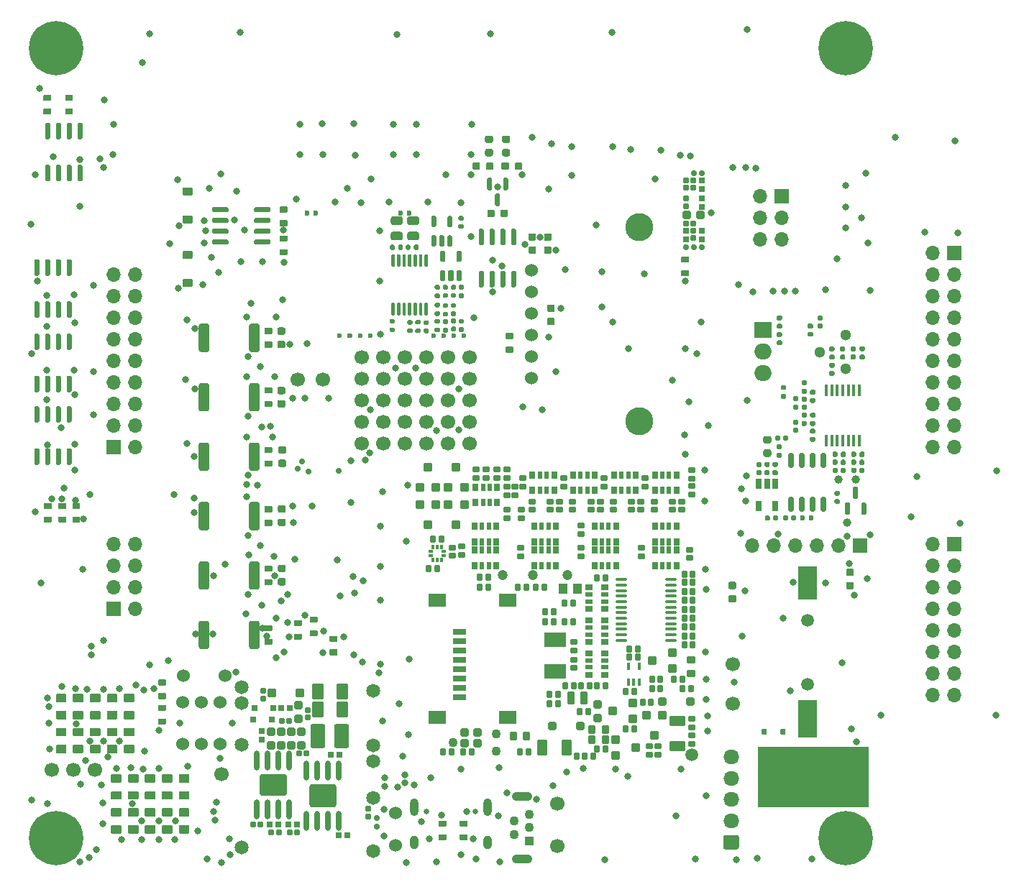
<source format=gbs>
G75*
G70*
%OFA0B0*%
%FSLAX25Y25*%
%IPPOS*%
%LPD*%
%AMOC8*
5,1,8,0,0,1.08239X$1,22.5*
%
%AMM121*
21,1,0.029130,0.018900,0.000000,-0.000000,90.000000*
21,1,0.018900,0.029130,0.000000,-0.000000,90.000000*
1,1,0.010240,0.009450,0.009450*
1,1,0.010240,0.009450,-0.009450*
1,1,0.010240,-0.009450,-0.009450*
1,1,0.010240,-0.009450,0.009450*
%
%AMM122*
21,1,0.025200,0.019680,0.000000,-0.000000,180.000000*
21,1,0.015750,0.029130,0.000000,-0.000000,180.000000*
1,1,0.009450,-0.007870,0.009840*
1,1,0.009450,0.007870,0.009840*
1,1,0.009450,0.007870,-0.009840*
1,1,0.009450,-0.007870,-0.009840*
%
%AMM123*
21,1,0.038980,0.026770,0.000000,-0.000000,180.000000*
21,1,0.026770,0.038980,0.000000,-0.000000,180.000000*
1,1,0.012210,-0.013390,0.013390*
1,1,0.012210,0.013390,0.013390*
1,1,0.012210,0.013390,-0.013390*
1,1,0.012210,-0.013390,-0.013390*
%
%AMM124*
21,1,0.025200,0.019680,0.000000,-0.000000,270.000000*
21,1,0.015750,0.029130,0.000000,-0.000000,270.000000*
1,1,0.009450,-0.009840,-0.007870*
1,1,0.009450,-0.009840,0.007870*
1,1,0.009450,0.009840,0.007870*
1,1,0.009450,0.009840,-0.007870*
%
%AMM199*
21,1,0.029530,0.026380,-0.000000,-0.000000,90.000000*
21,1,0.020470,0.035430,-0.000000,-0.000000,90.000000*
1,1,0.009060,0.013190,0.010240*
1,1,0.009060,0.013190,-0.010240*
1,1,0.009060,-0.013190,-0.010240*
1,1,0.009060,-0.013190,0.010240*
%
%AMM20*
21,1,0.041340,0.026770,0.000000,0.000000,0.000000*
21,1,0.029130,0.038980,0.000000,0.000000,0.000000*
1,1,0.012210,0.014570,-0.013390*
1,1,0.012210,-0.014570,-0.013390*
1,1,0.012210,-0.014570,0.013390*
1,1,0.012210,0.014570,0.013390*
%
%AMM200*
21,1,0.021650,0.027950,-0.000000,-0.000000,90.000000*
21,1,0.014170,0.035430,-0.000000,-0.000000,90.000000*
1,1,0.007480,0.013980,0.007090*
1,1,0.007480,0.013980,-0.007090*
1,1,0.007480,-0.013980,-0.007090*
1,1,0.007480,-0.013980,0.007090*
%
%AMM203*
21,1,0.031500,0.018900,-0.000000,-0.000000,270.000000*
21,1,0.022840,0.027560,-0.000000,-0.000000,270.000000*
1,1,0.008660,-0.009450,-0.011420*
1,1,0.008660,-0.009450,0.011420*
1,1,0.008660,0.009450,0.011420*
1,1,0.008660,0.009450,-0.011420*
%
%AMM205*
21,1,0.031500,0.018900,-0.000000,-0.000000,0.000000*
21,1,0.022840,0.027560,-0.000000,-0.000000,0.000000*
1,1,0.008660,0.011420,-0.009450*
1,1,0.008660,-0.011420,-0.009450*
1,1,0.008660,-0.011420,0.009450*
1,1,0.008660,0.011420,0.009450*
%
%AMM207*
21,1,0.039370,0.030320,-0.000000,-0.000000,90.000000*
21,1,0.028350,0.041340,-0.000000,-0.000000,90.000000*
1,1,0.011020,0.015160,0.014170*
1,1,0.011020,0.015160,-0.014170*
1,1,0.011020,-0.015160,-0.014170*
1,1,0.011020,-0.015160,0.014170*
%
%AMM21*
21,1,0.076380,0.036220,0.000000,0.000000,90.000000*
21,1,0.061810,0.050790,0.000000,0.000000,90.000000*
1,1,0.014570,0.018110,0.030910*
1,1,0.014570,0.018110,-0.030910*
1,1,0.014570,-0.018110,-0.030910*
1,1,0.014570,-0.018110,0.030910*
%
%AMM210*
21,1,0.031500,0.030710,-0.000000,-0.000000,180.000000*
21,1,0.022050,0.040160,-0.000000,-0.000000,180.000000*
1,1,0.009450,-0.011020,0.015350*
1,1,0.009450,0.011020,0.015350*
1,1,0.009450,0.011020,-0.015350*
1,1,0.009450,-0.011020,-0.015350*
%
%AMM228*
21,1,0.037400,0.026770,-0.000000,-0.000000,270.000000*
21,1,0.026770,0.037400,-0.000000,-0.000000,270.000000*
1,1,0.010630,-0.013390,-0.013390*
1,1,0.010630,-0.013390,0.013390*
1,1,0.010630,0.013390,0.013390*
1,1,0.010630,0.013390,-0.013390*
%
%AMM229*
21,1,0.029530,0.026380,-0.000000,-0.000000,180.000000*
21,1,0.020470,0.035430,-0.000000,-0.000000,180.000000*
1,1,0.009060,-0.010240,0.013190*
1,1,0.009060,0.010240,0.013190*
1,1,0.009060,0.010240,-0.013190*
1,1,0.009060,-0.010240,-0.013190*
%
%AMM230*
21,1,0.021650,0.027950,-0.000000,-0.000000,180.000000*
21,1,0.014170,0.035430,-0.000000,-0.000000,180.000000*
1,1,0.007480,-0.007090,0.013980*
1,1,0.007480,0.007090,0.013980*
1,1,0.007480,0.007090,-0.013980*
1,1,0.007480,-0.007090,-0.013980*
%
%AMM231*
21,1,0.037400,0.026770,-0.000000,-0.000000,180.000000*
21,1,0.026770,0.037400,-0.000000,-0.000000,180.000000*
1,1,0.010630,-0.013390,0.013390*
1,1,0.010630,0.013390,0.013390*
1,1,0.010630,0.013390,-0.013390*
1,1,0.010630,-0.013390,-0.013390*
%
%AMM232*
21,1,0.082680,0.045670,-0.000000,-0.000000,0.000000*
21,1,0.067320,0.061020,-0.000000,-0.000000,0.000000*
1,1,0.015350,0.033660,-0.022840*
1,1,0.015350,-0.033660,-0.022840*
1,1,0.015350,-0.033660,0.022840*
1,1,0.015350,0.033660,0.022840*
%
%AMM233*
21,1,0.062990,0.020470,-0.000000,-0.000000,0.000000*
21,1,0.053940,0.029530,-0.000000,-0.000000,0.000000*
1,1,0.009060,0.026970,-0.010240*
1,1,0.009060,-0.026970,-0.010240*
1,1,0.009060,-0.026970,0.010240*
1,1,0.009060,0.026970,0.010240*
%
%AMM234*
21,1,0.039370,0.030320,-0.000000,-0.000000,0.000000*
21,1,0.028350,0.041340,-0.000000,-0.000000,0.000000*
1,1,0.011020,0.014170,-0.015160*
1,1,0.011020,-0.014170,-0.015160*
1,1,0.011020,-0.014170,0.015160*
1,1,0.011020,0.014170,0.015160*
%
%AMM235*
21,1,0.016540,0.028980,-0.000000,-0.000000,0.000000*
21,1,0.010080,0.035430,-0.000000,-0.000000,0.000000*
1,1,0.006460,0.005040,-0.014490*
1,1,0.006460,-0.005040,-0.014490*
1,1,0.006460,-0.005040,0.014490*
1,1,0.006460,0.005040,0.014490*
%
%AMM236*
21,1,0.074800,0.036220,-0.000000,-0.000000,180.000000*
21,1,0.061810,0.049210,-0.000000,-0.000000,180.000000*
1,1,0.012990,-0.030910,0.018110*
1,1,0.012990,0.030910,0.018110*
1,1,0.012990,0.030910,-0.018110*
1,1,0.012990,-0.030910,-0.018110*
%
%AMM237*
21,1,0.039760,0.026770,-0.000000,-0.000000,180.000000*
21,1,0.029130,0.037400,-0.000000,-0.000000,180.000000*
1,1,0.010630,-0.014570,0.013390*
1,1,0.010630,0.014570,0.013390*
1,1,0.010630,0.014570,-0.013390*
1,1,0.010630,-0.014570,-0.013390*
%
%AMM238*
21,1,0.031500,0.049610,-0.000000,-0.000000,180.000000*
21,1,0.022050,0.059060,-0.000000,-0.000000,180.000000*
1,1,0.009450,-0.011020,0.024800*
1,1,0.009450,0.011020,0.024800*
1,1,0.009450,0.011020,-0.024800*
1,1,0.009450,-0.011020,-0.024800*
%
%AMM239*
21,1,0.074800,0.036220,-0.000000,-0.000000,270.000000*
21,1,0.061810,0.049210,-0.000000,-0.000000,270.000000*
1,1,0.012990,-0.018110,-0.030910*
1,1,0.012990,-0.018110,0.030910*
1,1,0.012990,0.018110,0.030910*
1,1,0.012990,0.018110,-0.030910*
%
%AMM24*
21,1,0.029130,0.018900,0.000000,0.000000,90.000000*
21,1,0.018900,0.029130,0.000000,0.000000,90.000000*
1,1,0.010240,0.009450,0.009450*
1,1,0.010240,0.009450,-0.009450*
1,1,0.010240,-0.009450,-0.009450*
1,1,0.010240,-0.009450,0.009450*
%
%AMM240*
21,1,0.031500,0.030710,-0.000000,-0.000000,270.000000*
21,1,0.022050,0.040160,-0.000000,-0.000000,270.000000*
1,1,0.009450,-0.015350,-0.011020*
1,1,0.009450,-0.015350,0.011020*
1,1,0.009450,0.015350,0.011020*
1,1,0.009450,0.015350,-0.011020*
%
%AMM25*
21,1,0.025200,0.019680,0.000000,0.000000,0.000000*
21,1,0.015750,0.029130,0.000000,0.000000,0.000000*
1,1,0.009450,0.007870,-0.009840*
1,1,0.009450,-0.007870,-0.009840*
1,1,0.009450,-0.007870,0.009840*
1,1,0.009450,0.007870,0.009840*
%
%AMM26*
21,1,0.025200,0.019680,0.000000,0.000000,270.000000*
21,1,0.015750,0.029130,0.000000,0.000000,270.000000*
1,1,0.009450,-0.009840,-0.007870*
1,1,0.009450,-0.009840,0.007870*
1,1,0.009450,0.009840,0.007870*
1,1,0.009450,0.009840,-0.007870*
%
%AMM32*
21,1,0.111810,0.050390,0.000000,0.000000,90.000000*
21,1,0.093700,0.068500,0.000000,0.000000,90.000000*
1,1,0.018110,0.025200,0.046850*
1,1,0.018110,0.025200,-0.046850*
1,1,0.018110,-0.025200,-0.046850*
1,1,0.018110,-0.025200,0.046850*
%
%AMM33*
21,1,0.038980,0.026770,0.000000,0.000000,270.000000*
21,1,0.026770,0.038980,0.000000,0.000000,270.000000*
1,1,0.012210,-0.013390,-0.013390*
1,1,0.012210,-0.013390,0.013390*
1,1,0.012210,0.013390,0.013390*
1,1,0.012210,0.013390,-0.013390*
%
%AMM34*
21,1,0.029130,0.018900,0.000000,0.000000,180.000000*
21,1,0.018900,0.029130,0.000000,0.000000,180.000000*
1,1,0.010240,-0.009450,0.009450*
1,1,0.010240,0.009450,0.009450*
1,1,0.010240,0.009450,-0.009450*
1,1,0.010240,-0.009450,-0.009450*
%
%AMM35*
21,1,0.127560,0.075590,0.000000,0.000000,180.000000*
21,1,0.103150,0.100000,0.000000,0.000000,180.000000*
1,1,0.024410,-0.051580,0.037800*
1,1,0.024410,0.051580,0.037800*
1,1,0.024410,0.051580,-0.037800*
1,1,0.024410,-0.051580,-0.037800*
%
%AMM36*
21,1,0.123620,0.083460,0.000000,0.000000,0.000000*
21,1,0.097240,0.109840,0.000000,0.000000,0.000000*
1,1,0.026380,0.048620,-0.041730*
1,1,0.026380,-0.048620,-0.041730*
1,1,0.026380,-0.048620,0.041730*
1,1,0.026380,0.048620,0.041730*
%
%ADD11C,0.06693*%
%ADD122M20*%
%ADD123M21*%
%ADD126M24*%
%ADD127M25*%
%ADD128M26*%
%ADD129C,0.02913*%
%ADD130C,0.06457*%
%ADD138M32*%
%ADD139M33*%
%ADD140M34*%
%ADD141O,0.02520X0.09213*%
%ADD142M35*%
%ADD143M36*%
%ADD158C,0.05118*%
%ADD171C,0.03900*%
%ADD21C,0.03150*%
%ADD22C,0.25197*%
%ADD226C,0.04724*%
%ADD227C,0.04294*%
%ADD23C,0.06000*%
%ADD24O,0.07283X0.06693*%
%ADD25C,0.02362*%
%ADD252R,0.01772X0.01870*%
%ADD254O,0.05354X0.01378*%
%ADD257R,0.09843X0.07087*%
%ADD258R,0.01870X0.01772*%
%ADD260R,0.04331X0.04724*%
%ADD302M121*%
%ADD303M122*%
%ADD304M123*%
%ADD305M124*%
%ADD309R,0.07874X0.07500*%
%ADD31R,0.04331X0.04331*%
%ADD310O,0.07874X0.07500*%
%ADD312R,0.01772X0.05709*%
%ADD313R,0.02559X0.04803*%
%ADD32C,0.04331*%
%ADD33O,0.09449X0.04331*%
%ADD36C,0.05906*%
%ADD408M199*%
%ADD409M200*%
%ADD412M203*%
%ADD414M205*%
%ADD416M207*%
%ADD419M210*%
%ADD437M228*%
%ADD438M229*%
%ADD439M230*%
%ADD440M231*%
%ADD441M232*%
%ADD442M233*%
%ADD443M234*%
%ADD444M235*%
%ADD445M236*%
%ADD446M237*%
%ADD447M238*%
%ADD448M239*%
%ADD449M240*%
%ADD68O,0.03937X0.08268*%
%ADD69O,0.03937X0.06299*%
%ADD70R,0.06693X0.06693*%
%ADD71O,0.06693X0.06693*%
%ADD72C,0.13000*%
%ADD78C,0.00472*%
%ADD79C,0.02559*%
%ADD95R,0.09055X0.17323*%
%ADD96R,0.09055X0.15748*%
X0000000Y0000000D02*
%LPD*%
G01*
D78*
X0390355Y0028504D02*
X0339174Y0028504D01*
X0339174Y0056063D01*
X0390355Y0056063D01*
X0390355Y0028504D01*
G36*
X0390355Y0028504D02*
G01*
X0339174Y0028504D01*
X0339174Y0056063D01*
X0390355Y0056063D01*
X0390355Y0028504D01*
G37*
D11*
X0327559Y0076043D03*
X0125985Y0226437D03*
X0137402Y0226437D03*
X0021811Y0045334D03*
D21*
X0004331Y0379980D03*
X0007099Y0386661D03*
X0007099Y0373299D03*
X0013780Y0389429D03*
D22*
X0013780Y0379980D03*
D21*
X0013780Y0370531D03*
X0020461Y0386661D03*
X0020461Y0373299D03*
X0023229Y0379980D03*
X0370473Y0379980D03*
X0373240Y0386661D03*
X0373240Y0373299D03*
X0379922Y0389429D03*
D22*
X0379922Y0379980D03*
D21*
X0379922Y0370531D03*
X0386603Y0386661D03*
X0386603Y0373299D03*
X0389370Y0379980D03*
D23*
X0072441Y0076634D03*
X0072441Y0057342D03*
G36*
G01*
X0329430Y0008523D02*
X0324115Y0008523D01*
G75*
G02*
X0323130Y0009508I0000000J0000984D01*
G01*
X0323130Y0014232D01*
G75*
G02*
X0324115Y0015216I0000984J0000000D01*
G01*
X0329430Y0015216D01*
G75*
G02*
X0330414Y0014232I0000000J-000984D01*
G01*
X0330414Y0009508D01*
G75*
G02*
X0329430Y0008523I-000984J0000000D01*
G01*
G37*
D24*
X0326772Y0021712D03*
X0326772Y0031555D03*
X0326772Y0041397D03*
X0326772Y0051240D03*
D11*
X0246063Y0029586D03*
D21*
X0004331Y0013838D03*
X0007099Y0020520D03*
X0007099Y0007157D03*
X0013780Y0023287D03*
D22*
X0013780Y0013838D03*
D21*
X0013780Y0004389D03*
X0020461Y0020520D03*
X0020461Y0007157D03*
X0023229Y0013838D03*
D25*
X0193603Y0246811D03*
X0188878Y0246811D03*
X0198327Y0246811D03*
X0203052Y0246811D03*
X0177619Y0303602D03*
X0173681Y0303602D03*
D11*
X0011811Y0045334D03*
D31*
X0233268Y0012263D03*
D32*
X0226378Y0015413D03*
X0233268Y0018563D03*
X0226378Y0021712D03*
X0233268Y0024862D03*
D33*
X0229823Y0004193D03*
X0229823Y0032933D03*
D23*
X0081103Y0076634D03*
X0081103Y0057342D03*
D25*
X0313288Y0287952D03*
X0309548Y0287952D03*
X0305807Y0287952D03*
X0309744Y0322204D03*
X0313288Y0322204D03*
D11*
X0090552Y0043366D03*
D36*
X0160926Y0082047D03*
X0160926Y0056850D03*
X0160926Y0049370D03*
X0160926Y0032441D03*
D25*
X0162697Y0022992D03*
X0162697Y0019055D03*
D36*
X0160926Y0007834D03*
X0099902Y0083819D03*
X0099902Y0076535D03*
X0099902Y0057047D03*
X0099902Y0009606D03*
D25*
X0125985Y0185000D03*
X0128052Y0188445D03*
X0131004Y0183819D03*
X0144981Y0184114D03*
D23*
X0089764Y0076634D03*
X0089764Y0057342D03*
D11*
X0155512Y0196752D03*
X0155512Y0206752D03*
X0155512Y0216752D03*
X0155512Y0226752D03*
X0155512Y0236752D03*
X0165512Y0196752D03*
X0165512Y0206752D03*
X0165512Y0216752D03*
X0165512Y0226752D03*
X0165512Y0236752D03*
X0175512Y0196752D03*
X0175512Y0206752D03*
X0175512Y0216752D03*
X0175512Y0226752D03*
X0175512Y0236752D03*
X0246063Y0009901D03*
D23*
X0171160Y0025549D03*
X0171160Y0010549D03*
D11*
X0327559Y0094547D03*
D79*
X0185473Y0026063D03*
X0208229Y0026063D03*
D68*
X0179843Y0028031D03*
D69*
X0179843Y0011574D03*
D68*
X0213859Y0028031D03*
D69*
X0213859Y0011574D03*
D21*
X0370473Y0013838D03*
X0373240Y0020520D03*
X0373240Y0007157D03*
X0379922Y0023287D03*
D22*
X0379922Y0013838D03*
D21*
X0379922Y0004389D03*
X0386603Y0020520D03*
X0386603Y0007157D03*
X0389370Y0013838D03*
D25*
X0150099Y0246811D03*
X0145374Y0246811D03*
X0154823Y0246811D03*
X0159548Y0246811D03*
X0134115Y0303602D03*
X0130178Y0303602D03*
D23*
X0073032Y0089035D03*
X0092323Y0089035D03*
D70*
X0386418Y0149271D03*
D71*
X0376418Y0149271D03*
X0366418Y0149271D03*
X0356418Y0149271D03*
X0346418Y0149271D03*
X0336418Y0149271D03*
D72*
X0284265Y0297027D03*
X0284265Y0207027D03*
D23*
X0234265Y0277027D03*
X0234265Y0267027D03*
X0234265Y0257027D03*
X0234265Y0247027D03*
X0234265Y0237027D03*
X0234265Y0227027D03*
D11*
X0031811Y0045334D03*
X0185512Y0196752D03*
X0185512Y0206752D03*
X0185512Y0216752D03*
X0185512Y0226752D03*
X0185512Y0236752D03*
X0195512Y0196752D03*
X0195512Y0206752D03*
X0195512Y0216752D03*
X0195512Y0226752D03*
X0195512Y0236752D03*
X0205512Y0196752D03*
X0205512Y0206752D03*
X0205512Y0216752D03*
X0205512Y0226752D03*
X0205512Y0236752D03*
G36*
G01*
X0214174Y0319968D02*
X0215355Y0319968D01*
G75*
G02*
X0215945Y0319378I0000000J-000591D01*
G01*
X0215945Y0314752D01*
G75*
G02*
X0215355Y0314161I-000591J0000000D01*
G01*
X0214174Y0314161D01*
G75*
G02*
X0213583Y0314752I0000000J0000591D01*
G01*
X0213583Y0319378D01*
G75*
G02*
X0214174Y0319968I0000591J0000000D01*
G01*
G37*
G36*
G01*
X0221654Y0319968D02*
X0222835Y0319968D01*
G75*
G02*
X0223426Y0319378I0000000J-000591D01*
G01*
X0223426Y0314752D01*
G75*
G02*
X0222835Y0314161I-000591J0000000D01*
G01*
X0221654Y0314161D01*
G75*
G02*
X0221063Y0314752I0000000J0000591D01*
G01*
X0221063Y0319378D01*
G75*
G02*
X0221654Y0319968I0000591J0000000D01*
G01*
G37*
G36*
G01*
X0217914Y0312586D02*
X0219095Y0312586D01*
G75*
G02*
X0219685Y0311996I0000000J-000591D01*
G01*
X0219685Y0307370D01*
G75*
G02*
X0219095Y0306779I-000591J0000000D01*
G01*
X0217914Y0306779D01*
G75*
G02*
X0217323Y0307370I0000000J0000591D01*
G01*
X0217323Y0311996D01*
G75*
G02*
X0217914Y0312586I0000591J0000000D01*
G01*
G37*
G36*
G01*
X0049804Y0053051D02*
X0045670Y0053051D01*
G75*
G02*
X0045276Y0053445I0000000J0000394D01*
G01*
X0045276Y0056594D01*
G75*
G02*
X0045670Y0056988I0000394J0000000D01*
G01*
X0049804Y0056988D01*
G75*
G02*
X0050197Y0056594I0000000J-000394D01*
G01*
X0050197Y0053445D01*
G75*
G02*
X0049804Y0053051I-000394J0000000D01*
G01*
G37*
G36*
G01*
X0049804Y0060925D02*
X0045670Y0060925D01*
G75*
G02*
X0045276Y0061319I0000000J0000394D01*
G01*
X0045276Y0064468D01*
G75*
G02*
X0045670Y0064862I0000394J0000000D01*
G01*
X0049804Y0064862D01*
G75*
G02*
X0050197Y0064468I0000000J-000394D01*
G01*
X0050197Y0061319D01*
G75*
G02*
X0049804Y0060925I-000394J0000000D01*
G01*
G37*
G36*
G01*
X0241969Y0261141D02*
X0244646Y0261141D01*
G75*
G02*
X0244981Y0260807I0000000J-000335D01*
G01*
X0244981Y0258130D01*
G75*
G02*
X0244646Y0257795I-000335J0000000D01*
G01*
X0241969Y0257795D01*
G75*
G02*
X0241634Y0258130I0000000J0000335D01*
G01*
X0241634Y0260807D01*
G75*
G02*
X0241969Y0261141I0000335J0000000D01*
G01*
G37*
G36*
G01*
X0241969Y0254921D02*
X0244646Y0254921D01*
G75*
G02*
X0244981Y0254586I0000000J-000335D01*
G01*
X0244981Y0251909D01*
G75*
G02*
X0244646Y0251574I-000335J0000000D01*
G01*
X0241969Y0251574D01*
G75*
G02*
X0241634Y0251909I0000000J0000335D01*
G01*
X0241634Y0254586D01*
G75*
G02*
X0241969Y0254921I0000335J0000000D01*
G01*
G37*
G36*
G01*
X0076811Y0298878D02*
X0072796Y0298878D01*
G75*
G02*
X0072441Y0299232I0000000J0000354D01*
G01*
X0072441Y0302067D01*
G75*
G02*
X0072796Y0302421I0000354J0000000D01*
G01*
X0076811Y0302421D01*
G75*
G02*
X0077166Y0302067I0000000J-000354D01*
G01*
X0077166Y0299232D01*
G75*
G02*
X0076811Y0298878I-000354J0000000D01*
G01*
G37*
G36*
G01*
X0076811Y0311870D02*
X0072796Y0311870D01*
G75*
G02*
X0072441Y0312224I0000000J0000354D01*
G01*
X0072441Y0315059D01*
G75*
G02*
X0072796Y0315413I0000354J0000000D01*
G01*
X0076811Y0315413D01*
G75*
G02*
X0077166Y0315059I0000000J-000354D01*
G01*
X0077166Y0312224D01*
G75*
G02*
X0076811Y0311870I-000354J0000000D01*
G01*
G37*
D36*
X0362205Y0085099D03*
X0362205Y0114626D03*
D95*
X0362205Y0068957D03*
D96*
X0362205Y0131949D03*
G36*
G01*
X0004311Y0247697D02*
X0005493Y0247697D01*
G75*
G02*
X0006083Y0247106I0000000J-000591D01*
G01*
X0006083Y0240610D01*
G75*
G02*
X0005493Y0240019I-000591J0000000D01*
G01*
X0004311Y0240019D01*
G75*
G02*
X0003721Y0240610I0000000J0000591D01*
G01*
X0003721Y0247106D01*
G75*
G02*
X0004311Y0247697I0000591J0000000D01*
G01*
G37*
G36*
G01*
X0009311Y0247697D02*
X0010493Y0247697D01*
G75*
G02*
X0011083Y0247106I0000000J-000591D01*
G01*
X0011083Y0240610D01*
G75*
G02*
X0010493Y0240019I-000591J0000000D01*
G01*
X0009311Y0240019D01*
G75*
G02*
X0008721Y0240610I0000000J0000591D01*
G01*
X0008721Y0247106D01*
G75*
G02*
X0009311Y0247697I0000591J0000000D01*
G01*
G37*
G36*
G01*
X0014311Y0247697D02*
X0015493Y0247697D01*
G75*
G02*
X0016083Y0247106I0000000J-000591D01*
G01*
X0016083Y0240610D01*
G75*
G02*
X0015493Y0240019I-000591J0000000D01*
G01*
X0014311Y0240019D01*
G75*
G02*
X0013721Y0240610I0000000J0000591D01*
G01*
X0013721Y0247106D01*
G75*
G02*
X0014311Y0247697I0000591J0000000D01*
G01*
G37*
G36*
G01*
X0019311Y0247697D02*
X0020493Y0247697D01*
G75*
G02*
X0021083Y0247106I0000000J-000591D01*
G01*
X0021083Y0240610D01*
G75*
G02*
X0020493Y0240019I-000591J0000000D01*
G01*
X0019311Y0240019D01*
G75*
G02*
X0018721Y0240610I0000000J0000591D01*
G01*
X0018721Y0247106D01*
G75*
G02*
X0019311Y0247697I0000591J0000000D01*
G01*
G37*
G36*
G01*
X0019311Y0228208D02*
X0020493Y0228208D01*
G75*
G02*
X0021083Y0227618I0000000J-000591D01*
G01*
X0021083Y0221122D01*
G75*
G02*
X0020493Y0220531I-000591J0000000D01*
G01*
X0019311Y0220531D01*
G75*
G02*
X0018721Y0221122I0000000J0000591D01*
G01*
X0018721Y0227618D01*
G75*
G02*
X0019311Y0228208I0000591J0000000D01*
G01*
G37*
G36*
G01*
X0014311Y0228208D02*
X0015493Y0228208D01*
G75*
G02*
X0016083Y0227618I0000000J-000591D01*
G01*
X0016083Y0221122D01*
G75*
G02*
X0015493Y0220531I-000591J0000000D01*
G01*
X0014311Y0220531D01*
G75*
G02*
X0013721Y0221122I0000000J0000591D01*
G01*
X0013721Y0227618D01*
G75*
G02*
X0014311Y0228208I0000591J0000000D01*
G01*
G37*
G36*
G01*
X0009311Y0228208D02*
X0010493Y0228208D01*
G75*
G02*
X0011083Y0227618I0000000J-000591D01*
G01*
X0011083Y0221122D01*
G75*
G02*
X0010493Y0220531I-000591J0000000D01*
G01*
X0009311Y0220531D01*
G75*
G02*
X0008721Y0221122I0000000J0000591D01*
G01*
X0008721Y0227618D01*
G75*
G02*
X0009311Y0228208I0000591J0000000D01*
G01*
G37*
G36*
G01*
X0004311Y0228208D02*
X0005493Y0228208D01*
G75*
G02*
X0006083Y0227618I0000000J-000591D01*
G01*
X0006083Y0221122D01*
G75*
G02*
X0005493Y0220531I-000591J0000000D01*
G01*
X0004311Y0220531D01*
G75*
G02*
X0003721Y0221122I0000000J0000591D01*
G01*
X0003721Y0227618D01*
G75*
G02*
X0004311Y0228208I0000591J0000000D01*
G01*
G37*
G36*
G01*
X0011575Y0160098D02*
X0008504Y0160098D01*
G75*
G02*
X0008229Y0160374I0000000J0000276D01*
G01*
X0008229Y0162578D01*
G75*
G02*
X0008504Y0162854I0000276J0000000D01*
G01*
X0011575Y0162854D01*
G75*
G02*
X0011851Y0162578I0000000J-000276D01*
G01*
X0011851Y0160374D01*
G75*
G02*
X0011575Y0160098I-000276J0000000D01*
G01*
G37*
G36*
G01*
X0011575Y0166397D02*
X0008504Y0166397D01*
G75*
G02*
X0008229Y0166673I0000000J0000276D01*
G01*
X0008229Y0168878D01*
G75*
G02*
X0008504Y0169153I0000276J0000000D01*
G01*
X0011575Y0169153D01*
G75*
G02*
X0011851Y0168878I0000000J-000276D01*
G01*
X0011851Y0166673D01*
G75*
G02*
X0011575Y0166397I-000276J0000000D01*
G01*
G37*
G36*
G01*
X0229941Y0326594D02*
X0229941Y0323917D01*
G75*
G02*
X0229607Y0323582I-000335J0000000D01*
G01*
X0226930Y0323582D01*
G75*
G02*
X0226595Y0323917I0000000J0000335D01*
G01*
X0226595Y0326594D01*
G75*
G02*
X0226930Y0326929I0000335J0000000D01*
G01*
X0229607Y0326929D01*
G75*
G02*
X0229941Y0326594I0000000J-000335D01*
G01*
G37*
G36*
G01*
X0223721Y0326594D02*
X0223721Y0323917D01*
G75*
G02*
X0223386Y0323582I-000335J0000000D01*
G01*
X0220709Y0323582D01*
G75*
G02*
X0220374Y0323917I0000000J0000335D01*
G01*
X0220374Y0326594D01*
G75*
G02*
X0220709Y0326929I0000335J0000000D01*
G01*
X0223386Y0326929D01*
G75*
G02*
X0223721Y0326594I0000000J-000335D01*
G01*
G37*
G36*
G01*
X0026181Y0053051D02*
X0022048Y0053051D01*
G75*
G02*
X0021654Y0053445I0000000J0000394D01*
G01*
X0021654Y0056594D01*
G75*
G02*
X0022048Y0056988I0000394J0000000D01*
G01*
X0026181Y0056988D01*
G75*
G02*
X0026575Y0056594I0000000J-000394D01*
G01*
X0026575Y0053445D01*
G75*
G02*
X0026181Y0053051I-000394J0000000D01*
G01*
G37*
G36*
G01*
X0026181Y0060925D02*
X0022048Y0060925D01*
G75*
G02*
X0021654Y0061319I0000000J0000394D01*
G01*
X0021654Y0064468D01*
G75*
G02*
X0022048Y0064862I0000394J0000000D01*
G01*
X0026181Y0064862D01*
G75*
G02*
X0026575Y0064468I0000000J-000394D01*
G01*
X0026575Y0061319D01*
G75*
G02*
X0026181Y0060925I-000394J0000000D01*
G01*
G37*
G36*
G01*
X0380552Y0138700D02*
X0383229Y0138700D01*
G75*
G02*
X0383563Y0138366I0000000J-000335D01*
G01*
X0383563Y0135689D01*
G75*
G02*
X0383229Y0135354I-000335J0000000D01*
G01*
X0380552Y0135354D01*
G75*
G02*
X0380217Y0135689I0000000J0000335D01*
G01*
X0380217Y0138366D01*
G75*
G02*
X0380552Y0138700I0000335J0000000D01*
G01*
G37*
G36*
G01*
X0380552Y0132480D02*
X0383229Y0132480D01*
G75*
G02*
X0383563Y0132145I0000000J-000335D01*
G01*
X0383563Y0129468D01*
G75*
G02*
X0383229Y0129134I-000335J0000000D01*
G01*
X0380552Y0129134D01*
G75*
G02*
X0380217Y0129468I0000000J0000335D01*
G01*
X0380217Y0132145D01*
G75*
G02*
X0380552Y0132480I0000335J0000000D01*
G01*
G37*
G36*
G01*
X0213721Y0302193D02*
X0213721Y0304870D01*
G75*
G02*
X0214056Y0305204I0000335J0000000D01*
G01*
X0216733Y0305204D01*
G75*
G02*
X0217067Y0304870I0000000J-000335D01*
G01*
X0217067Y0302193D01*
G75*
G02*
X0216733Y0301858I-000335J0000000D01*
G01*
X0214056Y0301858D01*
G75*
G02*
X0213721Y0302193I0000000J0000335D01*
G01*
G37*
G36*
G01*
X0219941Y0302193D02*
X0219941Y0304870D01*
G75*
G02*
X0220276Y0305204I0000335J0000000D01*
G01*
X0222953Y0305204D01*
G75*
G02*
X0223288Y0304870I0000000J-000335D01*
G01*
X0223288Y0302193D01*
G75*
G02*
X0222953Y0301858I-000335J0000000D01*
G01*
X0220276Y0301858D01*
G75*
G02*
X0219941Y0302193I0000000J0000335D01*
G01*
G37*
G36*
G01*
X0024764Y0160098D02*
X0021693Y0160098D01*
G75*
G02*
X0021418Y0160374I0000000J0000276D01*
G01*
X0021418Y0162578D01*
G75*
G02*
X0021693Y0162854I0000276J0000000D01*
G01*
X0024764Y0162854D01*
G75*
G02*
X0025040Y0162578I0000000J-000276D01*
G01*
X0025040Y0160374D01*
G75*
G02*
X0024764Y0160098I-000276J0000000D01*
G01*
G37*
G36*
G01*
X0024764Y0166397D02*
X0021693Y0166397D01*
G75*
G02*
X0021418Y0166673I0000000J0000276D01*
G01*
X0021418Y0168878D01*
G75*
G02*
X0021693Y0169153I0000276J0000000D01*
G01*
X0024764Y0169153D01*
G75*
G02*
X0025040Y0168878I0000000J-000276D01*
G01*
X0025040Y0166673D01*
G75*
G02*
X0024764Y0166397I-000276J0000000D01*
G01*
G37*
G36*
G01*
X0063288Y0043366D02*
X0067422Y0043366D01*
G75*
G02*
X0067815Y0042972I0000000J-000394D01*
G01*
X0067815Y0039823D01*
G75*
G02*
X0067422Y0039429I-000394J0000000D01*
G01*
X0063288Y0039429D01*
G75*
G02*
X0062894Y0039823I0000000J0000394D01*
G01*
X0062894Y0042972D01*
G75*
G02*
X0063288Y0043366I0000394J0000000D01*
G01*
G37*
G36*
G01*
X0063288Y0035492D02*
X0067422Y0035492D01*
G75*
G02*
X0067815Y0035098I0000000J-000394D01*
G01*
X0067815Y0031949D01*
G75*
G02*
X0067422Y0031555I-000394J0000000D01*
G01*
X0063288Y0031555D01*
G75*
G02*
X0062894Y0031949I0000000J0000394D01*
G01*
X0062894Y0035098D01*
G75*
G02*
X0063288Y0035492I0000394J0000000D01*
G01*
G37*
G36*
G01*
X0108170Y0251338D02*
X0108170Y0240118D01*
G75*
G02*
X0107185Y0239134I-000984J0000000D01*
G01*
X0104331Y0239134D01*
G75*
G02*
X0103347Y0240118I0000000J0000984D01*
G01*
X0103347Y0251338D01*
G75*
G02*
X0104331Y0252323I0000984J0000000D01*
G01*
X0107185Y0252323D01*
G75*
G02*
X0108170Y0251338I0000000J-000984D01*
G01*
G37*
G36*
G01*
X0084843Y0251338D02*
X0084843Y0240118D01*
G75*
G02*
X0083859Y0239134I-000984J0000000D01*
G01*
X0081004Y0239134D01*
G75*
G02*
X0080020Y0240118I0000000J0000984D01*
G01*
X0080020Y0251338D01*
G75*
G02*
X0081004Y0252323I0000984J0000000D01*
G01*
X0083859Y0252323D01*
G75*
G02*
X0084843Y0251338I0000000J-000984D01*
G01*
G37*
D70*
X0430119Y0285019D03*
D71*
X0420119Y0285019D03*
X0430119Y0275019D03*
X0420119Y0275019D03*
X0430119Y0265019D03*
X0420119Y0265019D03*
X0430119Y0255019D03*
X0420119Y0255019D03*
X0430119Y0245019D03*
X0420119Y0245019D03*
X0430119Y0235019D03*
X0420119Y0235019D03*
X0430119Y0225019D03*
X0420119Y0225019D03*
X0430119Y0215019D03*
X0420119Y0215019D03*
X0430119Y0205019D03*
X0420119Y0205019D03*
X0430119Y0195019D03*
X0420119Y0195019D03*
G36*
G01*
X0029922Y0080610D02*
X0034056Y0080610D01*
G75*
G02*
X0034449Y0080216I0000000J-000394D01*
G01*
X0034449Y0077067D01*
G75*
G02*
X0034056Y0076673I-000394J0000000D01*
G01*
X0029922Y0076673D01*
G75*
G02*
X0029528Y0077067I0000000J0000394D01*
G01*
X0029528Y0080216D01*
G75*
G02*
X0029922Y0080610I0000394J0000000D01*
G01*
G37*
G36*
G01*
X0029922Y0072736D02*
X0034056Y0072736D01*
G75*
G02*
X0034449Y0072342I0000000J-000394D01*
G01*
X0034449Y0069193D01*
G75*
G02*
X0034056Y0068799I-000394J0000000D01*
G01*
X0029922Y0068799D01*
G75*
G02*
X0029528Y0069193I0000000J0000394D01*
G01*
X0029528Y0072342D01*
G75*
G02*
X0029922Y0072736I0000394J0000000D01*
G01*
G37*
G36*
G01*
X0075296Y0015807D02*
X0071162Y0015807D01*
G75*
G02*
X0070768Y0016200I0000000J0000394D01*
G01*
X0070768Y0019350D01*
G75*
G02*
X0071162Y0019744I0000394J0000000D01*
G01*
X0075296Y0019744D01*
G75*
G02*
X0075689Y0019350I0000000J-000394D01*
G01*
X0075689Y0016200D01*
G75*
G02*
X0075296Y0015807I-000394J0000000D01*
G01*
G37*
G36*
G01*
X0075296Y0023681D02*
X0071162Y0023681D01*
G75*
G02*
X0070768Y0024074I0000000J0000394D01*
G01*
X0070768Y0027224D01*
G75*
G02*
X0071162Y0027618I0000394J0000000D01*
G01*
X0075296Y0027618D01*
G75*
G02*
X0075689Y0027224I0000000J-000394D01*
G01*
X0075689Y0024074D01*
G75*
G02*
X0075296Y0023681I-000394J0000000D01*
G01*
G37*
G36*
G01*
X0210414Y0296319D02*
X0211595Y0296319D01*
G75*
G02*
X0212185Y0295728I0000000J-000591D01*
G01*
X0212185Y0289232D01*
G75*
G02*
X0211595Y0288641I-000591J0000000D01*
G01*
X0210414Y0288641D01*
G75*
G02*
X0209823Y0289232I0000000J0000591D01*
G01*
X0209823Y0295728D01*
G75*
G02*
X0210414Y0296319I0000591J0000000D01*
G01*
G37*
G36*
G01*
X0215414Y0296319D02*
X0216595Y0296319D01*
G75*
G02*
X0217185Y0295728I0000000J-000591D01*
G01*
X0217185Y0289232D01*
G75*
G02*
X0216595Y0288641I-000591J0000000D01*
G01*
X0215414Y0288641D01*
G75*
G02*
X0214823Y0289232I0000000J0000591D01*
G01*
X0214823Y0295728D01*
G75*
G02*
X0215414Y0296319I0000591J0000000D01*
G01*
G37*
G36*
G01*
X0220414Y0296319D02*
X0221595Y0296319D01*
G75*
G02*
X0222185Y0295728I0000000J-000591D01*
G01*
X0222185Y0289232D01*
G75*
G02*
X0221595Y0288641I-000591J0000000D01*
G01*
X0220414Y0288641D01*
G75*
G02*
X0219823Y0289232I0000000J0000591D01*
G01*
X0219823Y0295728D01*
G75*
G02*
X0220414Y0296319I0000591J0000000D01*
G01*
G37*
G36*
G01*
X0225414Y0296319D02*
X0226595Y0296319D01*
G75*
G02*
X0227185Y0295728I0000000J-000591D01*
G01*
X0227185Y0289232D01*
G75*
G02*
X0226595Y0288641I-000591J0000000D01*
G01*
X0225414Y0288641D01*
G75*
G02*
X0224823Y0289232I0000000J0000591D01*
G01*
X0224823Y0295728D01*
G75*
G02*
X0225414Y0296319I0000591J0000000D01*
G01*
G37*
G36*
G01*
X0225414Y0276830D02*
X0226595Y0276830D01*
G75*
G02*
X0227185Y0276240I0000000J-000591D01*
G01*
X0227185Y0269744D01*
G75*
G02*
X0226595Y0269153I-000591J0000000D01*
G01*
X0225414Y0269153D01*
G75*
G02*
X0224823Y0269744I0000000J0000591D01*
G01*
X0224823Y0276240D01*
G75*
G02*
X0225414Y0276830I0000591J0000000D01*
G01*
G37*
G36*
G01*
X0220414Y0276830D02*
X0221595Y0276830D01*
G75*
G02*
X0222185Y0276240I0000000J-000591D01*
G01*
X0222185Y0269744D01*
G75*
G02*
X0221595Y0269153I-000591J0000000D01*
G01*
X0220414Y0269153D01*
G75*
G02*
X0219823Y0269744I0000000J0000591D01*
G01*
X0219823Y0276240D01*
G75*
G02*
X0220414Y0276830I0000591J0000000D01*
G01*
G37*
G36*
G01*
X0215414Y0276830D02*
X0216595Y0276830D01*
G75*
G02*
X0217185Y0276240I0000000J-000591D01*
G01*
X0217185Y0269744D01*
G75*
G02*
X0216595Y0269153I-000591J0000000D01*
G01*
X0215414Y0269153D01*
G75*
G02*
X0214823Y0269744I0000000J0000591D01*
G01*
X0214823Y0276240D01*
G75*
G02*
X0215414Y0276830I0000591J0000000D01*
G01*
G37*
G36*
G01*
X0210414Y0276830D02*
X0211595Y0276830D01*
G75*
G02*
X0212185Y0276240I0000000J-000591D01*
G01*
X0212185Y0269744D01*
G75*
G02*
X0211595Y0269153I-000591J0000000D01*
G01*
X0210414Y0269153D01*
G75*
G02*
X0209823Y0269744I0000000J0000591D01*
G01*
X0209823Y0276240D01*
G75*
G02*
X0210414Y0276830I0000591J0000000D01*
G01*
G37*
G36*
G01*
X0014174Y0080610D02*
X0018307Y0080610D01*
G75*
G02*
X0018701Y0080216I0000000J-000394D01*
G01*
X0018701Y0077067D01*
G75*
G02*
X0018307Y0076673I-000394J0000000D01*
G01*
X0014174Y0076673D01*
G75*
G02*
X0013780Y0077067I0000000J0000394D01*
G01*
X0013780Y0080216D01*
G75*
G02*
X0014174Y0080610I0000394J0000000D01*
G01*
G37*
G36*
G01*
X0014174Y0072736D02*
X0018307Y0072736D01*
G75*
G02*
X0018701Y0072342I0000000J-000394D01*
G01*
X0018701Y0069193D01*
G75*
G02*
X0018307Y0068799I-000394J0000000D01*
G01*
X0014174Y0068799D01*
G75*
G02*
X0013780Y0069193I0000000J0000394D01*
G01*
X0013780Y0072342D01*
G75*
G02*
X0014174Y0072736I0000394J0000000D01*
G01*
G37*
G36*
G01*
X0108170Y0168661D02*
X0108170Y0157441D01*
G75*
G02*
X0107185Y0156456I-000984J0000000D01*
G01*
X0104331Y0156456D01*
G75*
G02*
X0103347Y0157441I0000000J0000984D01*
G01*
X0103347Y0168661D01*
G75*
G02*
X0104331Y0169645I0000984J0000000D01*
G01*
X0107185Y0169645D01*
G75*
G02*
X0108170Y0168661I0000000J-000984D01*
G01*
G37*
G36*
G01*
X0084843Y0168661D02*
X0084843Y0157441D01*
G75*
G02*
X0083859Y0156456I-000984J0000000D01*
G01*
X0081004Y0156456D01*
G75*
G02*
X0080020Y0157441I0000000J0000984D01*
G01*
X0080020Y0168661D01*
G75*
G02*
X0081004Y0169645I0000984J0000000D01*
G01*
X0083859Y0169645D01*
G75*
G02*
X0084843Y0168661I0000000J-000984D01*
G01*
G37*
G36*
G01*
X0004311Y0214035D02*
X0005493Y0214035D01*
G75*
G02*
X0006083Y0213445I0000000J-000591D01*
G01*
X0006083Y0206949D01*
G75*
G02*
X0005493Y0206358I-000591J0000000D01*
G01*
X0004311Y0206358D01*
G75*
G02*
X0003721Y0206949I0000000J0000591D01*
G01*
X0003721Y0213445D01*
G75*
G02*
X0004311Y0214035I0000591J0000000D01*
G01*
G37*
G36*
G01*
X0009311Y0214035D02*
X0010493Y0214035D01*
G75*
G02*
X0011083Y0213445I0000000J-000591D01*
G01*
X0011083Y0206949D01*
G75*
G02*
X0010493Y0206358I-000591J0000000D01*
G01*
X0009311Y0206358D01*
G75*
G02*
X0008721Y0206949I0000000J0000591D01*
G01*
X0008721Y0213445D01*
G75*
G02*
X0009311Y0214035I0000591J0000000D01*
G01*
G37*
G36*
G01*
X0014311Y0214035D02*
X0015493Y0214035D01*
G75*
G02*
X0016083Y0213445I0000000J-000591D01*
G01*
X0016083Y0206949D01*
G75*
G02*
X0015493Y0206358I-000591J0000000D01*
G01*
X0014311Y0206358D01*
G75*
G02*
X0013721Y0206949I0000000J0000591D01*
G01*
X0013721Y0213445D01*
G75*
G02*
X0014311Y0214035I0000591J0000000D01*
G01*
G37*
G36*
G01*
X0019311Y0214035D02*
X0020493Y0214035D01*
G75*
G02*
X0021083Y0213445I0000000J-000591D01*
G01*
X0021083Y0206949D01*
G75*
G02*
X0020493Y0206358I-000591J0000000D01*
G01*
X0019311Y0206358D01*
G75*
G02*
X0018721Y0206949I0000000J0000591D01*
G01*
X0018721Y0213445D01*
G75*
G02*
X0019311Y0214035I0000591J0000000D01*
G01*
G37*
G36*
G01*
X0019311Y0194547D02*
X0020493Y0194547D01*
G75*
G02*
X0021083Y0193956I0000000J-000591D01*
G01*
X0021083Y0187460D01*
G75*
G02*
X0020493Y0186870I-000591J0000000D01*
G01*
X0019311Y0186870D01*
G75*
G02*
X0018721Y0187460I0000000J0000591D01*
G01*
X0018721Y0193956D01*
G75*
G02*
X0019311Y0194547I0000591J0000000D01*
G01*
G37*
G36*
G01*
X0014311Y0194547D02*
X0015493Y0194547D01*
G75*
G02*
X0016083Y0193956I0000000J-000591D01*
G01*
X0016083Y0187460D01*
G75*
G02*
X0015493Y0186870I-000591J0000000D01*
G01*
X0014311Y0186870D01*
G75*
G02*
X0013721Y0187460I0000000J0000591D01*
G01*
X0013721Y0193956D01*
G75*
G02*
X0014311Y0194547I0000591J0000000D01*
G01*
G37*
G36*
G01*
X0009311Y0194547D02*
X0010493Y0194547D01*
G75*
G02*
X0011083Y0193956I0000000J-000591D01*
G01*
X0011083Y0187460D01*
G75*
G02*
X0010493Y0186870I-000591J0000000D01*
G01*
X0009311Y0186870D01*
G75*
G02*
X0008721Y0187460I0000000J0000591D01*
G01*
X0008721Y0193956D01*
G75*
G02*
X0009311Y0194547I0000591J0000000D01*
G01*
G37*
G36*
G01*
X0004311Y0194547D02*
X0005493Y0194547D01*
G75*
G02*
X0006083Y0193956I0000000J-000591D01*
G01*
X0006083Y0187460D01*
G75*
G02*
X0005493Y0186870I-000591J0000000D01*
G01*
X0004311Y0186870D01*
G75*
G02*
X0003721Y0187460I0000000J0000591D01*
G01*
X0003721Y0193956D01*
G75*
G02*
X0004311Y0194547I0000591J0000000D01*
G01*
G37*
G36*
G01*
X0235985Y0284645D02*
X0233307Y0284645D01*
G75*
G02*
X0232973Y0284980I0000000J0000335D01*
G01*
X0232973Y0287657D01*
G75*
G02*
X0233307Y0287992I0000335J0000000D01*
G01*
X0235985Y0287992D01*
G75*
G02*
X0236319Y0287657I0000000J-000335D01*
G01*
X0236319Y0284980D01*
G75*
G02*
X0235985Y0284645I-000335J0000000D01*
G01*
G37*
G36*
G01*
X0235985Y0290866D02*
X0233307Y0290866D01*
G75*
G02*
X0232973Y0291200I0000000J0000335D01*
G01*
X0232973Y0293878D01*
G75*
G02*
X0233307Y0294212I0000335J0000000D01*
G01*
X0235985Y0294212D01*
G75*
G02*
X0236319Y0293878I0000000J-000335D01*
G01*
X0236319Y0291200D01*
G75*
G02*
X0235985Y0290866I-000335J0000000D01*
G01*
G37*
G36*
G01*
X0117495Y0140511D02*
X0119513Y0140511D01*
G75*
G02*
X0120374Y0139650I0000000J-000861D01*
G01*
X0120374Y0137928D01*
G75*
G02*
X0119513Y0137067I-000861J0000000D01*
G01*
X0117495Y0137067D01*
G75*
G02*
X0116634Y0137928I0000000J0000861D01*
G01*
X0116634Y0139650D01*
G75*
G02*
X0117495Y0140511I0000861J0000000D01*
G01*
G37*
G36*
G01*
X0117495Y0134311D02*
X0119513Y0134311D01*
G75*
G02*
X0120374Y0133449I0000000J-000861D01*
G01*
X0120374Y0131727D01*
G75*
G02*
X0119513Y0130866I-000861J0000000D01*
G01*
X0117495Y0130866D01*
G75*
G02*
X0116634Y0131727I0000000J0000861D01*
G01*
X0116634Y0133449D01*
G75*
G02*
X0117495Y0134311I0000861J0000000D01*
G01*
G37*
G36*
G01*
X0039666Y0043366D02*
X0043800Y0043366D01*
G75*
G02*
X0044193Y0042972I0000000J-000394D01*
G01*
X0044193Y0039823D01*
G75*
G02*
X0043800Y0039429I-000394J0000000D01*
G01*
X0039666Y0039429D01*
G75*
G02*
X0039272Y0039823I0000000J0000394D01*
G01*
X0039272Y0042972D01*
G75*
G02*
X0039666Y0043366I0000394J0000000D01*
G01*
G37*
G36*
G01*
X0039666Y0035492D02*
X0043800Y0035492D01*
G75*
G02*
X0044193Y0035098I0000000J-000394D01*
G01*
X0044193Y0031949D01*
G75*
G02*
X0043800Y0031555I-000394J0000000D01*
G01*
X0039666Y0031555D01*
G75*
G02*
X0039272Y0031949I0000000J0000394D01*
G01*
X0039272Y0035098D01*
G75*
G02*
X0039666Y0035492I0000394J0000000D01*
G01*
G37*
G36*
G01*
X0043800Y0015807D02*
X0039666Y0015807D01*
G75*
G02*
X0039272Y0016200I0000000J0000394D01*
G01*
X0039272Y0019350D01*
G75*
G02*
X0039666Y0019744I0000394J0000000D01*
G01*
X0043800Y0019744D01*
G75*
G02*
X0044193Y0019350I0000000J-000394D01*
G01*
X0044193Y0016200D01*
G75*
G02*
X0043800Y0015807I-000394J0000000D01*
G01*
G37*
G36*
G01*
X0043800Y0023681D02*
X0039666Y0023681D01*
G75*
G02*
X0039272Y0024074I0000000J0000394D01*
G01*
X0039272Y0027224D01*
G75*
G02*
X0039666Y0027618I0000394J0000000D01*
G01*
X0043800Y0027618D01*
G75*
G02*
X0044193Y0027224I0000000J-000394D01*
G01*
X0044193Y0024074D01*
G75*
G02*
X0043800Y0023681I-000394J0000000D01*
G01*
G37*
G36*
G01*
X0117299Y0250551D02*
X0119316Y0250551D01*
G75*
G02*
X0120178Y0249690I0000000J-000861D01*
G01*
X0120178Y0247967D01*
G75*
G02*
X0119316Y0247106I-000861J0000000D01*
G01*
X0117299Y0247106D01*
G75*
G02*
X0116437Y0247967I0000000J0000861D01*
G01*
X0116437Y0249690D01*
G75*
G02*
X0117299Y0250551I0000861J0000000D01*
G01*
G37*
G36*
G01*
X0117299Y0244350D02*
X0119316Y0244350D01*
G75*
G02*
X0120178Y0243489I0000000J-000861D01*
G01*
X0120178Y0241766D01*
G75*
G02*
X0119316Y0240905I-000861J0000000D01*
G01*
X0117299Y0240905D01*
G75*
G02*
X0116437Y0241766I0000000J0000861D01*
G01*
X0116437Y0243489D01*
G75*
G02*
X0117299Y0244350I0000861J0000000D01*
G01*
G37*
G36*
G01*
X0108170Y0141102D02*
X0108170Y0129882D01*
G75*
G02*
X0107185Y0128897I-000984J0000000D01*
G01*
X0104331Y0128897D01*
G75*
G02*
X0103347Y0129882I0000000J0000984D01*
G01*
X0103347Y0141102D01*
G75*
G02*
X0104331Y0142086I0000984J0000000D01*
G01*
X0107185Y0142086D01*
G75*
G02*
X0108170Y0141102I0000000J-000984D01*
G01*
G37*
G36*
G01*
X0084843Y0141102D02*
X0084843Y0129882D01*
G75*
G02*
X0083859Y0128897I-000984J0000000D01*
G01*
X0081004Y0128897D01*
G75*
G02*
X0080020Y0129882I0000000J0000984D01*
G01*
X0080020Y0141102D01*
G75*
G02*
X0081004Y0142086I0000984J0000000D01*
G01*
X0083859Y0142086D01*
G75*
G02*
X0084843Y0141102I0000000J-000984D01*
G01*
G37*
G36*
G01*
X0108170Y0223779D02*
X0108170Y0212559D01*
G75*
G02*
X0107185Y0211574I-000984J0000000D01*
G01*
X0104331Y0211574D01*
G75*
G02*
X0103347Y0212559I0000000J0000984D01*
G01*
X0103347Y0223779D01*
G75*
G02*
X0104331Y0224763I0000984J0000000D01*
G01*
X0107185Y0224763D01*
G75*
G02*
X0108170Y0223779I0000000J-000984D01*
G01*
G37*
G36*
G01*
X0084843Y0223779D02*
X0084843Y0212559D01*
G75*
G02*
X0083859Y0211574I-000984J0000000D01*
G01*
X0081004Y0211574D01*
G75*
G02*
X0080020Y0212559I0000000J0000984D01*
G01*
X0080020Y0223779D01*
G75*
G02*
X0081004Y0224763I0000984J0000000D01*
G01*
X0083859Y0224763D01*
G75*
G02*
X0084843Y0223779I0000000J-000984D01*
G01*
G37*
G36*
G01*
X0037796Y0080610D02*
X0041930Y0080610D01*
G75*
G02*
X0042323Y0080216I0000000J-000394D01*
G01*
X0042323Y0077067D01*
G75*
G02*
X0041930Y0076673I-000394J0000000D01*
G01*
X0037796Y0076673D01*
G75*
G02*
X0037402Y0077067I0000000J0000394D01*
G01*
X0037402Y0080216D01*
G75*
G02*
X0037796Y0080610I0000394J0000000D01*
G01*
G37*
G36*
G01*
X0037796Y0072736D02*
X0041930Y0072736D01*
G75*
G02*
X0042323Y0072342I0000000J-000394D01*
G01*
X0042323Y0069193D01*
G75*
G02*
X0041930Y0068799I-000394J0000000D01*
G01*
X0037796Y0068799D01*
G75*
G02*
X0037402Y0069193I0000000J0000394D01*
G01*
X0037402Y0072342D01*
G75*
G02*
X0037796Y0072736I0000394J0000000D01*
G01*
G37*
G36*
G01*
X0326354Y0132637D02*
X0328371Y0132637D01*
G75*
G02*
X0329233Y0131776I0000000J-000861D01*
G01*
X0329233Y0130054D01*
G75*
G02*
X0328371Y0129193I-000861J0000000D01*
G01*
X0326354Y0129193D01*
G75*
G02*
X0325493Y0130054I0000000J0000861D01*
G01*
X0325493Y0131776D01*
G75*
G02*
X0326354Y0132637I0000861J0000000D01*
G01*
G37*
G36*
G01*
X0326354Y0126437D02*
X0328371Y0126437D01*
G75*
G02*
X0329233Y0125575I0000000J-000861D01*
G01*
X0329233Y0123853D01*
G75*
G02*
X0328371Y0122992I-000861J0000000D01*
G01*
X0326354Y0122992D01*
G75*
G02*
X0325493Y0123853I0000000J0000861D01*
G01*
X0325493Y0125575D01*
G75*
G02*
X0326354Y0126437I0000861J0000000D01*
G01*
G37*
G36*
G01*
X0076811Y0269350D02*
X0072796Y0269350D01*
G75*
G02*
X0072441Y0269704I0000000J0000354D01*
G01*
X0072441Y0272539D01*
G75*
G02*
X0072796Y0272893I0000354J0000000D01*
G01*
X0076811Y0272893D01*
G75*
G02*
X0077166Y0272539I0000000J-000354D01*
G01*
X0077166Y0269704D01*
G75*
G02*
X0076811Y0269350I-000354J0000000D01*
G01*
G37*
G36*
G01*
X0076811Y0282342D02*
X0072796Y0282342D01*
G75*
G02*
X0072441Y0282697I0000000J0000354D01*
G01*
X0072441Y0285531D01*
G75*
G02*
X0072796Y0285886I0000354J0000000D01*
G01*
X0076811Y0285886D01*
G75*
G02*
X0077166Y0285531I0000000J-000354D01*
G01*
X0077166Y0282697D01*
G75*
G02*
X0076811Y0282342I-000354J0000000D01*
G01*
G37*
G36*
G01*
X0343071Y0061870D02*
X0341181Y0061870D01*
G75*
G02*
X0340945Y0062106I0000000J0000236D01*
G01*
X0340945Y0063996D01*
G75*
G02*
X0341181Y0064232I0000236J0000000D01*
G01*
X0343071Y0064232D01*
G75*
G02*
X0343307Y0063996I0000000J-000236D01*
G01*
X0343307Y0062106D01*
G75*
G02*
X0343071Y0061870I-000236J0000000D01*
G01*
G37*
G36*
G01*
X0351733Y0061870D02*
X0349843Y0061870D01*
G75*
G02*
X0349607Y0062106I0000000J0000236D01*
G01*
X0349607Y0063996D01*
G75*
G02*
X0349843Y0064232I0000236J0000000D01*
G01*
X0351733Y0064232D01*
G75*
G02*
X0351969Y0063996I0000000J-000236D01*
G01*
X0351969Y0062106D01*
G75*
G02*
X0351733Y0061870I-000236J0000000D01*
G01*
G37*
G36*
G01*
X0113790Y0186082D02*
X0110719Y0186082D01*
G75*
G02*
X0110443Y0186358I0000000J0000276D01*
G01*
X0110443Y0188563D01*
G75*
G02*
X0110719Y0188838I0000276J0000000D01*
G01*
X0113790Y0188838D01*
G75*
G02*
X0114065Y0188563I0000000J-000276D01*
G01*
X0114065Y0186358D01*
G75*
G02*
X0113790Y0186082I-000276J0000000D01*
G01*
G37*
G36*
G01*
X0113790Y0192382D02*
X0110719Y0192382D01*
G75*
G02*
X0110443Y0192657I0000000J0000276D01*
G01*
X0110443Y0194862D01*
G75*
G02*
X0110719Y0195137I0000276J0000000D01*
G01*
X0113790Y0195137D01*
G75*
G02*
X0114065Y0194862I0000000J-000276D01*
G01*
X0114065Y0192657D01*
G75*
G02*
X0113790Y0192382I-000276J0000000D01*
G01*
G37*
G36*
G01*
X0124449Y0114823D02*
X0127520Y0114823D01*
G75*
G02*
X0127796Y0114547I0000000J-000276D01*
G01*
X0127796Y0112342D01*
G75*
G02*
X0127520Y0112067I-000276J0000000D01*
G01*
X0124449Y0112067D01*
G75*
G02*
X0124174Y0112342I0000000J0000276D01*
G01*
X0124174Y0114547D01*
G75*
G02*
X0124449Y0114823I0000276J0000000D01*
G01*
G37*
G36*
G01*
X0124449Y0108523D02*
X0127520Y0108523D01*
G75*
G02*
X0127796Y0108248I0000000J-000276D01*
G01*
X0127796Y0106043D01*
G75*
G02*
X0127520Y0105767I-000276J0000000D01*
G01*
X0124449Y0105767D01*
G75*
G02*
X0124174Y0106043I0000000J0000276D01*
G01*
X0124174Y0108248D01*
G75*
G02*
X0124449Y0108523I0000276J0000000D01*
G01*
G37*
G36*
G01*
X0059548Y0015807D02*
X0055414Y0015807D01*
G75*
G02*
X0055020Y0016200I0000000J0000394D01*
G01*
X0055020Y0019350D01*
G75*
G02*
X0055414Y0019744I0000394J0000000D01*
G01*
X0059548Y0019744D01*
G75*
G02*
X0059941Y0019350I0000000J-000394D01*
G01*
X0059941Y0016200D01*
G75*
G02*
X0059548Y0015807I-000394J0000000D01*
G01*
G37*
G36*
G01*
X0059548Y0023681D02*
X0055414Y0023681D01*
G75*
G02*
X0055020Y0024074I0000000J0000394D01*
G01*
X0055020Y0027224D01*
G75*
G02*
X0055414Y0027618I0000394J0000000D01*
G01*
X0059548Y0027618D01*
G75*
G02*
X0059941Y0027224I0000000J-000394D01*
G01*
X0059941Y0024074D01*
G75*
G02*
X0059548Y0023681I-000394J0000000D01*
G01*
G37*
G36*
G01*
X0117495Y0168071D02*
X0119513Y0168071D01*
G75*
G02*
X0120374Y0167209I0000000J-000861D01*
G01*
X0120374Y0165487D01*
G75*
G02*
X0119513Y0164626I-000861J0000000D01*
G01*
X0117495Y0164626D01*
G75*
G02*
X0116634Y0165487I0000000J0000861D01*
G01*
X0116634Y0167209D01*
G75*
G02*
X0117495Y0168071I0000861J0000000D01*
G01*
G37*
G36*
G01*
X0117495Y0161870D02*
X0119513Y0161870D01*
G75*
G02*
X0120374Y0161009I0000000J-000861D01*
G01*
X0120374Y0159286D01*
G75*
G02*
X0119513Y0158425I-000861J0000000D01*
G01*
X0117495Y0158425D01*
G75*
G02*
X0116634Y0159286I0000000J0000861D01*
G01*
X0116634Y0161009D01*
G75*
G02*
X0117495Y0161870I0000861J0000000D01*
G01*
G37*
D70*
X0350374Y0311456D03*
D71*
X0340374Y0311456D03*
X0350374Y0301456D03*
X0340374Y0301456D03*
X0350374Y0291456D03*
X0340374Y0291456D03*
G36*
G01*
X0113790Y0158523D02*
X0110719Y0158523D01*
G75*
G02*
X0110443Y0158799I0000000J0000276D01*
G01*
X0110443Y0161004D01*
G75*
G02*
X0110719Y0161279I0000276J0000000D01*
G01*
X0113790Y0161279D01*
G75*
G02*
X0114065Y0161004I0000000J-000276D01*
G01*
X0114065Y0158799D01*
G75*
G02*
X0113790Y0158523I-000276J0000000D01*
G01*
G37*
G36*
G01*
X0113790Y0164823D02*
X0110719Y0164823D01*
G75*
G02*
X0110443Y0165098I0000000J0000276D01*
G01*
X0110443Y0167303D01*
G75*
G02*
X0110719Y0167578I0000276J0000000D01*
G01*
X0113790Y0167578D01*
G75*
G02*
X0114065Y0167303I0000000J-000276D01*
G01*
X0114065Y0165098D01*
G75*
G02*
X0113790Y0164823I-000276J0000000D01*
G01*
G37*
G36*
G01*
X0194449Y0012769D02*
X0191378Y0012769D01*
G75*
G02*
X0191103Y0013044I0000000J0000276D01*
G01*
X0191103Y0015249D01*
G75*
G02*
X0191378Y0015525I0000276J0000000D01*
G01*
X0194449Y0015525D01*
G75*
G02*
X0194725Y0015249I0000000J-000276D01*
G01*
X0194725Y0013044D01*
G75*
G02*
X0194449Y0012769I-000276J0000000D01*
G01*
G37*
G36*
G01*
X0194449Y0019068D02*
X0191378Y0019068D01*
G75*
G02*
X0191103Y0019343I0000000J0000276D01*
G01*
X0191103Y0021548D01*
G75*
G02*
X0191378Y0021824I0000276J0000000D01*
G01*
X0194449Y0021824D01*
G75*
G02*
X0194725Y0021548I0000000J-000276D01*
G01*
X0194725Y0019343D01*
G75*
G02*
X0194449Y0019068I-000276J0000000D01*
G01*
G37*
G36*
G01*
X0113790Y0130964D02*
X0110719Y0130964D01*
G75*
G02*
X0110443Y0131240I0000000J0000276D01*
G01*
X0110443Y0133445D01*
G75*
G02*
X0110719Y0133720I0000276J0000000D01*
G01*
X0113790Y0133720D01*
G75*
G02*
X0114065Y0133445I0000000J-000276D01*
G01*
X0114065Y0131240D01*
G75*
G02*
X0113790Y0130964I-000276J0000000D01*
G01*
G37*
G36*
G01*
X0113790Y0137263D02*
X0110719Y0137263D01*
G75*
G02*
X0110443Y0137539I0000000J0000276D01*
G01*
X0110443Y0139744D01*
G75*
G02*
X0110719Y0140019I0000276J0000000D01*
G01*
X0113790Y0140019D01*
G75*
G02*
X0114065Y0139744I0000000J-000276D01*
G01*
X0114065Y0137539D01*
G75*
G02*
X0113790Y0137263I-000276J0000000D01*
G01*
G37*
G36*
G01*
X0117692Y0195433D02*
X0119710Y0195433D01*
G75*
G02*
X0120571Y0194572I0000000J-000861D01*
G01*
X0120571Y0192849D01*
G75*
G02*
X0119710Y0191988I-000861J0000000D01*
G01*
X0117692Y0191988D01*
G75*
G02*
X0116831Y0192849I0000000J0000861D01*
G01*
X0116831Y0194572D01*
G75*
G02*
X0117692Y0195433I0000861J0000000D01*
G01*
G37*
G36*
G01*
X0117692Y0189232D02*
X0119710Y0189232D01*
G75*
G02*
X0120571Y0188371I0000000J-000861D01*
G01*
X0120571Y0186648D01*
G75*
G02*
X0119710Y0185787I-000861J0000000D01*
G01*
X0117692Y0185787D01*
G75*
G02*
X0116831Y0186648I0000000J0000861D01*
G01*
X0116831Y0188371D01*
G75*
G02*
X0117692Y0189232I0000861J0000000D01*
G01*
G37*
G36*
G01*
X0243071Y0284645D02*
X0240394Y0284645D01*
G75*
G02*
X0240059Y0284980I0000000J0000335D01*
G01*
X0240059Y0287657D01*
G75*
G02*
X0240394Y0287992I0000335J0000000D01*
G01*
X0243071Y0287992D01*
G75*
G02*
X0243406Y0287657I0000000J-000335D01*
G01*
X0243406Y0284980D01*
G75*
G02*
X0243071Y0284645I-000335J0000000D01*
G01*
G37*
G36*
G01*
X0243071Y0290866D02*
X0240394Y0290866D01*
G75*
G02*
X0240059Y0291200I0000000J0000335D01*
G01*
X0240059Y0293878D01*
G75*
G02*
X0240394Y0294212I0000335J0000000D01*
G01*
X0243071Y0294212D01*
G75*
G02*
X0243406Y0293878I0000000J-000335D01*
G01*
X0243406Y0291200D01*
G75*
G02*
X0243071Y0290866I-000335J0000000D01*
G01*
G37*
G36*
G01*
X0021418Y0349271D02*
X0018347Y0349271D01*
G75*
G02*
X0018071Y0349547I0000000J0000276D01*
G01*
X0018071Y0351752D01*
G75*
G02*
X0018347Y0352027I0000276J0000000D01*
G01*
X0021418Y0352027D01*
G75*
G02*
X0021693Y0351752I0000000J-000276D01*
G01*
X0021693Y0349547D01*
G75*
G02*
X0021418Y0349271I-000276J0000000D01*
G01*
G37*
G36*
G01*
X0021418Y0355571D02*
X0018347Y0355571D01*
G75*
G02*
X0018071Y0355846I0000000J0000276D01*
G01*
X0018071Y0358051D01*
G75*
G02*
X0018347Y0358326I0000276J0000000D01*
G01*
X0021418Y0358326D01*
G75*
G02*
X0021693Y0358051I0000000J-000276D01*
G01*
X0021693Y0355846D01*
G75*
G02*
X0021418Y0355571I-000276J0000000D01*
G01*
G37*
G36*
G01*
X0004311Y0282145D02*
X0005493Y0282145D01*
G75*
G02*
X0006083Y0281555I0000000J-000591D01*
G01*
X0006083Y0275059D01*
G75*
G02*
X0005493Y0274468I-000591J0000000D01*
G01*
X0004311Y0274468D01*
G75*
G02*
X0003721Y0275059I0000000J0000591D01*
G01*
X0003721Y0281555D01*
G75*
G02*
X0004311Y0282145I0000591J0000000D01*
G01*
G37*
G36*
G01*
X0009311Y0282145D02*
X0010493Y0282145D01*
G75*
G02*
X0011083Y0281555I0000000J-000591D01*
G01*
X0011083Y0275059D01*
G75*
G02*
X0010493Y0274468I-000591J0000000D01*
G01*
X0009311Y0274468D01*
G75*
G02*
X0008721Y0275059I0000000J0000591D01*
G01*
X0008721Y0281555D01*
G75*
G02*
X0009311Y0282145I0000591J0000000D01*
G01*
G37*
G36*
G01*
X0014311Y0282145D02*
X0015493Y0282145D01*
G75*
G02*
X0016083Y0281555I0000000J-000591D01*
G01*
X0016083Y0275059D01*
G75*
G02*
X0015493Y0274468I-000591J0000000D01*
G01*
X0014311Y0274468D01*
G75*
G02*
X0013721Y0275059I0000000J0000591D01*
G01*
X0013721Y0281555D01*
G75*
G02*
X0014311Y0282145I0000591J0000000D01*
G01*
G37*
G36*
G01*
X0019311Y0282145D02*
X0020493Y0282145D01*
G75*
G02*
X0021083Y0281555I0000000J-000591D01*
G01*
X0021083Y0275059D01*
G75*
G02*
X0020493Y0274468I-000591J0000000D01*
G01*
X0019311Y0274468D01*
G75*
G02*
X0018721Y0275059I0000000J0000591D01*
G01*
X0018721Y0281555D01*
G75*
G02*
X0019311Y0282145I0000591J0000000D01*
G01*
G37*
G36*
G01*
X0019311Y0262657D02*
X0020493Y0262657D01*
G75*
G02*
X0021083Y0262067I0000000J-000591D01*
G01*
X0021083Y0255571D01*
G75*
G02*
X0020493Y0254980I-000591J0000000D01*
G01*
X0019311Y0254980D01*
G75*
G02*
X0018721Y0255571I0000000J0000591D01*
G01*
X0018721Y0262067D01*
G75*
G02*
X0019311Y0262657I0000591J0000000D01*
G01*
G37*
G36*
G01*
X0014311Y0262657D02*
X0015493Y0262657D01*
G75*
G02*
X0016083Y0262067I0000000J-000591D01*
G01*
X0016083Y0255571D01*
G75*
G02*
X0015493Y0254980I-000591J0000000D01*
G01*
X0014311Y0254980D01*
G75*
G02*
X0013721Y0255571I0000000J0000591D01*
G01*
X0013721Y0262067D01*
G75*
G02*
X0014311Y0262657I0000591J0000000D01*
G01*
G37*
G36*
G01*
X0009311Y0262657D02*
X0010493Y0262657D01*
G75*
G02*
X0011083Y0262067I0000000J-000591D01*
G01*
X0011083Y0255571D01*
G75*
G02*
X0010493Y0254980I-000591J0000000D01*
G01*
X0009311Y0254980D01*
G75*
G02*
X0008721Y0255571I0000000J0000591D01*
G01*
X0008721Y0262067D01*
G75*
G02*
X0009311Y0262657I0000591J0000000D01*
G01*
G37*
G36*
G01*
X0004311Y0262657D02*
X0005493Y0262657D01*
G75*
G02*
X0006083Y0262067I0000000J-000591D01*
G01*
X0006083Y0255571D01*
G75*
G02*
X0005493Y0254980I-000591J0000000D01*
G01*
X0004311Y0254980D01*
G75*
G02*
X0003721Y0255571I0000000J0000591D01*
G01*
X0003721Y0262067D01*
G75*
G02*
X0004311Y0262657I0000591J0000000D01*
G01*
G37*
G36*
G01*
X0144056Y0098484D02*
X0140985Y0098484D01*
G75*
G02*
X0140709Y0098760I0000000J0000276D01*
G01*
X0140709Y0100964D01*
G75*
G02*
X0140985Y0101240I0000276J0000000D01*
G01*
X0144056Y0101240D01*
G75*
G02*
X0144331Y0100964I0000000J-000276D01*
G01*
X0144331Y0098760D01*
G75*
G02*
X0144056Y0098484I-000276J0000000D01*
G01*
G37*
G36*
G01*
X0144056Y0104783D02*
X0140985Y0104783D01*
G75*
G02*
X0140709Y0105059I0000000J0000276D01*
G01*
X0140709Y0107263D01*
G75*
G02*
X0140985Y0107539I0000276J0000000D01*
G01*
X0144056Y0107539D01*
G75*
G02*
X0144331Y0107263I0000000J-000276D01*
G01*
X0144331Y0105059D01*
G75*
G02*
X0144056Y0104783I-000276J0000000D01*
G01*
G37*
G36*
G01*
X0108170Y0196220D02*
X0108170Y0185000D01*
G75*
G02*
X0107185Y0184015I-000984J0000000D01*
G01*
X0104331Y0184015D01*
G75*
G02*
X0103347Y0185000I0000000J0000984D01*
G01*
X0103347Y0196220D01*
G75*
G02*
X0104331Y0197204I0000984J0000000D01*
G01*
X0107185Y0197204D01*
G75*
G02*
X0108170Y0196220I0000000J-000984D01*
G01*
G37*
G36*
G01*
X0084843Y0196220D02*
X0084843Y0185000D01*
G75*
G02*
X0083859Y0184015I-000984J0000000D01*
G01*
X0081004Y0184015D01*
G75*
G02*
X0080020Y0185000I0000000J0000984D01*
G01*
X0080020Y0196220D01*
G75*
G02*
X0081004Y0197204I0000984J0000000D01*
G01*
X0083859Y0197204D01*
G75*
G02*
X0084843Y0196220I0000000J-000984D01*
G01*
G37*
G36*
G01*
X0113790Y0103405D02*
X0110719Y0103405D01*
G75*
G02*
X0110443Y0103681I0000000J0000276D01*
G01*
X0110443Y0105886D01*
G75*
G02*
X0110719Y0106161I0000276J0000000D01*
G01*
X0113790Y0106161D01*
G75*
G02*
X0114065Y0105886I0000000J-000276D01*
G01*
X0114065Y0103681D01*
G75*
G02*
X0113790Y0103405I-000276J0000000D01*
G01*
G37*
G36*
G01*
X0113790Y0109704D02*
X0110719Y0109704D01*
G75*
G02*
X0110443Y0109980I0000000J0000276D01*
G01*
X0110443Y0112185D01*
G75*
G02*
X0110719Y0112460I0000276J0000000D01*
G01*
X0113790Y0112460D01*
G75*
G02*
X0114065Y0112185I0000000J-000276D01*
G01*
X0114065Y0109980D01*
G75*
G02*
X0113790Y0109704I-000276J0000000D01*
G01*
G37*
G36*
G01*
X0213558Y0339527D02*
X0215576Y0339527D01*
G75*
G02*
X0216437Y0338666I0000000J-000861D01*
G01*
X0216437Y0336944D01*
G75*
G02*
X0215576Y0336082I-000861J0000000D01*
G01*
X0213558Y0336082D01*
G75*
G02*
X0212697Y0336944I0000000J0000861D01*
G01*
X0212697Y0338666D01*
G75*
G02*
X0213558Y0339527I0000861J0000000D01*
G01*
G37*
G36*
G01*
X0213558Y0333326D02*
X0215576Y0333326D01*
G75*
G02*
X0216437Y0332465I0000000J-000861D01*
G01*
X0216437Y0330743D01*
G75*
G02*
X0215576Y0329882I-000861J0000000D01*
G01*
X0213558Y0329882D01*
G75*
G02*
X0212697Y0330743I0000000J0000861D01*
G01*
X0212697Y0332465D01*
G75*
G02*
X0213558Y0333326I0000861J0000000D01*
G01*
G37*
G36*
G01*
X0055414Y0043366D02*
X0059548Y0043366D01*
G75*
G02*
X0059941Y0042972I0000000J-000394D01*
G01*
X0059941Y0039823D01*
G75*
G02*
X0059548Y0039429I-000394J0000000D01*
G01*
X0055414Y0039429D01*
G75*
G02*
X0055020Y0039823I0000000J0000394D01*
G01*
X0055020Y0042972D01*
G75*
G02*
X0055414Y0043366I0000394J0000000D01*
G01*
G37*
G36*
G01*
X0055414Y0035492D02*
X0059548Y0035492D01*
G75*
G02*
X0059941Y0035098I0000000J-000394D01*
G01*
X0059941Y0031949D01*
G75*
G02*
X0059548Y0031555I-000394J0000000D01*
G01*
X0055414Y0031555D01*
G75*
G02*
X0055020Y0031949I0000000J0000394D01*
G01*
X0055020Y0035098D01*
G75*
G02*
X0055414Y0035492I0000394J0000000D01*
G01*
G37*
G36*
G01*
X0113790Y0241200D02*
X0110719Y0241200D01*
G75*
G02*
X0110443Y0241476I0000000J0000276D01*
G01*
X0110443Y0243681D01*
G75*
G02*
X0110719Y0243956I0000276J0000000D01*
G01*
X0113790Y0243956D01*
G75*
G02*
X0114065Y0243681I0000000J-000276D01*
G01*
X0114065Y0241476D01*
G75*
G02*
X0113790Y0241200I-000276J0000000D01*
G01*
G37*
G36*
G01*
X0113790Y0247500D02*
X0110719Y0247500D01*
G75*
G02*
X0110443Y0247775I0000000J0000276D01*
G01*
X0110443Y0249980D01*
G75*
G02*
X0110719Y0250256I0000276J0000000D01*
G01*
X0113790Y0250256D01*
G75*
G02*
X0114065Y0249980I0000000J-000276D01*
G01*
X0114065Y0247775D01*
G75*
G02*
X0113790Y0247500I-000276J0000000D01*
G01*
G37*
G36*
G01*
X0067422Y0015807D02*
X0063288Y0015807D01*
G75*
G02*
X0062894Y0016200I0000000J0000394D01*
G01*
X0062894Y0019350D01*
G75*
G02*
X0063288Y0019744I0000394J0000000D01*
G01*
X0067422Y0019744D01*
G75*
G02*
X0067815Y0019350I0000000J-000394D01*
G01*
X0067815Y0016200D01*
G75*
G02*
X0067422Y0015807I-000394J0000000D01*
G01*
G37*
G36*
G01*
X0067422Y0023681D02*
X0063288Y0023681D01*
G75*
G02*
X0062894Y0024074I0000000J0000394D01*
G01*
X0062894Y0027224D01*
G75*
G02*
X0063288Y0027618I0000394J0000000D01*
G01*
X0067422Y0027618D01*
G75*
G02*
X0067815Y0027224I0000000J-000394D01*
G01*
X0067815Y0024074D01*
G75*
G02*
X0067422Y0023681I-000394J0000000D01*
G01*
G37*
G36*
G01*
X0204292Y0012769D02*
X0201221Y0012769D01*
G75*
G02*
X0200945Y0013044I0000000J0000276D01*
G01*
X0200945Y0015249D01*
G75*
G02*
X0201221Y0015525I0000276J0000000D01*
G01*
X0204292Y0015525D01*
G75*
G02*
X0204567Y0015249I0000000J-000276D01*
G01*
X0204567Y0013044D01*
G75*
G02*
X0204292Y0012769I-000276J0000000D01*
G01*
G37*
G36*
G01*
X0204292Y0019068D02*
X0201221Y0019068D01*
G75*
G02*
X0200945Y0019343I0000000J0000276D01*
G01*
X0200945Y0021548D01*
G75*
G02*
X0201221Y0021824I0000276J0000000D01*
G01*
X0204292Y0021824D01*
G75*
G02*
X0204567Y0021548I0000000J-000276D01*
G01*
X0204567Y0019343D01*
G75*
G02*
X0204292Y0019068I-000276J0000000D01*
G01*
G37*
G36*
G01*
X0064528Y0066397D02*
X0061457Y0066397D01*
G75*
G02*
X0061181Y0066673I0000000J0000276D01*
G01*
X0061181Y0068878D01*
G75*
G02*
X0061457Y0069153I0000276J0000000D01*
G01*
X0064528Y0069153D01*
G75*
G02*
X0064804Y0068878I0000000J-000276D01*
G01*
X0064804Y0066673D01*
G75*
G02*
X0064528Y0066397I-000276J0000000D01*
G01*
G37*
G36*
G01*
X0064528Y0072697D02*
X0061457Y0072697D01*
G75*
G02*
X0061181Y0072972I0000000J0000276D01*
G01*
X0061181Y0075177D01*
G75*
G02*
X0061457Y0075452I0000276J0000000D01*
G01*
X0064528Y0075452D01*
G75*
G02*
X0064804Y0075177I0000000J-000276D01*
G01*
X0064804Y0072972D01*
G75*
G02*
X0064528Y0072697I-000276J0000000D01*
G01*
G37*
G36*
G01*
X0011378Y0349271D02*
X0008307Y0349271D01*
G75*
G02*
X0008032Y0349547I0000000J0000276D01*
G01*
X0008032Y0351752D01*
G75*
G02*
X0008307Y0352027I0000276J0000000D01*
G01*
X0011378Y0352027D01*
G75*
G02*
X0011654Y0351752I0000000J-000276D01*
G01*
X0011654Y0349547D01*
G75*
G02*
X0011378Y0349271I-000276J0000000D01*
G01*
G37*
G36*
G01*
X0011378Y0355571D02*
X0008307Y0355571D01*
G75*
G02*
X0008032Y0355846I0000000J0000276D01*
G01*
X0008032Y0358051D01*
G75*
G02*
X0008307Y0358326I0000276J0000000D01*
G01*
X0011378Y0358326D01*
G75*
G02*
X0011654Y0358051I0000000J-000276D01*
G01*
X0011654Y0355846D01*
G75*
G02*
X0011378Y0355571I-000276J0000000D01*
G01*
G37*
G36*
G01*
X0120827Y0284114D02*
X0117756Y0284114D01*
G75*
G02*
X0117481Y0284389I0000000J0000276D01*
G01*
X0117481Y0286594D01*
G75*
G02*
X0117756Y0286870I0000276J0000000D01*
G01*
X0120827Y0286870D01*
G75*
G02*
X0121103Y0286594I0000000J-000276D01*
G01*
X0121103Y0284389D01*
G75*
G02*
X0120827Y0284114I-000276J0000000D01*
G01*
G37*
G36*
G01*
X0120827Y0290413D02*
X0117756Y0290413D01*
G75*
G02*
X0117481Y0290689I0000000J0000276D01*
G01*
X0117481Y0292893D01*
G75*
G02*
X0117756Y0293169I0000276J0000000D01*
G01*
X0120827Y0293169D01*
G75*
G02*
X0121103Y0292893I0000000J-000276D01*
G01*
X0121103Y0290689D01*
G75*
G02*
X0120827Y0290413I-000276J0000000D01*
G01*
G37*
G36*
G01*
X0045670Y0080610D02*
X0049804Y0080610D01*
G75*
G02*
X0050197Y0080216I0000000J-000394D01*
G01*
X0050197Y0077067D01*
G75*
G02*
X0049804Y0076673I-000394J0000000D01*
G01*
X0045670Y0076673D01*
G75*
G02*
X0045276Y0077067I0000000J0000394D01*
G01*
X0045276Y0080216D01*
G75*
G02*
X0045670Y0080610I0000394J0000000D01*
G01*
G37*
G36*
G01*
X0045670Y0072736D02*
X0049804Y0072736D01*
G75*
G02*
X0050197Y0072342I0000000J-000394D01*
G01*
X0050197Y0069193D01*
G75*
G02*
X0049804Y0068799I-000394J0000000D01*
G01*
X0045670Y0068799D01*
G75*
G02*
X0045276Y0069193I0000000J0000394D01*
G01*
X0045276Y0072342D01*
G75*
G02*
X0045670Y0072736I0000394J0000000D01*
G01*
G37*
G36*
G01*
X0117299Y0222992D02*
X0119316Y0222992D01*
G75*
G02*
X0120178Y0222131I0000000J-000861D01*
G01*
X0120178Y0220408D01*
G75*
G02*
X0119316Y0219547I-000861J0000000D01*
G01*
X0117299Y0219547D01*
G75*
G02*
X0116437Y0220408I0000000J0000861D01*
G01*
X0116437Y0222131D01*
G75*
G02*
X0117299Y0222992I0000861J0000000D01*
G01*
G37*
G36*
G01*
X0117299Y0216791D02*
X0119316Y0216791D01*
G75*
G02*
X0120178Y0215930I0000000J-000861D01*
G01*
X0120178Y0214207D01*
G75*
G02*
X0119316Y0213346I-000861J0000000D01*
G01*
X0117299Y0213346D01*
G75*
G02*
X0116437Y0214207I0000000J0000861D01*
G01*
X0116437Y0215930D01*
G75*
G02*
X0117299Y0216791I0000861J0000000D01*
G01*
G37*
D70*
X0040670Y0119980D03*
D71*
X0050670Y0119980D03*
X0040670Y0129980D03*
X0050670Y0129980D03*
X0040670Y0139980D03*
X0050670Y0139980D03*
X0040670Y0149980D03*
X0050670Y0149980D03*
G36*
G01*
X0131733Y0116397D02*
X0134804Y0116397D01*
G75*
G02*
X0135079Y0116122I0000000J-000276D01*
G01*
X0135079Y0113917D01*
G75*
G02*
X0134804Y0113641I-000276J0000000D01*
G01*
X0131733Y0113641D01*
G75*
G02*
X0131457Y0113917I0000000J0000276D01*
G01*
X0131457Y0116122D01*
G75*
G02*
X0131733Y0116397I0000276J0000000D01*
G01*
G37*
G36*
G01*
X0131733Y0110098D02*
X0134804Y0110098D01*
G75*
G02*
X0135079Y0109823I0000000J-000276D01*
G01*
X0135079Y0107618D01*
G75*
G02*
X0134804Y0107342I-000276J0000000D01*
G01*
X0131733Y0107342D01*
G75*
G02*
X0131457Y0107618I0000000J0000276D01*
G01*
X0131457Y0109823D01*
G75*
G02*
X0131733Y0110098I0000276J0000000D01*
G01*
G37*
G36*
G01*
X0207028Y0323917D02*
X0207028Y0326594D01*
G75*
G02*
X0207363Y0326929I0000335J0000000D01*
G01*
X0210040Y0326929D01*
G75*
G02*
X0210374Y0326594I0000000J-000335D01*
G01*
X0210374Y0323917D01*
G75*
G02*
X0210040Y0323582I-000335J0000000D01*
G01*
X0207363Y0323582D01*
G75*
G02*
X0207028Y0323917I0000000J0000335D01*
G01*
G37*
G36*
G01*
X0213248Y0323917D02*
X0213248Y0326594D01*
G75*
G02*
X0213583Y0326929I0000335J0000000D01*
G01*
X0216260Y0326929D01*
G75*
G02*
X0216595Y0326594I0000000J-000335D01*
G01*
X0216595Y0323917D01*
G75*
G02*
X0216260Y0323582I-000335J0000000D01*
G01*
X0213583Y0323582D01*
G75*
G02*
X0213248Y0323917I0000000J0000335D01*
G01*
G37*
D70*
X0040630Y0195019D03*
D71*
X0050630Y0195019D03*
X0040630Y0205019D03*
X0050630Y0205019D03*
X0040630Y0215019D03*
X0050630Y0215019D03*
X0040630Y0225019D03*
X0050630Y0225019D03*
X0040630Y0235019D03*
X0050630Y0235019D03*
X0040630Y0245019D03*
X0050630Y0245019D03*
X0040630Y0255019D03*
X0050630Y0255019D03*
X0040630Y0265019D03*
X0050630Y0265019D03*
X0040630Y0275019D03*
X0050630Y0275019D03*
G36*
G01*
X0009370Y0345433D02*
X0010552Y0345433D01*
G75*
G02*
X0011142Y0344842I0000000J-000591D01*
G01*
X0011142Y0338346D01*
G75*
G02*
X0010552Y0337756I-000591J0000000D01*
G01*
X0009370Y0337756D01*
G75*
G02*
X0008780Y0338346I0000000J0000591D01*
G01*
X0008780Y0344842D01*
G75*
G02*
X0009370Y0345433I0000591J0000000D01*
G01*
G37*
G36*
G01*
X0014370Y0345433D02*
X0015552Y0345433D01*
G75*
G02*
X0016142Y0344842I0000000J-000591D01*
G01*
X0016142Y0338346D01*
G75*
G02*
X0015552Y0337756I-000591J0000000D01*
G01*
X0014370Y0337756D01*
G75*
G02*
X0013780Y0338346I0000000J0000591D01*
G01*
X0013780Y0344842D01*
G75*
G02*
X0014370Y0345433I0000591J0000000D01*
G01*
G37*
G36*
G01*
X0019370Y0345433D02*
X0020552Y0345433D01*
G75*
G02*
X0021142Y0344842I0000000J-000591D01*
G01*
X0021142Y0338346D01*
G75*
G02*
X0020552Y0337756I-000591J0000000D01*
G01*
X0019370Y0337756D01*
G75*
G02*
X0018780Y0338346I0000000J0000591D01*
G01*
X0018780Y0344842D01*
G75*
G02*
X0019370Y0345433I0000591J0000000D01*
G01*
G37*
G36*
G01*
X0024370Y0345433D02*
X0025552Y0345433D01*
G75*
G02*
X0026142Y0344842I0000000J-000591D01*
G01*
X0026142Y0338346D01*
G75*
G02*
X0025552Y0337756I-000591J0000000D01*
G01*
X0024370Y0337756D01*
G75*
G02*
X0023780Y0338346I0000000J0000591D01*
G01*
X0023780Y0344842D01*
G75*
G02*
X0024370Y0345433I0000591J0000000D01*
G01*
G37*
G36*
G01*
X0024370Y0325945D02*
X0025552Y0325945D01*
G75*
G02*
X0026142Y0325354I0000000J-000591D01*
G01*
X0026142Y0318858D01*
G75*
G02*
X0025552Y0318267I-000591J0000000D01*
G01*
X0024370Y0318267D01*
G75*
G02*
X0023780Y0318858I0000000J0000591D01*
G01*
X0023780Y0325354D01*
G75*
G02*
X0024370Y0325945I0000591J0000000D01*
G01*
G37*
G36*
G01*
X0019370Y0325945D02*
X0020552Y0325945D01*
G75*
G02*
X0021142Y0325354I0000000J-000591D01*
G01*
X0021142Y0318858D01*
G75*
G02*
X0020552Y0318267I-000591J0000000D01*
G01*
X0019370Y0318267D01*
G75*
G02*
X0018780Y0318858I0000000J0000591D01*
G01*
X0018780Y0325354D01*
G75*
G02*
X0019370Y0325945I0000591J0000000D01*
G01*
G37*
G36*
G01*
X0014370Y0325945D02*
X0015552Y0325945D01*
G75*
G02*
X0016142Y0325354I0000000J-000591D01*
G01*
X0016142Y0318858D01*
G75*
G02*
X0015552Y0318267I-000591J0000000D01*
G01*
X0014370Y0318267D01*
G75*
G02*
X0013780Y0318858I0000000J0000591D01*
G01*
X0013780Y0325354D01*
G75*
G02*
X0014370Y0325945I0000591J0000000D01*
G01*
G37*
G36*
G01*
X0009370Y0325945D02*
X0010552Y0325945D01*
G75*
G02*
X0011142Y0325354I0000000J-000591D01*
G01*
X0011142Y0318858D01*
G75*
G02*
X0010552Y0318267I-000591J0000000D01*
G01*
X0009370Y0318267D01*
G75*
G02*
X0008780Y0318858I0000000J0000591D01*
G01*
X0008780Y0325354D01*
G75*
G02*
X0009370Y0325945I0000591J0000000D01*
G01*
G37*
G36*
G01*
X0018268Y0160098D02*
X0015197Y0160098D01*
G75*
G02*
X0014922Y0160374I0000000J0000276D01*
G01*
X0014922Y0162578D01*
G75*
G02*
X0015197Y0162854I0000276J0000000D01*
G01*
X0018268Y0162854D01*
G75*
G02*
X0018544Y0162578I0000000J-000276D01*
G01*
X0018544Y0160374D01*
G75*
G02*
X0018268Y0160098I-000276J0000000D01*
G01*
G37*
G36*
G01*
X0018268Y0166397D02*
X0015197Y0166397D01*
G75*
G02*
X0014922Y0166673I0000000J0000276D01*
G01*
X0014922Y0168878D01*
G75*
G02*
X0015197Y0169153I0000276J0000000D01*
G01*
X0018268Y0169153D01*
G75*
G02*
X0018544Y0168878I0000000J-000276D01*
G01*
X0018544Y0166673D01*
G75*
G02*
X0018268Y0166397I-000276J0000000D01*
G01*
G37*
G36*
G01*
X0113790Y0213641D02*
X0110719Y0213641D01*
G75*
G02*
X0110443Y0213917I0000000J0000276D01*
G01*
X0110443Y0216122D01*
G75*
G02*
X0110719Y0216397I0000276J0000000D01*
G01*
X0113790Y0216397D01*
G75*
G02*
X0114065Y0216122I0000000J-000276D01*
G01*
X0114065Y0213917D01*
G75*
G02*
X0113790Y0213641I-000276J0000000D01*
G01*
G37*
G36*
G01*
X0113790Y0219941D02*
X0110719Y0219941D01*
G75*
G02*
X0110443Y0220216I0000000J0000276D01*
G01*
X0110443Y0222421D01*
G75*
G02*
X0110719Y0222697I0000276J0000000D01*
G01*
X0113790Y0222697D01*
G75*
G02*
X0114065Y0222421I0000000J-000276D01*
G01*
X0114065Y0220216D01*
G75*
G02*
X0113790Y0219941I-000276J0000000D01*
G01*
G37*
G36*
G01*
X0221432Y0339527D02*
X0223450Y0339527D01*
G75*
G02*
X0224311Y0338666I0000000J-000861D01*
G01*
X0224311Y0336944D01*
G75*
G02*
X0223450Y0336082I-000861J0000000D01*
G01*
X0221432Y0336082D01*
G75*
G02*
X0220571Y0336944I0000000J0000861D01*
G01*
X0220571Y0338666D01*
G75*
G02*
X0221432Y0339527I0000861J0000000D01*
G01*
G37*
G36*
G01*
X0221432Y0333326D02*
X0223450Y0333326D01*
G75*
G02*
X0224311Y0332465I0000000J-000861D01*
G01*
X0224311Y0330743D01*
G75*
G02*
X0223450Y0329882I-000861J0000000D01*
G01*
X0221432Y0329882D01*
G75*
G02*
X0220571Y0330743I0000000J0000861D01*
G01*
X0220571Y0332465D01*
G75*
G02*
X0221432Y0333326I0000861J0000000D01*
G01*
G37*
G36*
G01*
X0047540Y0043366D02*
X0051674Y0043366D01*
G75*
G02*
X0052067Y0042972I0000000J-000394D01*
G01*
X0052067Y0039823D01*
G75*
G02*
X0051674Y0039429I-000394J0000000D01*
G01*
X0047540Y0039429D01*
G75*
G02*
X0047146Y0039823I0000000J0000394D01*
G01*
X0047146Y0042972D01*
G75*
G02*
X0047540Y0043366I0000394J0000000D01*
G01*
G37*
G36*
G01*
X0047540Y0035492D02*
X0051674Y0035492D01*
G75*
G02*
X0052067Y0035098I0000000J-000394D01*
G01*
X0052067Y0031949D01*
G75*
G02*
X0051674Y0031555I-000394J0000000D01*
G01*
X0047540Y0031555D01*
G75*
G02*
X0047146Y0031949I0000000J0000394D01*
G01*
X0047146Y0035098D01*
G75*
G02*
X0047540Y0035492I0000394J0000000D01*
G01*
G37*
G36*
G01*
X0108170Y0113543D02*
X0108170Y0102323D01*
G75*
G02*
X0107185Y0101338I-000984J0000000D01*
G01*
X0104331Y0101338D01*
G75*
G02*
X0103347Y0102323I0000000J0000984D01*
G01*
X0103347Y0113543D01*
G75*
G02*
X0104331Y0114527I0000984J0000000D01*
G01*
X0107185Y0114527D01*
G75*
G02*
X0108170Y0113543I0000000J-000984D01*
G01*
G37*
G36*
G01*
X0084843Y0113543D02*
X0084843Y0102323D01*
G75*
G02*
X0083859Y0101338I-000984J0000000D01*
G01*
X0081004Y0101338D01*
G75*
G02*
X0080020Y0102323I0000000J0000984D01*
G01*
X0080020Y0113543D01*
G75*
G02*
X0081004Y0114527I0000984J0000000D01*
G01*
X0083859Y0114527D01*
G75*
G02*
X0084843Y0113543I0000000J-000984D01*
G01*
G37*
G36*
G01*
X0034056Y0053051D02*
X0029922Y0053051D01*
G75*
G02*
X0029528Y0053445I0000000J0000394D01*
G01*
X0029528Y0056594D01*
G75*
G02*
X0029922Y0056988I0000394J0000000D01*
G01*
X0034056Y0056988D01*
G75*
G02*
X0034449Y0056594I0000000J-000394D01*
G01*
X0034449Y0053445D01*
G75*
G02*
X0034056Y0053051I-000394J0000000D01*
G01*
G37*
G36*
G01*
X0034056Y0060925D02*
X0029922Y0060925D01*
G75*
G02*
X0029528Y0061319I0000000J0000394D01*
G01*
X0029528Y0064468D01*
G75*
G02*
X0029922Y0064862I0000394J0000000D01*
G01*
X0034056Y0064862D01*
G75*
G02*
X0034449Y0064468I0000000J-000394D01*
G01*
X0034449Y0061319D01*
G75*
G02*
X0034056Y0060925I-000394J0000000D01*
G01*
G37*
D70*
X0430119Y0149980D03*
D71*
X0420119Y0149980D03*
X0430119Y0139980D03*
X0420119Y0139980D03*
X0430119Y0129980D03*
X0420119Y0129980D03*
X0430119Y0119980D03*
X0420119Y0119980D03*
X0430119Y0109980D03*
X0420119Y0109980D03*
X0430119Y0099980D03*
X0420119Y0099980D03*
X0430119Y0089980D03*
X0420119Y0089980D03*
X0430119Y0079980D03*
X0420119Y0079980D03*
G36*
G01*
X0041930Y0053051D02*
X0037796Y0053051D01*
G75*
G02*
X0037402Y0053445I0000000J0000394D01*
G01*
X0037402Y0056594D01*
G75*
G02*
X0037796Y0056988I0000394J0000000D01*
G01*
X0041930Y0056988D01*
G75*
G02*
X0042323Y0056594I0000000J-000394D01*
G01*
X0042323Y0053445D01*
G75*
G02*
X0041930Y0053051I-000394J0000000D01*
G01*
G37*
G36*
G01*
X0041930Y0060925D02*
X0037796Y0060925D01*
G75*
G02*
X0037402Y0061319I0000000J0000394D01*
G01*
X0037402Y0064468D01*
G75*
G02*
X0037796Y0064862I0000394J0000000D01*
G01*
X0041930Y0064862D01*
G75*
G02*
X0042323Y0064468I0000000J-000394D01*
G01*
X0042323Y0061319D01*
G75*
G02*
X0041930Y0060925I-000394J0000000D01*
G01*
G37*
G36*
G01*
X0018307Y0053051D02*
X0014174Y0053051D01*
G75*
G02*
X0013780Y0053445I0000000J0000394D01*
G01*
X0013780Y0056594D01*
G75*
G02*
X0014174Y0056988I0000394J0000000D01*
G01*
X0018307Y0056988D01*
G75*
G02*
X0018701Y0056594I0000000J-000394D01*
G01*
X0018701Y0053445D01*
G75*
G02*
X0018307Y0053051I-000394J0000000D01*
G01*
G37*
G36*
G01*
X0018307Y0060925D02*
X0014174Y0060925D01*
G75*
G02*
X0013780Y0061319I0000000J0000394D01*
G01*
X0013780Y0064468D01*
G75*
G02*
X0014174Y0064862I0000394J0000000D01*
G01*
X0018307Y0064862D01*
G75*
G02*
X0018701Y0064468I0000000J-000394D01*
G01*
X0018701Y0061319D01*
G75*
G02*
X0018307Y0060925I-000394J0000000D01*
G01*
G37*
G36*
G01*
X0022048Y0080610D02*
X0026181Y0080610D01*
G75*
G02*
X0026575Y0080216I0000000J-000394D01*
G01*
X0026575Y0077067D01*
G75*
G02*
X0026181Y0076673I-000394J0000000D01*
G01*
X0022048Y0076673D01*
G75*
G02*
X0021654Y0077067I0000000J0000394D01*
G01*
X0021654Y0080216D01*
G75*
G02*
X0022048Y0080610I0000394J0000000D01*
G01*
G37*
G36*
G01*
X0022048Y0072736D02*
X0026181Y0072736D01*
G75*
G02*
X0026575Y0072342I0000000J-000394D01*
G01*
X0026575Y0069193D01*
G75*
G02*
X0026181Y0068799I-000394J0000000D01*
G01*
X0022048Y0068799D01*
G75*
G02*
X0021654Y0069193I0000000J0000394D01*
G01*
X0021654Y0072342D01*
G75*
G02*
X0022048Y0072736I0000394J0000000D01*
G01*
G37*
G36*
G01*
X0071162Y0043366D02*
X0075296Y0043366D01*
G75*
G02*
X0075689Y0042972I0000000J-000394D01*
G01*
X0075689Y0039823D01*
G75*
G02*
X0075296Y0039429I-000394J0000000D01*
G01*
X0071162Y0039429D01*
G75*
G02*
X0070768Y0039823I0000000J0000394D01*
G01*
X0070768Y0042972D01*
G75*
G02*
X0071162Y0043366I0000394J0000000D01*
G01*
G37*
G36*
G01*
X0071162Y0035492D02*
X0075296Y0035492D01*
G75*
G02*
X0075689Y0035098I0000000J-000394D01*
G01*
X0075689Y0031949D01*
G75*
G02*
X0075296Y0031555I-000394J0000000D01*
G01*
X0071162Y0031555D01*
G75*
G02*
X0070768Y0031949I0000000J0000394D01*
G01*
X0070768Y0035098D01*
G75*
G02*
X0071162Y0035492I0000394J0000000D01*
G01*
G37*
G36*
G01*
X0120827Y0297500D02*
X0117756Y0297500D01*
G75*
G02*
X0117481Y0297775I0000000J0000276D01*
G01*
X0117481Y0299980D01*
G75*
G02*
X0117756Y0300256I0000276J0000000D01*
G01*
X0120827Y0300256D01*
G75*
G02*
X0121103Y0299980I0000000J-000276D01*
G01*
X0121103Y0297775D01*
G75*
G02*
X0120827Y0297500I-000276J0000000D01*
G01*
G37*
G36*
G01*
X0120827Y0303799D02*
X0117756Y0303799D01*
G75*
G02*
X0117481Y0304074I0000000J0000276D01*
G01*
X0117481Y0306279D01*
G75*
G02*
X0117756Y0306555I0000276J0000000D01*
G01*
X0120827Y0306555D01*
G75*
G02*
X0121103Y0306279I0000000J-000276D01*
G01*
X0121103Y0304074D01*
G75*
G02*
X0120827Y0303799I-000276J0000000D01*
G01*
G37*
G36*
G01*
X0051674Y0015807D02*
X0047540Y0015807D01*
G75*
G02*
X0047146Y0016200I0000000J0000394D01*
G01*
X0047146Y0019350D01*
G75*
G02*
X0047540Y0019744I0000394J0000000D01*
G01*
X0051674Y0019744D01*
G75*
G02*
X0052067Y0019350I0000000J-000394D01*
G01*
X0052067Y0016200D01*
G75*
G02*
X0051674Y0015807I-000394J0000000D01*
G01*
G37*
G36*
G01*
X0051674Y0023681D02*
X0047540Y0023681D01*
G75*
G02*
X0047146Y0024074I0000000J0000394D01*
G01*
X0047146Y0027224D01*
G75*
G02*
X0047540Y0027618I0000394J0000000D01*
G01*
X0051674Y0027618D01*
G75*
G02*
X0052067Y0027224I0000000J-000394D01*
G01*
X0052067Y0024074D01*
G75*
G02*
X0051674Y0023681I-000394J0000000D01*
G01*
G37*
G36*
G01*
X0222481Y0247893D02*
X0225552Y0247893D01*
G75*
G02*
X0225827Y0247618I0000000J-000276D01*
G01*
X0225827Y0245413D01*
G75*
G02*
X0225552Y0245137I-000276J0000000D01*
G01*
X0222481Y0245137D01*
G75*
G02*
X0222205Y0245413I0000000J0000276D01*
G01*
X0222205Y0247618D01*
G75*
G02*
X0222481Y0247893I0000276J0000000D01*
G01*
G37*
G36*
G01*
X0222481Y0241594D02*
X0225552Y0241594D01*
G75*
G02*
X0225827Y0241319I0000000J-000276D01*
G01*
X0225827Y0239114D01*
G75*
G02*
X0225552Y0238838I-000276J0000000D01*
G01*
X0222481Y0238838D01*
G75*
G02*
X0222205Y0239114I0000000J0000276D01*
G01*
X0222205Y0241319D01*
G75*
G02*
X0222481Y0241594I0000276J0000000D01*
G01*
G37*
G36*
G01*
X0303977Y0283326D02*
X0307048Y0283326D01*
G75*
G02*
X0307323Y0283051I0000000J-000276D01*
G01*
X0307323Y0280846D01*
G75*
G02*
X0307048Y0280571I-000276J0000000D01*
G01*
X0303977Y0280571D01*
G75*
G02*
X0303701Y0280846I0000000J0000276D01*
G01*
X0303701Y0283051D01*
G75*
G02*
X0303977Y0283326I0000276J0000000D01*
G01*
G37*
G36*
G01*
X0303977Y0277027D02*
X0307048Y0277027D01*
G75*
G02*
X0307323Y0276752I0000000J-000276D01*
G01*
X0307323Y0274547D01*
G75*
G02*
X0307048Y0274271I-000276J0000000D01*
G01*
X0303977Y0274271D01*
G75*
G02*
X0303701Y0274547I0000000J0000276D01*
G01*
X0303701Y0276752D01*
G75*
G02*
X0303977Y0277027I0000276J0000000D01*
G01*
G37*
G36*
G01*
X0064528Y0078208D02*
X0061457Y0078208D01*
G75*
G02*
X0061181Y0078484I0000000J0000276D01*
G01*
X0061181Y0080689D01*
G75*
G02*
X0061457Y0080964I0000276J0000000D01*
G01*
X0064528Y0080964D01*
G75*
G02*
X0064804Y0080689I0000000J-000276D01*
G01*
X0064804Y0078484D01*
G75*
G02*
X0064528Y0078208I-000276J0000000D01*
G01*
G37*
G36*
G01*
X0064528Y0084508D02*
X0061457Y0084508D01*
G75*
G02*
X0061181Y0084783I0000000J0000276D01*
G01*
X0061181Y0086988D01*
G75*
G02*
X0061457Y0087263I0000276J0000000D01*
G01*
X0064528Y0087263D01*
G75*
G02*
X0064804Y0086988I0000000J-000276D01*
G01*
X0064804Y0084783D01*
G75*
G02*
X0064528Y0084508I-000276J0000000D01*
G01*
G37*
G36*
G01*
X0113288Y0305767D02*
X0113288Y0304586D01*
G75*
G02*
X0112697Y0303996I-000591J0000000D01*
G01*
X0106201Y0303996D01*
G75*
G02*
X0105611Y0304586I0000000J0000591D01*
G01*
X0105611Y0305767D01*
G75*
G02*
X0106201Y0306358I0000591J0000000D01*
G01*
X0112697Y0306358D01*
G75*
G02*
X0113288Y0305767I0000000J-000591D01*
G01*
G37*
G36*
G01*
X0113288Y0300767D02*
X0113288Y0299586D01*
G75*
G02*
X0112697Y0298996I-000591J0000000D01*
G01*
X0106201Y0298996D01*
G75*
G02*
X0105611Y0299586I0000000J0000591D01*
G01*
X0105611Y0300767D01*
G75*
G02*
X0106201Y0301358I0000591J0000000D01*
G01*
X0112697Y0301358D01*
G75*
G02*
X0113288Y0300767I0000000J-000591D01*
G01*
G37*
G36*
G01*
X0113288Y0295767D02*
X0113288Y0294586D01*
G75*
G02*
X0112697Y0293996I-000591J0000000D01*
G01*
X0106201Y0293996D01*
G75*
G02*
X0105611Y0294586I0000000J0000591D01*
G01*
X0105611Y0295767D01*
G75*
G02*
X0106201Y0296358I0000591J0000000D01*
G01*
X0112697Y0296358D01*
G75*
G02*
X0113288Y0295767I0000000J-000591D01*
G01*
G37*
G36*
G01*
X0113288Y0290767D02*
X0113288Y0289586D01*
G75*
G02*
X0112697Y0288996I-000591J0000000D01*
G01*
X0106201Y0288996D01*
G75*
G02*
X0105611Y0289586I0000000J0000591D01*
G01*
X0105611Y0290767D01*
G75*
G02*
X0106201Y0291358I0000591J0000000D01*
G01*
X0112697Y0291358D01*
G75*
G02*
X0113288Y0290767I0000000J-000591D01*
G01*
G37*
G36*
G01*
X0093800Y0290767D02*
X0093800Y0289586D01*
G75*
G02*
X0093209Y0288996I-000591J0000000D01*
G01*
X0086713Y0288996D01*
G75*
G02*
X0086122Y0289586I0000000J0000591D01*
G01*
X0086122Y0290767D01*
G75*
G02*
X0086713Y0291358I0000591J0000000D01*
G01*
X0093209Y0291358D01*
G75*
G02*
X0093800Y0290767I0000000J-000591D01*
G01*
G37*
G36*
G01*
X0093800Y0295767D02*
X0093800Y0294586D01*
G75*
G02*
X0093209Y0293996I-000591J0000000D01*
G01*
X0086713Y0293996D01*
G75*
G02*
X0086122Y0294586I0000000J0000591D01*
G01*
X0086122Y0295767D01*
G75*
G02*
X0086713Y0296358I0000591J0000000D01*
G01*
X0093209Y0296358D01*
G75*
G02*
X0093800Y0295767I0000000J-000591D01*
G01*
G37*
G36*
G01*
X0093800Y0300767D02*
X0093800Y0299586D01*
G75*
G02*
X0093209Y0298996I-000591J0000000D01*
G01*
X0086713Y0298996D01*
G75*
G02*
X0086122Y0299586I0000000J0000591D01*
G01*
X0086122Y0300767D01*
G75*
G02*
X0086713Y0301358I0000591J0000000D01*
G01*
X0093209Y0301358D01*
G75*
G02*
X0093800Y0300767I0000000J-000591D01*
G01*
G37*
G36*
G01*
X0093800Y0305767D02*
X0093800Y0304586D01*
G75*
G02*
X0093209Y0303996I-000591J0000000D01*
G01*
X0086713Y0303996D01*
G75*
G02*
X0086122Y0304586I0000000J0000591D01*
G01*
X0086122Y0305767D01*
G75*
G02*
X0086713Y0306358I0000591J0000000D01*
G01*
X0093209Y0306358D01*
G75*
G02*
X0093800Y0305767I0000000J-000591D01*
G01*
G37*
D21*
X0090158Y0321712D03*
X0252756Y0320925D03*
X0140158Y0217775D03*
X0299607Y0226043D03*
X0096654Y0300256D03*
X0155906Y0095334D03*
X0061418Y0046122D03*
X0035827Y0082736D03*
X0143307Y0308720D03*
X0094095Y0013445D03*
X0035433Y0020531D03*
X0012599Y0329783D03*
X0048426Y0046515D03*
X0040150Y0330580D03*
X0391339Y0267775D03*
X0316142Y0205177D03*
X0007033Y0132098D03*
X0029467Y0058802D03*
X0027559Y0049665D03*
X0258268Y0046122D03*
X0314961Y0100059D03*
X0009410Y0265535D03*
X0061418Y0021712D03*
X0144145Y0142649D03*
X0130315Y0242972D03*
X0364174Y0003996D03*
X0432050Y0294480D03*
X0085827Y0283130D03*
X0024804Y0002815D03*
X0201575Y0308326D03*
X0009818Y0196180D03*
X0207087Y0013445D03*
X0054331Y0045728D03*
X0168111Y0308720D03*
X0311024Y0238248D03*
X0416550Y0294580D03*
X0124410Y0142972D03*
X0389348Y0322171D03*
X0208662Y0003996D03*
X0108662Y0232342D03*
X0025050Y0306880D03*
X0028347Y0082736D03*
X0280350Y0333080D03*
X0115355Y0227618D03*
X0250000Y0277224D03*
X0310237Y0003996D03*
X0099213Y0387460D03*
X0053544Y0021712D03*
X0176772Y0177224D03*
X0449650Y0070580D03*
X0305155Y0200846D03*
X0190158Y0002815D03*
X0164174Y0158326D03*
X0166142Y0037854D03*
X0194489Y0321319D03*
X0264174Y0298090D03*
X0114146Y0199635D03*
X0119489Y0280767D03*
X0022244Y0265610D03*
X0006300Y0361476D03*
X0022531Y0219243D03*
X0183071Y0021319D03*
X0170350Y0344880D03*
X0231103Y0289035D03*
X0009607Y0216988D03*
X0123622Y0167775D03*
X0391339Y0154389D03*
X0315748Y0063445D03*
X0022441Y0252815D03*
X0101969Y0117775D03*
X0066659Y0289468D03*
X0053544Y0013051D03*
X0346063Y0267382D03*
X0102363Y0227618D03*
X0396150Y0070680D03*
X0432950Y0159880D03*
X0035827Y0058720D03*
X0206650Y0344780D03*
X0180950Y0330680D03*
X0095670Y0066988D03*
X0119292Y0295728D03*
X0338977Y0004389D03*
X0305512Y0191594D03*
X0378347Y0094941D03*
X0125197Y0309901D03*
X0069292Y0021712D03*
X0449750Y0184080D03*
X0177397Y0096753D03*
X0081890Y0270531D03*
X0315355Y0033523D03*
X0137599Y0099862D03*
X0271654Y0387460D03*
X0087008Y0026043D03*
X0082678Y0300059D03*
X0412950Y0181380D03*
X0070079Y0318956D03*
X0245670Y0286279D03*
X0097638Y0313838D03*
X0050788Y0084704D03*
X0115987Y0115771D03*
X0430550Y0337080D03*
X0032678Y0008326D03*
X0187008Y0013445D03*
X0009877Y0078563D03*
X0165748Y0014626D03*
X0243650Y0335880D03*
X0043229Y0083167D03*
X0151575Y0135098D03*
X0163780Y0272106D03*
X0002643Y0031441D03*
X0190158Y0202815D03*
X0291405Y0319480D03*
X0156300Y0133130D03*
X0026250Y0138480D03*
X0200394Y0203208D03*
X0104331Y0261673D03*
X0294350Y0332880D03*
X0022441Y0196319D03*
X0022540Y0184311D03*
X0152650Y0330480D03*
X0266930Y0259901D03*
X0219292Y0046515D03*
X0061418Y0013051D03*
X0218504Y0315807D03*
X0150394Y0188641D03*
X0041798Y0046056D03*
X0145473Y0126043D03*
X0164174Y0247303D03*
X0011024Y0055177D03*
X0314961Y0138248D03*
X0234450Y0338780D03*
X0150394Y0169350D03*
X0108662Y0149271D03*
X0107087Y0177502D03*
X0239370Y0212263D03*
X0334252Y0388641D03*
X0180950Y0344780D03*
X0303150Y0330280D03*
X0380709Y0153602D03*
X0084843Y0315216D03*
X0054725Y0053996D03*
X0242126Y0246122D03*
X0266864Y0276437D03*
X0022244Y0230571D03*
X0314567Y0184311D03*
X0004089Y0165016D03*
X0102166Y0199626D03*
X0206150Y0330680D03*
X0381496Y0141004D03*
X0026573Y0161752D03*
X0218898Y0024074D03*
X0331890Y0107539D03*
X0177166Y0061870D03*
X0354331Y0081949D03*
X0102363Y0177618D03*
X0102363Y0172106D03*
X0308050Y0330180D03*
X0017559Y0176163D03*
X0206300Y0321319D03*
X0314567Y0170137D03*
X0402850Y0338580D03*
X0114961Y0144547D03*
X0370473Y0131949D03*
X0004331Y0321319D03*
X0337008Y0266988D03*
X0207481Y0255177D03*
X0022835Y0083130D03*
X0219685Y0002815D03*
X0009410Y0251043D03*
X0333465Y0170137D03*
X0137350Y0344980D03*
X0118898Y0263445D03*
X0356693Y0267382D03*
X0186221Y0308720D03*
X0348622Y0154586D03*
X0109056Y0121712D03*
X0053731Y0373453D03*
X0245670Y0229980D03*
X0094489Y0005964D03*
X0410250Y0162580D03*
X0351575Y0267382D03*
X0132715Y0167573D03*
X0333071Y0128405D03*
X0074804Y0046909D03*
X0370473Y0268169D03*
X0040450Y0344680D03*
X0009410Y0230571D03*
X0215355Y0386673D03*
X0271850Y0334380D03*
X0155119Y0308326D03*
X0355512Y0132342D03*
X0206300Y0292578D03*
X0043307Y0058720D03*
X0159843Y0319350D03*
X0172029Y0386235D03*
X0315355Y0087460D03*
X0334252Y0216594D03*
X0037721Y0051297D03*
X0068898Y0013051D03*
X0387144Y0301339D03*
X0229922Y0321319D03*
X0328347Y0085886D03*
X0126750Y0330580D03*
X0137450Y0330680D03*
X0102363Y0255374D03*
X0307087Y0216200D03*
X0164174Y0139823D03*
X0163780Y0295334D03*
X0109056Y0204389D03*
X0303544Y0045728D03*
X0126850Y0344780D03*
X0165891Y0026888D03*
X0089764Y0050846D03*
X0350788Y0115807D03*
X0024804Y0328405D03*
X0248032Y0259508D03*
X0170250Y0330680D03*
X0103150Y0144941D03*
X0061615Y0063641D03*
X0025197Y0038641D03*
X0242126Y0314626D03*
X0315355Y0078011D03*
X0165355Y0068169D03*
X0286615Y0275256D03*
X0176378Y0151240D03*
X0057087Y0386673D03*
X0253050Y0334380D03*
X0152050Y0344980D03*
X0317582Y0303664D03*
X0315748Y0070531D03*
X0079528Y0016988D03*
X0044095Y0013051D03*
X0389764Y0133917D03*
X0121260Y0113641D03*
X0002363Y0298484D03*
X0165355Y0174468D03*
X0083901Y0003928D03*
X0129134Y0217775D03*
X0089174Y0276043D03*
X0273229Y0045728D03*
X0129331Y0117185D03*
X0115748Y0255374D03*
X0329134Y0003602D03*
X0009843Y0029586D03*
X0087402Y0021936D03*
X0200682Y0222124D03*
X0390333Y0289663D03*
X0272048Y0253208D03*
X0331103Y0154915D03*
X0331549Y0175681D03*
X0312993Y0253208D03*
X0175390Y0043023D03*
X0230315Y0213838D03*
X0238189Y0292539D03*
X0250394Y0044547D03*
X0383859Y0126437D03*
X0166339Y0041791D03*
X0244061Y0038051D03*
X0070473Y0268563D03*
X0070867Y0297697D03*
X0082678Y0289823D03*
X0083326Y0295328D03*
X0029134Y0004783D03*
X0148819Y0315019D03*
X0036350Y0356080D03*
X0330315Y0270493D03*
X0375985Y0282539D03*
X0333959Y0181555D03*
X0379900Y0306423D03*
X0379900Y0316265D03*
X0379900Y0296580D03*
X0086453Y0108251D03*
X0078389Y0108368D03*
X0092126Y0140610D03*
X0087008Y0135492D03*
X0077953Y0171319D03*
X0077953Y0164626D03*
X0077953Y0190610D03*
X0074400Y0196614D03*
X0073819Y0226240D03*
X0078150Y0221909D03*
X0078347Y0250059D03*
X0074410Y0253996D03*
X0192520Y0024468D03*
X0204308Y0025986D03*
X0174607Y0051751D03*
X0301181Y0024074D03*
X0268111Y0003602D03*
X0180552Y0231752D03*
X0173032Y0076043D03*
X0171260Y0231555D03*
X0097216Y0090702D03*
X0172244Y0037263D03*
X0163652Y0090411D03*
X0164174Y0094547D03*
X0164174Y0124074D03*
X0152363Y0127224D03*
X0152041Y0098721D03*
X0065748Y0096122D03*
X0121260Y0126830D03*
X0109449Y0280964D03*
X0099410Y0280964D03*
X0035809Y0105239D03*
X0022858Y0170496D03*
X0016142Y0204193D03*
X0122048Y0107145D03*
X0031350Y0209980D03*
X0031150Y0229980D03*
X0137900Y0109600D03*
X0030250Y0102680D03*
X0011811Y0170925D03*
X0002559Y0238248D03*
X0031350Y0269980D03*
X0147080Y0107198D03*
X0016480Y0171122D03*
X0030250Y0098880D03*
X0005119Y0271909D03*
X0118111Y0123681D03*
X0119685Y0100059D03*
X0101142Y0295711D03*
X0115748Y0097303D03*
X0054528Y0082342D03*
X0057087Y0094155D03*
X0016536Y0083917D03*
X0176378Y0002421D03*
X0090552Y0002421D03*
X0279046Y0042266D03*
X0071260Y0066988D03*
X0010655Y0074751D03*
X0179723Y0038267D03*
X0035040Y0038248D03*
X0088189Y0030374D03*
X0059056Y0083130D03*
X0068550Y0172980D03*
X0029650Y0173080D03*
X0157087Y0189035D03*
X0305512Y0272106D03*
X0279134Y0240610D03*
X0305512Y0240610D03*
X0115158Y0135492D03*
X0123819Y0160098D03*
X0113386Y0204586D03*
X0123426Y0217775D03*
X0122244Y0242578D03*
X0222790Y0034705D03*
X0382481Y0064232D03*
X0236615Y0031555D03*
X0385040Y0058326D03*
X0327552Y0324724D03*
X0201575Y0005964D03*
X0201575Y0045728D03*
X0034095Y0328738D03*
X0333465Y0324724D03*
X0036024Y0324860D03*
X0338189Y0324468D03*
X0187499Y0041770D03*
X0159449Y0212263D03*
X0175393Y0039283D03*
X0159134Y0192339D03*
X0010630Y0066988D03*
X0023130Y0066830D03*
X0049213Y0029586D03*
X0035433Y0029980D03*
X0216142Y0281555D03*
X0220609Y0279132D03*
X0216368Y0266962D03*
X0102756Y0237067D03*
X0102953Y0209480D03*
X0102953Y0181910D03*
X0102953Y0153974D03*
X0102953Y0126792D03*
X0111418Y0107541D03*
X0109449Y0111082D03*
X0315355Y0129193D03*
X0096899Y0004802D02*
G01*
G75*
D122*
X0126814Y0081180D02*
D03*
X0113822Y0081180D02*
D03*
D123*
X0146674Y0081574D02*
D03*
X0135257Y0081574D02*
D03*
X0146674Y0073542D02*
D03*
X0135257Y0073542D02*
D03*
D126*
X0109301Y0059526D02*
D03*
X0109301Y0063463D02*
D03*
X0105954Y0074093D02*
D03*
X0114616Y0074093D02*
D03*
X0105167Y0068845D02*
D03*
X0113828Y0068845D02*
D03*
D127*
X0117054Y0016219D02*
D03*
X0113510Y0016219D02*
D03*
X0126445Y0052952D02*
D03*
X0129989Y0052952D02*
D03*
X0118448Y0068057D02*
D03*
X0121991Y0068057D02*
D03*
X0125672Y0016219D02*
D03*
X0122129Y0016219D02*
D03*
X0105167Y0020156D02*
D03*
X0108710Y0020156D02*
D03*
D128*
X0130652Y0069632D02*
D03*
X0130652Y0073176D02*
D03*
X0109885Y0082034D02*
D03*
X0109885Y0078490D02*
D03*
X0158649Y0023717D02*
D03*
X0158649Y0027261D02*
D03*
D129*
X0162647Y0022912D02*
D03*
X0162647Y0018975D02*
D03*
D130*
X0099852Y0076455D02*
D03*
X0099852Y0009526D02*
D03*
X0099852Y0056967D02*
D03*
X0160875Y0056770D02*
D03*
X0160875Y0081967D02*
D03*
X0160875Y0032361D02*
D03*
X0160875Y0049290D02*
D03*
X0160875Y0007755D02*
D03*
X0099852Y0083739D02*
D03*
D138*
X0146112Y0061101D02*
D03*
X0135088Y0061101D02*
D03*
D139*
X0113434Y0056778D02*
D03*
X0113434Y0062998D02*
D03*
X0127528Y0056778D02*
D03*
X0127528Y0062998D02*
D03*
X0122837Y0056778D02*
D03*
X0122837Y0062998D02*
D03*
X0118145Y0056778D02*
D03*
X0118145Y0062998D02*
D03*
X0126347Y0069022D02*
D03*
X0126347Y0075243D02*
D03*
D140*
X0116857Y0020156D02*
D03*
X0112920Y0020156D02*
D03*
X0121538Y0020156D02*
D03*
X0125475Y0020156D02*
D03*
X0118251Y0074093D02*
D03*
X0122188Y0074093D02*
D03*
X0141184Y0052479D02*
D03*
X0145121Y0052479D02*
D03*
X0148960Y0015038D02*
D03*
X0145022Y0015038D02*
D03*
D141*
X0121971Y0026916D02*
D03*
X0116971Y0026916D02*
D03*
X0111971Y0026916D02*
D03*
X0106971Y0026916D02*
D03*
X0121971Y0049553D02*
D03*
X0116971Y0049553D02*
D03*
X0111971Y0049553D02*
D03*
X0106971Y0049553D02*
D03*
X0145038Y0021633D02*
D03*
X0140038Y0021633D02*
D03*
X0135038Y0021633D02*
D03*
X0130038Y0021633D02*
D03*
X0145038Y0045058D02*
D03*
X0140038Y0045058D02*
D03*
X0135038Y0045058D02*
D03*
X0130038Y0045058D02*
D03*
D142*
X0114471Y0038234D02*
D03*
D143*
X0137538Y0033345D02*
D03*
X0303002Y0323306D02*
G01*
G75*
D129*
X0313238Y0287873D02*
D03*
X0309498Y0287873D02*
D03*
X0305758Y0287873D02*
D03*
X0309695Y0322125D02*
D03*
X0313238Y0322125D02*
D03*
D302*
X0313238Y0295353D02*
D03*
X0313238Y0291416D02*
D03*
X0313238Y0306476D02*
D03*
X0313238Y0310413D02*
D03*
X0313238Y0314842D02*
D03*
X0313238Y0318779D02*
D03*
X0305955Y0295353D02*
D03*
X0305955Y0291416D02*
D03*
D303*
X0305758Y0298738D02*
D03*
X0309301Y0298738D02*
D03*
D304*
X0312471Y0302623D02*
D03*
X0306250Y0302623D02*
D03*
D305*
X0309301Y0315235D02*
D03*
X0309301Y0318778D02*
D03*
X0305758Y0306869D02*
D03*
X0305758Y0310412D02*
D03*
X0309359Y0292007D02*
D03*
X0309359Y0295550D02*
D03*
X0305758Y0318778D02*
D03*
X0305758Y0315235D02*
D03*
X0166387Y0304998D02*
%LPD*%
G01*
D25*
X0193552Y0246730D03*
X0188828Y0246730D03*
X0198277Y0246730D03*
X0203001Y0246730D03*
X0177568Y0303522D03*
X0173631Y0303522D03*
G36*
G01*
X0196981Y0288069D02*
X0195800Y0288069D01*
G75*
G02*
X0195209Y0288659I0000000J0000591D01*
G01*
X0195209Y0292695D01*
G75*
G02*
X0195800Y0293285I0000591J0000000D01*
G01*
X0196981Y0293285D01*
G75*
G02*
X0197571Y0292695I0000000J-000591D01*
G01*
X0197571Y0288659D01*
G75*
G02*
X0196981Y0288069I-000591J0000000D01*
G01*
G37*
G36*
G01*
X0193240Y0288069D02*
X0192059Y0288069D01*
G75*
G02*
X0191469Y0288659I0000000J0000591D01*
G01*
X0191469Y0292695D01*
G75*
G02*
X0192059Y0293285I0000591J0000000D01*
G01*
X0193240Y0293285D01*
G75*
G02*
X0193831Y0292695I0000000J-000591D01*
G01*
X0193831Y0288659D01*
G75*
G02*
X0193240Y0288069I-000591J0000000D01*
G01*
G37*
G36*
G01*
X0189500Y0288069D02*
X0188319Y0288069D01*
G75*
G02*
X0187729Y0288659I0000000J0000591D01*
G01*
X0187729Y0292695D01*
G75*
G02*
X0188319Y0293285I0000591J0000000D01*
G01*
X0189500Y0293285D01*
G75*
G02*
X0190091Y0292695I0000000J-000591D01*
G01*
X0190091Y0288659D01*
G75*
G02*
X0189500Y0288069I-000591J0000000D01*
G01*
G37*
G36*
G01*
X0189500Y0297026D02*
X0188319Y0297026D01*
G75*
G02*
X0187729Y0297616I0000000J0000591D01*
G01*
X0187729Y0301652D01*
G75*
G02*
X0188319Y0302242I0000591J0000000D01*
G01*
X0189500Y0302242D01*
G75*
G02*
X0190091Y0301652I0000000J-000591D01*
G01*
X0190091Y0297616D01*
G75*
G02*
X0189500Y0297026I-000591J0000000D01*
G01*
G37*
G36*
G01*
X0196981Y0297026D02*
X0195800Y0297026D01*
G75*
G02*
X0195209Y0297616I0000000J0000591D01*
G01*
X0195209Y0301652D01*
G75*
G02*
X0195800Y0302242I0000591J0000000D01*
G01*
X0196981Y0302242D01*
G75*
G02*
X0197571Y0301652I0000000J-000591D01*
G01*
X0197571Y0297616D01*
G75*
G02*
X0196981Y0297026I-000591J0000000D01*
G01*
G37*
G36*
G01*
X0174694Y0288344D02*
X0174694Y0287006D01*
G75*
G02*
X0174143Y0286455I-000551J0000000D01*
G01*
X0173041Y0286455D01*
G75*
G02*
X0172489Y0287006I0000000J0000551D01*
G01*
X0172489Y0288344D01*
G75*
G02*
X0173041Y0288896I0000551J0000000D01*
G01*
X0174143Y0288896D01*
G75*
G02*
X0174694Y0288344I0000000J-000551D01*
G01*
G37*
G36*
G01*
X0170915Y0288344D02*
X0170915Y0287006D01*
G75*
G02*
X0170363Y0286455I-000551J0000000D01*
G01*
X0169261Y0286455D01*
G75*
G02*
X0168710Y0287006I0000000J0000551D01*
G01*
X0168710Y0288344D01*
G75*
G02*
X0169261Y0288896I0000551J0000000D01*
G01*
X0170363Y0288896D01*
G75*
G02*
X0170915Y0288344I0000000J-000551D01*
G01*
G37*
G36*
G01*
X0197411Y0261829D02*
X0198749Y0261829D01*
G75*
G02*
X0199300Y0261278I0000000J-000551D01*
G01*
X0199300Y0260175D01*
G75*
G02*
X0198749Y0259624I-000551J0000000D01*
G01*
X0197411Y0259624D01*
G75*
G02*
X0196859Y0260175I0000000J0000551D01*
G01*
X0196859Y0261278D01*
G75*
G02*
X0197411Y0261829I0000551J0000000D01*
G01*
G37*
G36*
G01*
X0197411Y0258049D02*
X0198749Y0258049D01*
G75*
G02*
X0199300Y0257498I0000000J-000551D01*
G01*
X0199300Y0256396D01*
G75*
G02*
X0198749Y0255844I-000551J0000000D01*
G01*
X0197411Y0255844D01*
G75*
G02*
X0196859Y0256396I0000000J0000551D01*
G01*
X0196859Y0257498D01*
G75*
G02*
X0197411Y0258049I0000551J0000000D01*
G01*
G37*
G36*
G01*
X0202411Y0248482D02*
X0201072Y0248482D01*
G75*
G02*
X0200521Y0249033I0000000J0000551D01*
G01*
X0200521Y0250136D01*
G75*
G02*
X0201072Y0250687I0000551J0000000D01*
G01*
X0202411Y0250687D01*
G75*
G02*
X0202962Y0250136I0000000J-000551D01*
G01*
X0202962Y0249033D01*
G75*
G02*
X0202411Y0248482I-000551J0000000D01*
G01*
G37*
G36*
G01*
X0202411Y0252262D02*
X0201072Y0252262D01*
G75*
G02*
X0200521Y0252813I0000000J0000551D01*
G01*
X0200521Y0253915D01*
G75*
G02*
X0201072Y0254467I0000551J0000000D01*
G01*
X0202411Y0254467D01*
G75*
G02*
X0202962Y0253915I0000000J-000551D01*
G01*
X0202962Y0252813D01*
G75*
G02*
X0202411Y0252262I-000551J0000000D01*
G01*
G37*
G36*
G01*
X0193670Y0270234D02*
X0195009Y0270234D01*
G75*
G02*
X0195560Y0269683I0000000J-000551D01*
G01*
X0195560Y0268581D01*
G75*
G02*
X0195009Y0268029I-000551J0000000D01*
G01*
X0193670Y0268029D01*
G75*
G02*
X0193119Y0268581I0000000J0000551D01*
G01*
X0193119Y0269683D01*
G75*
G02*
X0193670Y0270234I0000551J0000000D01*
G01*
G37*
G36*
G01*
X0193670Y0266455D02*
X0195009Y0266455D01*
G75*
G02*
X0195560Y0265904I0000000J-000551D01*
G01*
X0195560Y0264801D01*
G75*
G02*
X0195009Y0264250I-000551J0000000D01*
G01*
X0193670Y0264250D01*
G75*
G02*
X0193119Y0264801I0000000J0000551D01*
G01*
X0193119Y0265904D01*
G75*
G02*
X0193670Y0266455I0000551J0000000D01*
G01*
G37*
G36*
G01*
X0198749Y0248679D02*
X0197411Y0248679D01*
G75*
G02*
X0196859Y0249230I0000000J0000551D01*
G01*
X0196859Y0250333D01*
G75*
G02*
X0197411Y0250884I0000551J0000000D01*
G01*
X0198749Y0250884D01*
G75*
G02*
X0199300Y0250333I0000000J-000551D01*
G01*
X0199300Y0249230D01*
G75*
G02*
X0198749Y0248679I-000551J0000000D01*
G01*
G37*
G36*
G01*
X0198749Y0252459D02*
X0197411Y0252459D01*
G75*
G02*
X0196859Y0253010I0000000J0000551D01*
G01*
X0196859Y0254112D01*
G75*
G02*
X0197411Y0254663I0000551J0000000D01*
G01*
X0198749Y0254663D01*
G75*
G02*
X0199300Y0254112I0000000J-000551D01*
G01*
X0199300Y0253010D01*
G75*
G02*
X0198749Y0252459I-000551J0000000D01*
G01*
G37*
G36*
G01*
X0177233Y0253955D02*
X0178572Y0253955D01*
G75*
G02*
X0179123Y0253404I0000000J-000551D01*
G01*
X0179123Y0252301D01*
G75*
G02*
X0178572Y0251750I-000551J0000000D01*
G01*
X0177233Y0251750D01*
G75*
G02*
X0176682Y0252301I0000000J0000551D01*
G01*
X0176682Y0253404D01*
G75*
G02*
X0177233Y0253955I0000551J0000000D01*
G01*
G37*
G36*
G01*
X0177233Y0250175D02*
X0178572Y0250175D01*
G75*
G02*
X0179123Y0249624I0000000J-000551D01*
G01*
X0179123Y0248522D01*
G75*
G02*
X0178572Y0247970I-000551J0000000D01*
G01*
X0177233Y0247970D01*
G75*
G02*
X0176682Y0248522I0000000J0000551D01*
G01*
X0176682Y0249624D01*
G75*
G02*
X0177233Y0250175I0000551J0000000D01*
G01*
G37*
G36*
G01*
X0169733Y0284464D02*
X0170521Y0284464D01*
G75*
G02*
X0170915Y0284070I0000000J-000394D01*
G01*
X0170915Y0279050D01*
G75*
G02*
X0170521Y0278657I-000394J0000000D01*
G01*
X0169733Y0278657D01*
G75*
G02*
X0169340Y0279050I0000000J0000394D01*
G01*
X0169340Y0284070D01*
G75*
G02*
X0169733Y0284464I0000394J0000000D01*
G01*
G37*
G36*
G01*
X0172293Y0284464D02*
X0173080Y0284464D01*
G75*
G02*
X0173474Y0284070I0000000J-000394D01*
G01*
X0173474Y0279050D01*
G75*
G02*
X0173080Y0278657I-000394J0000000D01*
G01*
X0172293Y0278657D01*
G75*
G02*
X0171899Y0279050I0000000J0000394D01*
G01*
X0171899Y0284070D01*
G75*
G02*
X0172293Y0284464I0000394J0000000D01*
G01*
G37*
G36*
G01*
X0174852Y0284464D02*
X0175639Y0284464D01*
G75*
G02*
X0176033Y0284070I0000000J-000394D01*
G01*
X0176033Y0279050D01*
G75*
G02*
X0175639Y0278657I-000394J0000000D01*
G01*
X0174852Y0278657D01*
G75*
G02*
X0174458Y0279050I0000000J0000394D01*
G01*
X0174458Y0284070D01*
G75*
G02*
X0174852Y0284464I0000394J0000000D01*
G01*
G37*
G36*
G01*
X0177411Y0284464D02*
X0178198Y0284464D01*
G75*
G02*
X0178592Y0284070I0000000J-000394D01*
G01*
X0178592Y0279050D01*
G75*
G02*
X0178198Y0278657I-000394J0000000D01*
G01*
X0177411Y0278657D01*
G75*
G02*
X0177017Y0279050I0000000J0000394D01*
G01*
X0177017Y0284070D01*
G75*
G02*
X0177411Y0284464I0000394J0000000D01*
G01*
G37*
G36*
G01*
X0179970Y0284464D02*
X0180757Y0284464D01*
G75*
G02*
X0181151Y0284070I0000000J-000394D01*
G01*
X0181151Y0279050D01*
G75*
G02*
X0180757Y0278657I-000394J0000000D01*
G01*
X0179970Y0278657D01*
G75*
G02*
X0179576Y0279050I0000000J0000394D01*
G01*
X0179576Y0284070D01*
G75*
G02*
X0179970Y0284464I0000394J0000000D01*
G01*
G37*
G36*
G01*
X0182529Y0284464D02*
X0183316Y0284464D01*
G75*
G02*
X0183710Y0284070I0000000J-000394D01*
G01*
X0183710Y0279050D01*
G75*
G02*
X0183316Y0278657I-000394J0000000D01*
G01*
X0182529Y0278657D01*
G75*
G02*
X0182135Y0279050I0000000J0000394D01*
G01*
X0182135Y0284070D01*
G75*
G02*
X0182529Y0284464I0000394J0000000D01*
G01*
G37*
G36*
G01*
X0185088Y0284464D02*
X0185875Y0284464D01*
G75*
G02*
X0186269Y0284070I0000000J-000394D01*
G01*
X0186269Y0279050D01*
G75*
G02*
X0185875Y0278657I-000394J0000000D01*
G01*
X0185088Y0278657D01*
G75*
G02*
X0184694Y0279050I0000000J0000394D01*
G01*
X0184694Y0284070D01*
G75*
G02*
X0185088Y0284464I0000394J0000000D01*
G01*
G37*
G36*
G01*
X0185088Y0261924D02*
X0185875Y0261924D01*
G75*
G02*
X0186269Y0261531I0000000J-000394D01*
G01*
X0186269Y0256511D01*
G75*
G02*
X0185875Y0256117I-000394J0000000D01*
G01*
X0185088Y0256117D01*
G75*
G02*
X0184694Y0256511I0000000J0000394D01*
G01*
X0184694Y0261531D01*
G75*
G02*
X0185088Y0261924I0000394J0000000D01*
G01*
G37*
G36*
G01*
X0182529Y0261924D02*
X0183316Y0261924D01*
G75*
G02*
X0183710Y0261531I0000000J-000394D01*
G01*
X0183710Y0256511D01*
G75*
G02*
X0183316Y0256117I-000394J0000000D01*
G01*
X0182529Y0256117D01*
G75*
G02*
X0182135Y0256511I0000000J0000394D01*
G01*
X0182135Y0261531D01*
G75*
G02*
X0182529Y0261924I0000394J0000000D01*
G01*
G37*
G36*
G01*
X0179970Y0261924D02*
X0180757Y0261924D01*
G75*
G02*
X0181151Y0261531I0000000J-000394D01*
G01*
X0181151Y0256511D01*
G75*
G02*
X0180757Y0256117I-000394J0000000D01*
G01*
X0179970Y0256117D01*
G75*
G02*
X0179576Y0256511I0000000J0000394D01*
G01*
X0179576Y0261531D01*
G75*
G02*
X0179970Y0261924I0000394J0000000D01*
G01*
G37*
G36*
G01*
X0177411Y0261924D02*
X0178198Y0261924D01*
G75*
G02*
X0178592Y0261531I0000000J-000394D01*
G01*
X0178592Y0256511D01*
G75*
G02*
X0178198Y0256117I-000394J0000000D01*
G01*
X0177411Y0256117D01*
G75*
G02*
X0177017Y0256511I0000000J0000394D01*
G01*
X0177017Y0261531D01*
G75*
G02*
X0177411Y0261924I0000394J0000000D01*
G01*
G37*
G36*
G01*
X0174852Y0261924D02*
X0175639Y0261924D01*
G75*
G02*
X0176033Y0261531I0000000J-000394D01*
G01*
X0176033Y0256511D01*
G75*
G02*
X0175639Y0256117I-000394J0000000D01*
G01*
X0174852Y0256117D01*
G75*
G02*
X0174458Y0256511I0000000J0000394D01*
G01*
X0174458Y0261531D01*
G75*
G02*
X0174852Y0261924I0000394J0000000D01*
G01*
G37*
G36*
G01*
X0172293Y0261924D02*
X0173080Y0261924D01*
G75*
G02*
X0173474Y0261531I0000000J-000394D01*
G01*
X0173474Y0256511D01*
G75*
G02*
X0173080Y0256117I-000394J0000000D01*
G01*
X0172293Y0256117D01*
G75*
G02*
X0171899Y0256511I0000000J0000394D01*
G01*
X0171899Y0261531D01*
G75*
G02*
X0172293Y0261924I0000394J0000000D01*
G01*
G37*
G36*
G01*
X0169733Y0261924D02*
X0170521Y0261924D01*
G75*
G02*
X0170915Y0261531I0000000J-000394D01*
G01*
X0170915Y0256511D01*
G75*
G02*
X0170521Y0256117I-000394J0000000D01*
G01*
X0169733Y0256117D01*
G75*
G02*
X0169340Y0256511I0000000J0000394D01*
G01*
X0169340Y0261531D01*
G75*
G02*
X0169733Y0261924I0000394J0000000D01*
G01*
G37*
G36*
G01*
X0177604Y0302107D02*
X0181147Y0302107D01*
G75*
G02*
X0182131Y0301123I0000000J-000984D01*
G01*
X0182131Y0299056D01*
G75*
G02*
X0181147Y0298072I-000984J0000000D01*
G01*
X0177604Y0298072D01*
G75*
G02*
X0176619Y0299056I0000000J0000984D01*
G01*
X0176619Y0301123D01*
G75*
G02*
X0177604Y0302107I0000984J0000000D01*
G01*
G37*
G36*
G01*
X0177604Y0294922D02*
X0181147Y0294922D01*
G75*
G02*
X0182131Y0293938I0000000J-000984D01*
G01*
X0182131Y0291871D01*
G75*
G02*
X0181147Y0290887I-000984J0000000D01*
G01*
X0177604Y0290887D01*
G75*
G02*
X0176619Y0291871I0000000J0000984D01*
G01*
X0176619Y0293938D01*
G75*
G02*
X0177604Y0294922I0000984J0000000D01*
G01*
G37*
G36*
G01*
X0191328Y0255864D02*
X0189871Y0255864D01*
G75*
G02*
X0189340Y0256396I0000000J0000531D01*
G01*
X0189340Y0257459D01*
G75*
G02*
X0189871Y0257990I0000531J0000000D01*
G01*
X0191328Y0257990D01*
G75*
G02*
X0191859Y0257459I0000000J-000531D01*
G01*
X0191859Y0256396D01*
G75*
G02*
X0191328Y0255864I-000531J0000000D01*
G01*
G37*
G36*
G01*
X0191328Y0259880D02*
X0189871Y0259880D01*
G75*
G02*
X0189340Y0260411I0000000J0000531D01*
G01*
X0189340Y0261474D01*
G75*
G02*
X0189871Y0262006I0000531J0000000D01*
G01*
X0191328Y0262006D01*
G75*
G02*
X0191859Y0261474I0000000J-000531D01*
G01*
X0191859Y0260411D01*
G75*
G02*
X0191328Y0259880I-000531J0000000D01*
G01*
G37*
G36*
G01*
X0202253Y0296297D02*
X0200915Y0296297D01*
G75*
G02*
X0200363Y0296848I0000000J0000551D01*
G01*
X0200363Y0297951D01*
G75*
G02*
X0200915Y0298502I0000551J0000000D01*
G01*
X0202253Y0298502D01*
G75*
G02*
X0202804Y0297951I0000000J-000551D01*
G01*
X0202804Y0296848D01*
G75*
G02*
X0202253Y0296297I-000551J0000000D01*
G01*
G37*
G36*
G01*
X0202253Y0300077D02*
X0200915Y0300077D01*
G75*
G02*
X0200363Y0300628I0000000J0000551D01*
G01*
X0200363Y0301730D01*
G75*
G02*
X0200915Y0302281I0000551J0000000D01*
G01*
X0202253Y0302281D01*
G75*
G02*
X0202804Y0301730I0000000J-000551D01*
G01*
X0202804Y0300628D01*
G75*
G02*
X0202253Y0300077I-000551J0000000D01*
G01*
G37*
G36*
G01*
X0195068Y0248187D02*
X0193611Y0248187D01*
G75*
G02*
X0193080Y0248718I0000000J0000531D01*
G01*
X0193080Y0249781D01*
G75*
G02*
X0193611Y0250313I0000531J0000000D01*
G01*
X0195068Y0250313D01*
G75*
G02*
X0195600Y0249781I0000000J-000531D01*
G01*
X0195600Y0248718D01*
G75*
G02*
X0195068Y0248187I-000531J0000000D01*
G01*
G37*
G36*
G01*
X0195068Y0252203D02*
X0193611Y0252203D01*
G75*
G02*
X0193080Y0252734I0000000J0000531D01*
G01*
X0193080Y0253797D01*
G75*
G02*
X0193611Y0254329I0000531J0000000D01*
G01*
X0195068Y0254329D01*
G75*
G02*
X0195600Y0253797I0000000J-000531D01*
G01*
X0195600Y0252734D01*
G75*
G02*
X0195068Y0252203I-000531J0000000D01*
G01*
G37*
G36*
G01*
X0191328Y0264120D02*
X0189872Y0264120D01*
G75*
G02*
X0189340Y0264652I0000000J0000531D01*
G01*
X0189340Y0265715D01*
G75*
G02*
X0189872Y0266246I0000531J0000000D01*
G01*
X0191328Y0266246D01*
G75*
G02*
X0191860Y0265715I0000000J-000531D01*
G01*
X0191860Y0264652D01*
G75*
G02*
X0191328Y0264120I-000531J0000000D01*
G01*
G37*
G36*
G01*
X0191328Y0268136D02*
X0189872Y0268136D01*
G75*
G02*
X0189340Y0268668I0000000J0000531D01*
G01*
X0189340Y0269731D01*
G75*
G02*
X0189872Y0270262I0000531J0000000D01*
G01*
X0191328Y0270262D01*
G75*
G02*
X0191860Y0269731I0000000J-000531D01*
G01*
X0191860Y0268668D01*
G75*
G02*
X0191328Y0268136I-000531J0000000D01*
G01*
G37*
G36*
G01*
X0173572Y0290887D02*
X0170029Y0290887D01*
G75*
G02*
X0169044Y0291871I0000000J0000984D01*
G01*
X0169044Y0293938D01*
G75*
G02*
X0170029Y0294922I0000984J0000000D01*
G01*
X0173572Y0294922D01*
G75*
G02*
X0174556Y0293938I0000000J-000984D01*
G01*
X0174556Y0291871D01*
G75*
G02*
X0173572Y0290887I-000984J0000000D01*
G01*
G37*
G36*
G01*
X0173572Y0298072D02*
X0170029Y0298072D01*
G75*
G02*
X0169044Y0299056I0000000J0000984D01*
G01*
X0169044Y0301123D01*
G75*
G02*
X0170029Y0302107I0000984J0000000D01*
G01*
X0173572Y0302107D01*
G75*
G02*
X0174556Y0301123I0000000J-000984D01*
G01*
X0174556Y0299056D01*
G75*
G02*
X0173572Y0298072I-000984J0000000D01*
G01*
G37*
G36*
G01*
X0202470Y0264171D02*
X0201013Y0264171D01*
G75*
G02*
X0200481Y0264703I0000000J0000531D01*
G01*
X0200481Y0265766D01*
G75*
G02*
X0201013Y0266297I0000531J0000000D01*
G01*
X0202470Y0266297D01*
G75*
G02*
X0203001Y0265766I0000000J-000531D01*
G01*
X0203001Y0264703D01*
G75*
G02*
X0202470Y0264171I-000531J0000000D01*
G01*
G37*
G36*
G01*
X0202470Y0268187D02*
X0201013Y0268187D01*
G75*
G02*
X0200481Y0268718I0000000J0000531D01*
G01*
X0200481Y0269781D01*
G75*
G02*
X0201013Y0270313I0000531J0000000D01*
G01*
X0202470Y0270313D01*
G75*
G02*
X0203001Y0269781I0000000J-000531D01*
G01*
X0203001Y0268718D01*
G75*
G02*
X0202470Y0268187I-000531J0000000D01*
G01*
G37*
G36*
G01*
X0168966Y0254486D02*
X0170422Y0254486D01*
G75*
G02*
X0170954Y0253955I0000000J-000531D01*
G01*
X0170954Y0252892D01*
G75*
G02*
X0170422Y0252360I-000531J0000000D01*
G01*
X0168966Y0252360D01*
G75*
G02*
X0168434Y0252892I0000000J0000531D01*
G01*
X0168434Y0253955D01*
G75*
G02*
X0168966Y0254486I0000531J0000000D01*
G01*
G37*
G36*
G01*
X0168966Y0250470D02*
X0170422Y0250470D01*
G75*
G02*
X0170954Y0249939I0000000J-000531D01*
G01*
X0170954Y0248876D01*
G75*
G02*
X0170422Y0248344I-000531J0000000D01*
G01*
X0168966Y0248344D01*
G75*
G02*
X0168434Y0248876I0000000J0000531D01*
G01*
X0168434Y0249939D01*
G75*
G02*
X0168966Y0250470I0000531J0000000D01*
G01*
G37*
G36*
G01*
X0180915Y0254033D02*
X0182371Y0254033D01*
G75*
G02*
X0182903Y0253502I0000000J-000531D01*
G01*
X0182903Y0252439D01*
G75*
G02*
X0182371Y0251907I-000531J0000000D01*
G01*
X0180915Y0251907D01*
G75*
G02*
X0180383Y0252439I0000000J0000531D01*
G01*
X0180383Y0253502D01*
G75*
G02*
X0180915Y0254033I0000531J0000000D01*
G01*
G37*
G36*
G01*
X0180915Y0250018D02*
X0182371Y0250018D01*
G75*
G02*
X0182903Y0249486I0000000J-000531D01*
G01*
X0182903Y0248423D01*
G75*
G02*
X0182371Y0247892I-000531J0000000D01*
G01*
X0180915Y0247892D01*
G75*
G02*
X0180383Y0248423I0000000J0000531D01*
G01*
X0180383Y0249486D01*
G75*
G02*
X0180915Y0250018I0000531J0000000D01*
G01*
G37*
G36*
G01*
X0195068Y0255569D02*
X0193611Y0255569D01*
G75*
G02*
X0193080Y0256100I0000000J0000531D01*
G01*
X0193080Y0257163D01*
G75*
G02*
X0193611Y0257695I0000531J0000000D01*
G01*
X0195068Y0257695D01*
G75*
G02*
X0195600Y0257163I0000000J-000531D01*
G01*
X0195600Y0256100D01*
G75*
G02*
X0195068Y0255569I-000531J0000000D01*
G01*
G37*
G36*
G01*
X0195068Y0259585D02*
X0193611Y0259585D01*
G75*
G02*
X0193080Y0260116I0000000J0000531D01*
G01*
X0193080Y0261179D01*
G75*
G02*
X0193611Y0261711I0000531J0000000D01*
G01*
X0195068Y0261711D01*
G75*
G02*
X0195600Y0261179I0000000J-000531D01*
G01*
X0195600Y0260116D01*
G75*
G02*
X0195068Y0259585I-000531J0000000D01*
G01*
G37*
G36*
G01*
X0186151Y0247872D02*
X0184812Y0247872D01*
G75*
G02*
X0184261Y0248423I0000000J0000551D01*
G01*
X0184261Y0249526D01*
G75*
G02*
X0184812Y0250077I0000551J0000000D01*
G01*
X0186151Y0250077D01*
G75*
G02*
X0186702Y0249526I0000000J-000551D01*
G01*
X0186702Y0248423D01*
G75*
G02*
X0186151Y0247872I-000551J0000000D01*
G01*
G37*
G36*
G01*
X0186151Y0251652D02*
X0184812Y0251652D01*
G75*
G02*
X0184261Y0252203I0000000J0000551D01*
G01*
X0184261Y0253305D01*
G75*
G02*
X0184812Y0253856I0000551J0000000D01*
G01*
X0186151Y0253856D01*
G75*
G02*
X0186702Y0253305I0000000J-000551D01*
G01*
X0186702Y0252203D01*
G75*
G02*
X0186151Y0251652I-000551J0000000D01*
G01*
G37*
G36*
G01*
X0175936Y0287020D02*
X0175936Y0288358D01*
G75*
G02*
X0176487Y0288910I0000551J0000000D01*
G01*
X0177589Y0288910D01*
G75*
G02*
X0178141Y0288358I0000000J-000551D01*
G01*
X0178141Y0287020D01*
G75*
G02*
X0177589Y0286469I-000551J0000000D01*
G01*
X0176487Y0286469D01*
G75*
G02*
X0175936Y0287020I0000000J0000551D01*
G01*
G37*
G36*
G01*
X0179715Y0287020D02*
X0179715Y0288358D01*
G75*
G02*
X0180266Y0288910I0000551J0000000D01*
G01*
X0181369Y0288910D01*
G75*
G02*
X0181920Y0288358I0000000J-000551D01*
G01*
X0181920Y0287020D01*
G75*
G02*
X0181369Y0286469I-000551J0000000D01*
G01*
X0180266Y0286469D01*
G75*
G02*
X0179715Y0287020I0000000J0000551D01*
G01*
G37*
G36*
G01*
X0189871Y0254526D02*
X0191328Y0254526D01*
G75*
G02*
X0191859Y0253994I0000000J-000531D01*
G01*
X0191859Y0252931D01*
G75*
G02*
X0191328Y0252400I-000531J0000000D01*
G01*
X0189871Y0252400D01*
G75*
G02*
X0189340Y0252931I0000000J0000531D01*
G01*
X0189340Y0253994D01*
G75*
G02*
X0189871Y0254526I0000531J0000000D01*
G01*
G37*
G36*
G01*
X0189871Y0250510D02*
X0191328Y0250510D01*
G75*
G02*
X0191859Y0249978I0000000J-000531D01*
G01*
X0191859Y0248915D01*
G75*
G02*
X0191328Y0248384I-000531J0000000D01*
G01*
X0189871Y0248384D01*
G75*
G02*
X0189340Y0248915I0000000J0000531D01*
G01*
X0189340Y0249978D01*
G75*
G02*
X0189871Y0250510I0000531J0000000D01*
G01*
G37*
G36*
G01*
X0201230Y0271927D02*
X0200048Y0271927D01*
G75*
G02*
X0199458Y0272518I0000000J0000591D01*
G01*
X0199458Y0276553D01*
G75*
G02*
X0200048Y0277144I0000591J0000000D01*
G01*
X0201230Y0277144D01*
G75*
G02*
X0201820Y0276553I0000000J-000591D01*
G01*
X0201820Y0272518D01*
G75*
G02*
X0201230Y0271927I-000591J0000000D01*
G01*
G37*
G36*
G01*
X0197489Y0271927D02*
X0196308Y0271927D01*
G75*
G02*
X0195718Y0272518I0000000J0000591D01*
G01*
X0195718Y0276553D01*
G75*
G02*
X0196308Y0277144I0000591J0000000D01*
G01*
X0197489Y0277144D01*
G75*
G02*
X0198080Y0276553I0000000J-000591D01*
G01*
X0198080Y0272518D01*
G75*
G02*
X0197489Y0271927I-000591J0000000D01*
G01*
G37*
G36*
G01*
X0193749Y0271927D02*
X0192568Y0271927D01*
G75*
G02*
X0191978Y0272518I0000000J0000591D01*
G01*
X0191978Y0276553D01*
G75*
G02*
X0192568Y0277144I0000591J0000000D01*
G01*
X0193749Y0277144D01*
G75*
G02*
X0194340Y0276553I0000000J-000591D01*
G01*
X0194340Y0272518D01*
G75*
G02*
X0193749Y0271927I-000591J0000000D01*
G01*
G37*
G36*
G01*
X0193749Y0280884D02*
X0192568Y0280884D01*
G75*
G02*
X0191978Y0281474I0000000J0000591D01*
G01*
X0191978Y0285510D01*
G75*
G02*
X0192568Y0286100I0000591J0000000D01*
G01*
X0193749Y0286100D01*
G75*
G02*
X0194340Y0285510I0000000J-000591D01*
G01*
X0194340Y0281474D01*
G75*
G02*
X0193749Y0280884I-000591J0000000D01*
G01*
G37*
G36*
G01*
X0201230Y0280884D02*
X0200048Y0280884D01*
G75*
G02*
X0199458Y0281474I0000000J0000591D01*
G01*
X0199458Y0285510D01*
G75*
G02*
X0200048Y0286100I0000591J0000000D01*
G01*
X0201230Y0286100D01*
G75*
G02*
X0201820Y0285510I0000000J-000591D01*
G01*
X0201820Y0281474D01*
G75*
G02*
X0201230Y0280884I-000591J0000000D01*
G01*
G37*
G36*
G01*
X0197411Y0270234D02*
X0198749Y0270234D01*
G75*
G02*
X0199300Y0269683I0000000J-000551D01*
G01*
X0199300Y0268581D01*
G75*
G02*
X0198749Y0268029I-000551J0000000D01*
G01*
X0197411Y0268029D01*
G75*
G02*
X0196859Y0268581I0000000J0000551D01*
G01*
X0196859Y0269683D01*
G75*
G02*
X0197411Y0270234I0000551J0000000D01*
G01*
G37*
G36*
G01*
X0197411Y0266455D02*
X0198749Y0266455D01*
G75*
G02*
X0199300Y0265904I0000000J-000551D01*
G01*
X0199300Y0264801D01*
G75*
G02*
X0198749Y0264250I-000551J0000000D01*
G01*
X0197411Y0264250D01*
G75*
G02*
X0196859Y0264801I0000000J0000551D01*
G01*
X0196859Y0265904D01*
G75*
G02*
X0197411Y0266455I0000551J0000000D01*
G01*
G37*
X0122883Y0304998D02*
%LPD*%
G01*
D25*
X0150048Y0246730D03*
X0145324Y0246730D03*
X0154773Y0246730D03*
X0159497Y0246730D03*
X0134064Y0303522D03*
X0130127Y0303522D03*
X0391387Y0155884D02*
%LPD*%
G01*
D158*
X0379773Y0247065D03*
X0367962Y0239191D03*
X0379773Y0231317D03*
D171*
X0380560Y0160057D03*
X0384560Y0180057D03*
X0376560Y0180057D03*
D309*
X0341682Y0249545D03*
D310*
X0341682Y0239545D03*
X0341682Y0229545D03*
G36*
G01*
X0384028Y0235589D02*
X0382670Y0235589D01*
G75*
G02*
X0382089Y0236169I0000000J0000581D01*
G01*
X0382089Y0237331D01*
G75*
G02*
X0382670Y0237912I0000581J0000000D01*
G01*
X0384028Y0237912D01*
G75*
G02*
X0384609Y0237331I0000000J-000581D01*
G01*
X0384609Y0236169D01*
G75*
G02*
X0384028Y0235589I-000581J0000000D01*
G01*
G37*
G36*
G01*
X0384028Y0239408D02*
X0382670Y0239408D01*
G75*
G02*
X0382089Y0239988I0000000J0000581D01*
G01*
X0382089Y0241150D01*
G75*
G02*
X0382670Y0241730I0000581J0000000D01*
G01*
X0384028Y0241730D01*
G75*
G02*
X0384609Y0241150I0000000J-000581D01*
G01*
X0384609Y0239988D01*
G75*
G02*
X0384028Y0239408I-000581J0000000D01*
G01*
G37*
G36*
G01*
X0368739Y0250057D02*
X0367381Y0250057D01*
G75*
G02*
X0366800Y0250638I0000000J0000581D01*
G01*
X0366800Y0251799D01*
G75*
G02*
X0367381Y0252380I0000581J0000000D01*
G01*
X0368739Y0252380D01*
G75*
G02*
X0369320Y0251799I0000000J-000581D01*
G01*
X0369320Y0250638D01*
G75*
G02*
X0368739Y0250057I-000581J0000000D01*
G01*
G37*
G36*
G01*
X0368739Y0253876D02*
X0367381Y0253876D01*
G75*
G02*
X0366800Y0254457I0000000J0000581D01*
G01*
X0366800Y0255618D01*
G75*
G02*
X0367381Y0256199I0000581J0000000D01*
G01*
X0368739Y0256199D01*
G75*
G02*
X0369320Y0255618I0000000J-000581D01*
G01*
X0369320Y0254457D01*
G75*
G02*
X0368739Y0253876I-000581J0000000D01*
G01*
G37*
G36*
G01*
X0342543Y0200175D02*
X0344561Y0200175D01*
G75*
G02*
X0345422Y0199314I0000000J-000861D01*
G01*
X0345422Y0197592D01*
G75*
G02*
X0344561Y0196730I-000861J0000000D01*
G01*
X0342543Y0196730D01*
G75*
G02*
X0341682Y0197592I0000000J0000861D01*
G01*
X0341682Y0199314D01*
G75*
G02*
X0342543Y0200175I0000861J0000000D01*
G01*
G37*
G36*
G01*
X0342543Y0193975D02*
X0344561Y0193975D01*
G75*
G02*
X0345422Y0193113I0000000J-000861D01*
G01*
X0345422Y0191391D01*
G75*
G02*
X0344561Y0190530I-000861J0000000D01*
G01*
X0342543Y0190530D01*
G75*
G02*
X0341682Y0191391I0000000J0000861D01*
G01*
X0341682Y0193113D01*
G75*
G02*
X0342543Y0193975I0000861J0000000D01*
G01*
G37*
G36*
G01*
X0386869Y0241730D02*
X0388228Y0241730D01*
G75*
G02*
X0388808Y0241150I0000000J-000581D01*
G01*
X0388808Y0239988D01*
G75*
G02*
X0388228Y0239408I-000581J0000000D01*
G01*
X0386869Y0239408D01*
G75*
G02*
X0386289Y0239988I0000000J0000581D01*
G01*
X0386289Y0241150D01*
G75*
G02*
X0386869Y0241730I0000581J0000000D01*
G01*
G37*
G36*
G01*
X0386869Y0237912D02*
X0388228Y0237912D01*
G75*
G02*
X0388808Y0237331I0000000J-000581D01*
G01*
X0388808Y0236169D01*
G75*
G02*
X0388228Y0235589I-000581J0000000D01*
G01*
X0386869Y0235589D01*
G75*
G02*
X0386289Y0236169I0000000J0000581D01*
G01*
X0386289Y0237331D01*
G75*
G02*
X0386869Y0237912I0000581J0000000D01*
G01*
G37*
G36*
G01*
X0347873Y0182029D02*
X0346515Y0182029D01*
G75*
G02*
X0345934Y0182609I0000000J0000581D01*
G01*
X0345934Y0183771D01*
G75*
G02*
X0346515Y0184351I0000581J0000000D01*
G01*
X0347873Y0184351D01*
G75*
G02*
X0348454Y0183771I0000000J-000581D01*
G01*
X0348454Y0182609D01*
G75*
G02*
X0347873Y0182029I-000581J0000000D01*
G01*
G37*
G36*
G01*
X0347873Y0185847D02*
X0346515Y0185847D01*
G75*
G02*
X0345934Y0186428I0000000J0000581D01*
G01*
X0345934Y0187590D01*
G75*
G02*
X0346515Y0188170I0000581J0000000D01*
G01*
X0347873Y0188170D01*
G75*
G02*
X0348454Y0187590I0000000J-000581D01*
G01*
X0348454Y0186428D01*
G75*
G02*
X0347873Y0185847I-000581J0000000D01*
G01*
G37*
G36*
G01*
X0349743Y0190116D02*
X0348385Y0190116D01*
G75*
G02*
X0347804Y0190697I0000000J0000581D01*
G01*
X0347804Y0191858D01*
G75*
G02*
X0348385Y0192439I0000581J0000000D01*
G01*
X0349743Y0192439D01*
G75*
G02*
X0350324Y0191858I0000000J-000581D01*
G01*
X0350324Y0190697D01*
G75*
G02*
X0349743Y0190116I-000581J0000000D01*
G01*
G37*
G36*
G01*
X0349743Y0193935D02*
X0348385Y0193935D01*
G75*
G02*
X0347804Y0194516I0000000J0000581D01*
G01*
X0347804Y0195677D01*
G75*
G02*
X0348385Y0196258I0000581J0000000D01*
G01*
X0349743Y0196258D01*
G75*
G02*
X0350324Y0195677I0000000J-000581D01*
G01*
X0350324Y0194516D01*
G75*
G02*
X0349743Y0193935I-000581J0000000D01*
G01*
G37*
G36*
G01*
X0342411Y0161504D02*
X0342411Y0162862D01*
G75*
G02*
X0342991Y0163443I0000581J0000000D01*
G01*
X0344153Y0163443D01*
G75*
G02*
X0344733Y0162862I0000000J-000581D01*
G01*
X0344733Y0161504D01*
G75*
G02*
X0344153Y0160923I-000581J0000000D01*
G01*
X0342991Y0160923D01*
G75*
G02*
X0342411Y0161504I0000000J0000581D01*
G01*
G37*
G36*
G01*
X0346230Y0161504D02*
X0346230Y0162862D01*
G75*
G02*
X0346810Y0163443I0000581J0000000D01*
G01*
X0347972Y0163443D01*
G75*
G02*
X0348552Y0162862I0000000J-000581D01*
G01*
X0348552Y0161504D01*
G75*
G02*
X0347972Y0160923I-000581J0000000D01*
G01*
X0346810Y0160923D01*
G75*
G02*
X0346230Y0161504I0000000J0000581D01*
G01*
G37*
G36*
G01*
X0359999Y0211022D02*
X0361357Y0211022D01*
G75*
G02*
X0361938Y0210441I0000000J-000581D01*
G01*
X0361938Y0209280D01*
G75*
G02*
X0361357Y0208699I-000581J0000000D01*
G01*
X0359999Y0208699D01*
G75*
G02*
X0359418Y0209280I0000000J0000581D01*
G01*
X0359418Y0210441D01*
G75*
G02*
X0359999Y0211022I0000581J0000000D01*
G01*
G37*
G36*
G01*
X0359999Y0207203D02*
X0361357Y0207203D01*
G75*
G02*
X0361938Y0206622I0000000J-000581D01*
G01*
X0361938Y0205461D01*
G75*
G02*
X0361357Y0204880I-000581J0000000D01*
G01*
X0359999Y0204880D01*
G75*
G02*
X0359418Y0205461I0000000J0000581D01*
G01*
X0359418Y0206622D01*
G75*
G02*
X0359999Y0207203I0000581J0000000D01*
G01*
G37*
G36*
G01*
X0365294Y0204880D02*
X0363936Y0204880D01*
G75*
G02*
X0363356Y0205461I0000000J0000581D01*
G01*
X0363356Y0206622D01*
G75*
G02*
X0363936Y0207203I0000581J0000000D01*
G01*
X0365294Y0207203D01*
G75*
G02*
X0365875Y0206622I0000000J-000581D01*
G01*
X0365875Y0205461D01*
G75*
G02*
X0365294Y0204880I-000581J0000000D01*
G01*
G37*
G36*
G01*
X0365294Y0208699D02*
X0363936Y0208699D01*
G75*
G02*
X0363356Y0209280I0000000J0000581D01*
G01*
X0363356Y0210441D01*
G75*
G02*
X0363936Y0211022I0000581J0000000D01*
G01*
X0365294Y0211022D01*
G75*
G02*
X0365875Y0210441I0000000J-000581D01*
G01*
X0365875Y0209280D01*
G75*
G02*
X0365294Y0208699I-000581J0000000D01*
G01*
G37*
G36*
G01*
X0362854Y0252360D02*
X0364212Y0252360D01*
G75*
G02*
X0364793Y0251780I0000000J-000581D01*
G01*
X0364793Y0250618D01*
G75*
G02*
X0364212Y0250038I-000581J0000000D01*
G01*
X0362854Y0250038D01*
G75*
G02*
X0362273Y0250618I0000000J0000581D01*
G01*
X0362273Y0251780D01*
G75*
G02*
X0362854Y0252360I0000581J0000000D01*
G01*
G37*
G36*
G01*
X0362854Y0248541D02*
X0364212Y0248541D01*
G75*
G02*
X0364793Y0247961I0000000J-000581D01*
G01*
X0364793Y0246799D01*
G75*
G02*
X0364212Y0246219I-000581J0000000D01*
G01*
X0362854Y0246219D01*
G75*
G02*
X0362273Y0246799I0000000J0000581D01*
G01*
X0362273Y0247961D01*
G75*
G02*
X0362854Y0248541I0000581J0000000D01*
G01*
G37*
D312*
X0386269Y0198010D03*
X0383710Y0198010D03*
X0381151Y0198010D03*
X0378592Y0198010D03*
X0376033Y0198010D03*
X0373474Y0198010D03*
X0370915Y0198010D03*
X0370915Y0221238D03*
X0373474Y0221238D03*
X0376033Y0221238D03*
X0378592Y0221238D03*
X0381151Y0221238D03*
X0383710Y0221238D03*
X0386269Y0221238D03*
G36*
G01*
X0342775Y0188187D02*
X0344133Y0188187D01*
G75*
G02*
X0344714Y0187606I0000000J-000581D01*
G01*
X0344714Y0186445D01*
G75*
G02*
X0344133Y0185864I-000581J0000000D01*
G01*
X0342775Y0185864D01*
G75*
G02*
X0342194Y0186445I0000000J0000581D01*
G01*
X0342194Y0187606D01*
G75*
G02*
X0342775Y0188187I0000581J0000000D01*
G01*
G37*
G36*
G01*
X0342775Y0184368D02*
X0344133Y0184368D01*
G75*
G02*
X0344714Y0183788I0000000J-000581D01*
G01*
X0344714Y0182626D01*
G75*
G02*
X0344133Y0182045I-000581J0000000D01*
G01*
X0342775Y0182045D01*
G75*
G02*
X0342194Y0182626I0000000J0000581D01*
G01*
X0342194Y0183788D01*
G75*
G02*
X0342775Y0184368I0000581J0000000D01*
G01*
G37*
G36*
G01*
X0340393Y0182045D02*
X0339035Y0182045D01*
G75*
G02*
X0338454Y0182626I0000000J0000581D01*
G01*
X0338454Y0183788D01*
G75*
G02*
X0339035Y0184368I0000581J0000000D01*
G01*
X0340393Y0184368D01*
G75*
G02*
X0340974Y0183788I0000000J-000581D01*
G01*
X0340974Y0182626D01*
G75*
G02*
X0340393Y0182045I-000581J0000000D01*
G01*
G37*
G36*
G01*
X0340393Y0185864D02*
X0339035Y0185864D01*
G75*
G02*
X0338454Y0186445I0000000J0000581D01*
G01*
X0338454Y0187606D01*
G75*
G02*
X0339035Y0188187I0000581J0000000D01*
G01*
X0340393Y0188187D01*
G75*
G02*
X0340974Y0187606I0000000J-000581D01*
G01*
X0340974Y0186445D01*
G75*
G02*
X0340393Y0185864I-000581J0000000D01*
G01*
G37*
G36*
G01*
X0349842Y0242282D02*
X0348483Y0242282D01*
G75*
G02*
X0347903Y0242862I0000000J0000581D01*
G01*
X0347903Y0244024D01*
G75*
G02*
X0348483Y0244604I0000581J0000000D01*
G01*
X0349842Y0244604D01*
G75*
G02*
X0350422Y0244024I0000000J-000581D01*
G01*
X0350422Y0242862D01*
G75*
G02*
X0349842Y0242282I-000581J0000000D01*
G01*
G37*
G36*
G01*
X0349842Y0246101D02*
X0348483Y0246101D01*
G75*
G02*
X0347903Y0246681I0000000J0000581D01*
G01*
X0347903Y0247843D01*
G75*
G02*
X0348483Y0248423I0000581J0000000D01*
G01*
X0349842Y0248423D01*
G75*
G02*
X0350422Y0247843I0000000J-000581D01*
G01*
X0350422Y0246681D01*
G75*
G02*
X0349842Y0246101I-000581J0000000D01*
G01*
G37*
G36*
G01*
X0379140Y0235589D02*
X0377781Y0235589D01*
G75*
G02*
X0377201Y0236169I0000000J0000581D01*
G01*
X0377201Y0237331D01*
G75*
G02*
X0377781Y0237912I0000581J0000000D01*
G01*
X0379140Y0237912D01*
G75*
G02*
X0379720Y0237331I0000000J-000581D01*
G01*
X0379720Y0236169D01*
G75*
G02*
X0379140Y0235589I-000581J0000000D01*
G01*
G37*
G36*
G01*
X0379140Y0239408D02*
X0377781Y0239408D01*
G75*
G02*
X0377201Y0239988I0000000J0000581D01*
G01*
X0377201Y0241150D01*
G75*
G02*
X0377781Y0241730I0000581J0000000D01*
G01*
X0379140Y0241730D01*
G75*
G02*
X0379720Y0241150I0000000J-000581D01*
G01*
X0379720Y0239988D01*
G75*
G02*
X0379140Y0239408I-000581J0000000D01*
G01*
G37*
G36*
G01*
X0356062Y0207774D02*
X0357420Y0207774D01*
G75*
G02*
X0358001Y0207193I0000000J-000581D01*
G01*
X0358001Y0206032D01*
G75*
G02*
X0357420Y0205451I-000581J0000000D01*
G01*
X0356062Y0205451D01*
G75*
G02*
X0355481Y0206032I0000000J0000581D01*
G01*
X0355481Y0207193D01*
G75*
G02*
X0356062Y0207774I0000581J0000000D01*
G01*
G37*
G36*
G01*
X0356062Y0203955D02*
X0357420Y0203955D01*
G75*
G02*
X0358001Y0203374I0000000J-000581D01*
G01*
X0358001Y0202213D01*
G75*
G02*
X0357420Y0201632I-000581J0000000D01*
G01*
X0356062Y0201632D01*
G75*
G02*
X0355481Y0202213I0000000J0000581D01*
G01*
X0355481Y0203374D01*
G75*
G02*
X0356062Y0203955I0000581J0000000D01*
G01*
G37*
G36*
G01*
X0348483Y0256101D02*
X0349842Y0256101D01*
G75*
G02*
X0350422Y0255520I0000000J-000581D01*
G01*
X0350422Y0254358D01*
G75*
G02*
X0349842Y0253778I-000581J0000000D01*
G01*
X0348483Y0253778D01*
G75*
G02*
X0347903Y0254358I0000000J0000581D01*
G01*
X0347903Y0255520D01*
G75*
G02*
X0348483Y0256101I0000581J0000000D01*
G01*
G37*
G36*
G01*
X0348483Y0252282D02*
X0349842Y0252282D01*
G75*
G02*
X0350422Y0251701I0000000J-000581D01*
G01*
X0350422Y0250540D01*
G75*
G02*
X0349842Y0249959I-000581J0000000D01*
G01*
X0348483Y0249959D01*
G75*
G02*
X0347903Y0250540I0000000J0000581D01*
G01*
X0347903Y0251701D01*
G75*
G02*
X0348483Y0252282I0000581J0000000D01*
G01*
G37*
G36*
G01*
X0363936Y0203640D02*
X0365294Y0203640D01*
G75*
G02*
X0365875Y0203059I0000000J-000581D01*
G01*
X0365875Y0201898D01*
G75*
G02*
X0365294Y0201317I-000581J0000000D01*
G01*
X0363936Y0201317D01*
G75*
G02*
X0363356Y0201898I0000000J0000581D01*
G01*
X0363356Y0203059D01*
G75*
G02*
X0363936Y0203640I0000581J0000000D01*
G01*
G37*
G36*
G01*
X0363936Y0199821D02*
X0365294Y0199821D01*
G75*
G02*
X0365875Y0199240I0000000J-000581D01*
G01*
X0365875Y0198079D01*
G75*
G02*
X0365294Y0197498I-000581J0000000D01*
G01*
X0363936Y0197498D01*
G75*
G02*
X0363356Y0198079I0000000J0000581D01*
G01*
X0363356Y0199240D01*
G75*
G02*
X0363936Y0199821I0000581J0000000D01*
G01*
G37*
G36*
G01*
X0388552Y0192390D02*
X0388552Y0191032D01*
G75*
G02*
X0387972Y0190451I-000581J0000000D01*
G01*
X0386810Y0190451D01*
G75*
G02*
X0386230Y0191032I0000000J0000581D01*
G01*
X0386230Y0192390D01*
G75*
G02*
X0386810Y0192971I0000581J0000000D01*
G01*
X0387972Y0192971D01*
G75*
G02*
X0388552Y0192390I0000000J-000581D01*
G01*
G37*
G36*
G01*
X0384733Y0192390D02*
X0384733Y0191032D01*
G75*
G02*
X0384153Y0190451I-000581J0000000D01*
G01*
X0382991Y0190451D01*
G75*
G02*
X0382411Y0191032I0000000J0000581D01*
G01*
X0382411Y0192390D01*
G75*
G02*
X0382991Y0192971I0000581J0000000D01*
G01*
X0384153Y0192971D01*
G75*
G02*
X0384733Y0192390I0000000J-000581D01*
G01*
G37*
G36*
G01*
X0359999Y0218502D02*
X0361357Y0218502D01*
G75*
G02*
X0361938Y0217921I0000000J-000581D01*
G01*
X0361938Y0216760D01*
G75*
G02*
X0361357Y0216179I-000581J0000000D01*
G01*
X0359999Y0216179D01*
G75*
G02*
X0359418Y0216760I0000000J0000581D01*
G01*
X0359418Y0217921D01*
G75*
G02*
X0359999Y0218502I0000581J0000000D01*
G01*
G37*
G36*
G01*
X0359999Y0214683D02*
X0361357Y0214683D01*
G75*
G02*
X0361938Y0214103I0000000J-000581D01*
G01*
X0361938Y0212941D01*
G75*
G02*
X0361357Y0212360I-000581J0000000D01*
G01*
X0359999Y0212360D01*
G75*
G02*
X0359418Y0212941I0000000J0000581D01*
G01*
X0359418Y0214103D01*
G75*
G02*
X0359999Y0214683I0000581J0000000D01*
G01*
G37*
G36*
G01*
X0361357Y0219841D02*
X0359999Y0219841D01*
G75*
G02*
X0359418Y0220421I0000000J0000581D01*
G01*
X0359418Y0221583D01*
G75*
G02*
X0359999Y0222164I0000581J0000000D01*
G01*
X0361357Y0222164D01*
G75*
G02*
X0361938Y0221583I0000000J-000581D01*
G01*
X0361938Y0220421D01*
G75*
G02*
X0361357Y0219841I-000581J0000000D01*
G01*
G37*
G36*
G01*
X0361357Y0223660D02*
X0359999Y0223660D01*
G75*
G02*
X0359418Y0224240I0000000J0000581D01*
G01*
X0359418Y0225402D01*
G75*
G02*
X0359999Y0225982I0000581J0000000D01*
G01*
X0361357Y0225982D01*
G75*
G02*
X0361938Y0225402I0000000J-000581D01*
G01*
X0361938Y0224240D01*
G75*
G02*
X0361357Y0223660I-000581J0000000D01*
G01*
G37*
G36*
G01*
X0388552Y0188650D02*
X0388552Y0187291D01*
G75*
G02*
X0387972Y0186711I-000581J0000000D01*
G01*
X0386810Y0186711D01*
G75*
G02*
X0386230Y0187291I0000000J0000581D01*
G01*
X0386230Y0188650D01*
G75*
G02*
X0386810Y0189230I0000581J0000000D01*
G01*
X0387972Y0189230D01*
G75*
G02*
X0388552Y0188650I0000000J-000581D01*
G01*
G37*
G36*
G01*
X0384733Y0188650D02*
X0384733Y0187291D01*
G75*
G02*
X0384153Y0186711I-000581J0000000D01*
G01*
X0382991Y0186711D01*
G75*
G02*
X0382411Y0187291I0000000J0000581D01*
G01*
X0382411Y0188650D01*
G75*
G02*
X0382991Y0189230I0000581J0000000D01*
G01*
X0384153Y0189230D01*
G75*
G02*
X0384733Y0188650I0000000J-000581D01*
G01*
G37*
D313*
X0339714Y0177971D03*
X0343454Y0177971D03*
X0347194Y0177971D03*
X0347194Y0167656D03*
X0339714Y0167656D03*
G36*
G01*
X0357420Y0212459D02*
X0356062Y0212459D01*
G75*
G02*
X0355481Y0213040I0000000J0000581D01*
G01*
X0355481Y0214201D01*
G75*
G02*
X0356062Y0214782I0000581J0000000D01*
G01*
X0357420Y0214782D01*
G75*
G02*
X0358001Y0214201I0000000J-000581D01*
G01*
X0358001Y0213040D01*
G75*
G02*
X0357420Y0212459I-000581J0000000D01*
G01*
G37*
G36*
G01*
X0357420Y0216278D02*
X0356062Y0216278D01*
G75*
G02*
X0355481Y0216858I0000000J0000581D01*
G01*
X0355481Y0218020D01*
G75*
G02*
X0356062Y0218601I0000581J0000000D01*
G01*
X0357420Y0218601D01*
G75*
G02*
X0358001Y0218020I0000000J-000581D01*
G01*
X0358001Y0216858D01*
G75*
G02*
X0357420Y0216278I-000581J0000000D01*
G01*
G37*
G36*
G01*
X0353316Y0199870D02*
X0353316Y0198512D01*
G75*
G02*
X0352735Y0197931I-000581J0000000D01*
G01*
X0351574Y0197931D01*
G75*
G02*
X0350993Y0198512I0000000J0000581D01*
G01*
X0350993Y0199870D01*
G75*
G02*
X0351574Y0200451I0000581J0000000D01*
G01*
X0352735Y0200451D01*
G75*
G02*
X0353316Y0199870I0000000J-000581D01*
G01*
G37*
G36*
G01*
X0349497Y0199870D02*
X0349497Y0198512D01*
G75*
G02*
X0348917Y0197931I-000581J0000000D01*
G01*
X0347755Y0197931D01*
G75*
G02*
X0347174Y0198512I0000000J0000581D01*
G01*
X0347174Y0199870D01*
G75*
G02*
X0347755Y0200451I0000581J0000000D01*
G01*
X0348917Y0200451D01*
G75*
G02*
X0349497Y0199870I0000000J-000581D01*
G01*
G37*
G36*
G01*
X0373749Y0191032D02*
X0373749Y0192390D01*
G75*
G02*
X0374330Y0192971I0000581J0000000D01*
G01*
X0375491Y0192971D01*
G75*
G02*
X0376072Y0192390I0000000J-000581D01*
G01*
X0376072Y0191032D01*
G75*
G02*
X0375491Y0190451I-000581J0000000D01*
G01*
X0374330Y0190451D01*
G75*
G02*
X0373749Y0191032I0000000J0000581D01*
G01*
G37*
G36*
G01*
X0377568Y0191032D02*
X0377568Y0192390D01*
G75*
G02*
X0378149Y0192971I0000581J0000000D01*
G01*
X0379310Y0192971D01*
G75*
G02*
X0379891Y0192390I0000000J-000581D01*
G01*
X0379891Y0191032D01*
G75*
G02*
X0379310Y0190451I-000581J0000000D01*
G01*
X0378149Y0190451D01*
G75*
G02*
X0377568Y0191032I0000000J0000581D01*
G01*
G37*
G36*
G01*
X0372794Y0234152D02*
X0374153Y0234152D01*
G75*
G02*
X0374733Y0233571I0000000J-000581D01*
G01*
X0374733Y0232410D01*
G75*
G02*
X0374153Y0231829I-000581J0000000D01*
G01*
X0372794Y0231829D01*
G75*
G02*
X0372214Y0232410I0000000J0000581D01*
G01*
X0372214Y0233571D01*
G75*
G02*
X0372794Y0234152I0000581J0000000D01*
G01*
G37*
G36*
G01*
X0372794Y0230333D02*
X0374153Y0230333D01*
G75*
G02*
X0374733Y0229752I0000000J-000581D01*
G01*
X0374733Y0228591D01*
G75*
G02*
X0374153Y0228010I-000581J0000000D01*
G01*
X0372794Y0228010D01*
G75*
G02*
X0372214Y0228591I0000000J0000581D01*
G01*
X0372214Y0229752D01*
G75*
G02*
X0372794Y0230333I0000581J0000000D01*
G01*
G37*
G36*
G01*
X0372794Y0241730D02*
X0374153Y0241730D01*
G75*
G02*
X0374733Y0241150I0000000J-000581D01*
G01*
X0374733Y0239988D01*
G75*
G02*
X0374153Y0239408I-000581J0000000D01*
G01*
X0372794Y0239408D01*
G75*
G02*
X0372214Y0239988I0000000J0000581D01*
G01*
X0372214Y0241150D01*
G75*
G02*
X0372794Y0241730I0000581J0000000D01*
G01*
G37*
G36*
G01*
X0372794Y0237912D02*
X0374153Y0237912D01*
G75*
G02*
X0374733Y0237331I0000000J-000581D01*
G01*
X0374733Y0236169D01*
G75*
G02*
X0374153Y0235589I-000581J0000000D01*
G01*
X0372794Y0235589D01*
G75*
G02*
X0372214Y0236169I0000000J0000581D01*
G01*
X0372214Y0237331D01*
G75*
G02*
X0372794Y0237912I0000581J0000000D01*
G01*
G37*
G36*
G01*
X0373749Y0187291D02*
X0373749Y0188650D01*
G75*
G02*
X0374330Y0189230I0000581J0000000D01*
G01*
X0375491Y0189230D01*
G75*
G02*
X0376072Y0188650I0000000J-000581D01*
G01*
X0376072Y0187291D01*
G75*
G02*
X0375491Y0186711I-000581J0000000D01*
G01*
X0374330Y0186711D01*
G75*
G02*
X0373749Y0187291I0000000J0000581D01*
G01*
G37*
G36*
G01*
X0377568Y0187291D02*
X0377568Y0188650D01*
G75*
G02*
X0378149Y0189230I0000581J0000000D01*
G01*
X0379310Y0189230D01*
G75*
G02*
X0379891Y0188650I0000000J-000581D01*
G01*
X0379891Y0187291D01*
G75*
G02*
X0379310Y0186711I-000581J0000000D01*
G01*
X0378149Y0186711D01*
G75*
G02*
X0377568Y0187291I0000000J0000581D01*
G01*
G37*
G36*
G01*
X0363936Y0221652D02*
X0365294Y0221652D01*
G75*
G02*
X0365875Y0221071I0000000J-000581D01*
G01*
X0365875Y0219910D01*
G75*
G02*
X0365294Y0219329I-000581J0000000D01*
G01*
X0363936Y0219329D01*
G75*
G02*
X0363356Y0219910I0000000J0000581D01*
G01*
X0363356Y0221071D01*
G75*
G02*
X0363936Y0221652I0000581J0000000D01*
G01*
G37*
G36*
G01*
X0363936Y0217833D02*
X0365294Y0217833D01*
G75*
G02*
X0365875Y0217252I0000000J-000581D01*
G01*
X0365875Y0216091D01*
G75*
G02*
X0365294Y0215510I-000581J0000000D01*
G01*
X0363936Y0215510D01*
G75*
G02*
X0363356Y0216091I0000000J0000581D01*
G01*
X0363356Y0217252D01*
G75*
G02*
X0363936Y0217833I0000581J0000000D01*
G01*
G37*
G36*
G01*
X0373749Y0183551D02*
X0373749Y0184910D01*
G75*
G02*
X0374330Y0185490I0000581J0000000D01*
G01*
X0375491Y0185490D01*
G75*
G02*
X0376072Y0184910I0000000J-000581D01*
G01*
X0376072Y0183551D01*
G75*
G02*
X0375491Y0182971I-000581J0000000D01*
G01*
X0374330Y0182971D01*
G75*
G02*
X0373749Y0183551I0000000J0000581D01*
G01*
G37*
G36*
G01*
X0377568Y0183551D02*
X0377568Y0184910D01*
G75*
G02*
X0378149Y0185490I0000581J0000000D01*
G01*
X0379310Y0185490D01*
G75*
G02*
X0379891Y0184910I0000000J-000581D01*
G01*
X0379891Y0183551D01*
G75*
G02*
X0379310Y0182971I-000581J0000000D01*
G01*
X0378149Y0182971D01*
G75*
G02*
X0377568Y0183551I0000000J0000581D01*
G01*
G37*
G36*
G01*
X0382411Y0183551D02*
X0382411Y0184910D01*
G75*
G02*
X0382991Y0185490I0000581J0000000D01*
G01*
X0384153Y0185490D01*
G75*
G02*
X0384733Y0184910I0000000J-000581D01*
G01*
X0384733Y0183551D01*
G75*
G02*
X0384153Y0182971I-000581J0000000D01*
G01*
X0382991Y0182971D01*
G75*
G02*
X0382411Y0183551I0000000J0000581D01*
G01*
G37*
G36*
G01*
X0386230Y0183551D02*
X0386230Y0184910D01*
G75*
G02*
X0386810Y0185490I0000581J0000000D01*
G01*
X0387972Y0185490D01*
G75*
G02*
X0388552Y0184910I0000000J-000581D01*
G01*
X0388552Y0183551D01*
G75*
G02*
X0387972Y0182971I-000581J0000000D01*
G01*
X0386810Y0182971D01*
G75*
G02*
X0386230Y0183551I0000000J0000581D01*
G01*
G37*
G36*
G01*
X0376604Y0168738D02*
X0375265Y0168738D01*
G75*
G02*
X0374714Y0169289I0000000J0000551D01*
G01*
X0374714Y0170392D01*
G75*
G02*
X0375265Y0170943I0000551J0000000D01*
G01*
X0376604Y0170943D01*
G75*
G02*
X0377155Y0170392I0000000J-000551D01*
G01*
X0377155Y0169289D01*
G75*
G02*
X0376604Y0168738I-000551J0000000D01*
G01*
G37*
G36*
G01*
X0376604Y0172518D02*
X0375265Y0172518D01*
G75*
G02*
X0374714Y0173069I0000000J0000551D01*
G01*
X0374714Y0174171D01*
G75*
G02*
X0375265Y0174722I0000551J0000000D01*
G01*
X0376604Y0174722D01*
G75*
G02*
X0377155Y0174171I0000000J-000551D01*
G01*
X0377155Y0173069D01*
G75*
G02*
X0376604Y0172518I-000551J0000000D01*
G01*
G37*
G36*
G01*
X0350344Y0223679D02*
X0351800Y0223679D01*
G75*
G02*
X0352332Y0223148I0000000J-000531D01*
G01*
X0352332Y0222085D01*
G75*
G02*
X0351800Y0221553I-000531J0000000D01*
G01*
X0350344Y0221553D01*
G75*
G02*
X0349812Y0222085I0000000J0000531D01*
G01*
X0349812Y0223148D01*
G75*
G02*
X0350344Y0223679I0000531J0000000D01*
G01*
G37*
G36*
G01*
X0350344Y0219664D02*
X0351800Y0219664D01*
G75*
G02*
X0352332Y0219132I0000000J-000531D01*
G01*
X0352332Y0218069D01*
G75*
G02*
X0351800Y0217538I-000531J0000000D01*
G01*
X0350344Y0217538D01*
G75*
G02*
X0349812Y0218069I0000000J0000531D01*
G01*
X0349812Y0219132D01*
G75*
G02*
X0350344Y0219664I0000531J0000000D01*
G01*
G37*
G36*
G01*
X0364877Y0162951D02*
X0364877Y0161494D01*
G75*
G02*
X0364345Y0160963I-000531J0000000D01*
G01*
X0363282Y0160963D01*
G75*
G02*
X0362751Y0161494I0000000J0000531D01*
G01*
X0362751Y0162951D01*
G75*
G02*
X0363282Y0163482I0000531J0000000D01*
G01*
X0364345Y0163482D01*
G75*
G02*
X0364877Y0162951I0000000J-000531D01*
G01*
G37*
G36*
G01*
X0360861Y0162951D02*
X0360861Y0161494D01*
G75*
G02*
X0360329Y0160963I-000531J0000000D01*
G01*
X0359266Y0160963D01*
G75*
G02*
X0358735Y0161494I0000000J0000531D01*
G01*
X0358735Y0162951D01*
G75*
G02*
X0359266Y0163482I0000531J0000000D01*
G01*
X0360329Y0163482D01*
G75*
G02*
X0360861Y0162951I0000000J-000531D01*
G01*
G37*
G36*
G01*
X0388828Y0163561D02*
X0387647Y0163561D01*
G75*
G02*
X0387056Y0164152I0000000J0000591D01*
G01*
X0387056Y0168778D01*
G75*
G02*
X0387647Y0169368I0000591J0000000D01*
G01*
X0388828Y0169368D01*
G75*
G02*
X0389418Y0168778I0000000J-000591D01*
G01*
X0389418Y0164152D01*
G75*
G02*
X0388828Y0163561I-000591J0000000D01*
G01*
G37*
G36*
G01*
X0381348Y0163561D02*
X0380167Y0163561D01*
G75*
G02*
X0379576Y0164152I0000000J0000591D01*
G01*
X0379576Y0168778D01*
G75*
G02*
X0380167Y0169368I0000591J0000000D01*
G01*
X0381348Y0169368D01*
G75*
G02*
X0381938Y0168778I0000000J-000591D01*
G01*
X0381938Y0164152D01*
G75*
G02*
X0381348Y0163561I-000591J0000000D01*
G01*
G37*
G36*
G01*
X0385088Y0170943D02*
X0383907Y0170943D01*
G75*
G02*
X0383316Y0171534I0000000J0000591D01*
G01*
X0383316Y0176160D01*
G75*
G02*
X0383907Y0176750I0000591J0000000D01*
G01*
X0385088Y0176750D01*
G75*
G02*
X0385678Y0176160I0000000J-000591D01*
G01*
X0385678Y0171534D01*
G75*
G02*
X0385088Y0170943I-000591J0000000D01*
G01*
G37*
G36*
G01*
X0350896Y0161514D02*
X0350896Y0162853D01*
G75*
G02*
X0351448Y0163404I0000551J0000000D01*
G01*
X0352550Y0163404D01*
G75*
G02*
X0353101Y0162853I0000000J-000551D01*
G01*
X0353101Y0161514D01*
G75*
G02*
X0352550Y0160963I-000551J0000000D01*
G01*
X0351448Y0160963D01*
G75*
G02*
X0350896Y0161514I0000000J0000551D01*
G01*
G37*
G36*
G01*
X0354676Y0161514D02*
X0354676Y0162853D01*
G75*
G02*
X0355227Y0163404I0000551J0000000D01*
G01*
X0356329Y0163404D01*
G75*
G02*
X0356881Y0162853I0000000J-000551D01*
G01*
X0356881Y0161514D01*
G75*
G02*
X0356329Y0160963I-000551J0000000D01*
G01*
X0355227Y0160963D01*
G75*
G02*
X0354676Y0161514I0000000J0000551D01*
G01*
G37*
G36*
G01*
X0353967Y0192301D02*
X0355148Y0192301D01*
G75*
G02*
X0355739Y0191711I0000000J-000591D01*
G01*
X0355739Y0186002D01*
G75*
G02*
X0355148Y0185412I-000591J0000000D01*
G01*
X0353967Y0185412D01*
G75*
G02*
X0353377Y0186002I0000000J0000591D01*
G01*
X0353377Y0191711D01*
G75*
G02*
X0353967Y0192301I0000591J0000000D01*
G01*
G37*
G36*
G01*
X0358967Y0192301D02*
X0360148Y0192301D01*
G75*
G02*
X0360739Y0191711I0000000J-000591D01*
G01*
X0360739Y0186002D01*
G75*
G02*
X0360148Y0185412I-000591J0000000D01*
G01*
X0358967Y0185412D01*
G75*
G02*
X0358377Y0186002I0000000J0000591D01*
G01*
X0358377Y0191711D01*
G75*
G02*
X0358967Y0192301I0000591J0000000D01*
G01*
G37*
G36*
G01*
X0363967Y0192301D02*
X0365148Y0192301D01*
G75*
G02*
X0365739Y0191711I0000000J-000591D01*
G01*
X0365739Y0186002D01*
G75*
G02*
X0365148Y0185412I-000591J0000000D01*
G01*
X0363967Y0185412D01*
G75*
G02*
X0363377Y0186002I0000000J0000591D01*
G01*
X0363377Y0191711D01*
G75*
G02*
X0363967Y0192301I0000591J0000000D01*
G01*
G37*
G36*
G01*
X0368967Y0192301D02*
X0370148Y0192301D01*
G75*
G02*
X0370739Y0191711I0000000J-000591D01*
G01*
X0370739Y0186002D01*
G75*
G02*
X0370148Y0185412I-000591J0000000D01*
G01*
X0368967Y0185412D01*
G75*
G02*
X0368377Y0186002I0000000J0000591D01*
G01*
X0368377Y0191711D01*
G75*
G02*
X0368967Y0192301I0000591J0000000D01*
G01*
G37*
G36*
G01*
X0368967Y0172026D02*
X0370148Y0172026D01*
G75*
G02*
X0370739Y0171435I0000000J-000591D01*
G01*
X0370739Y0165727D01*
G75*
G02*
X0370148Y0165136I-000591J0000000D01*
G01*
X0368967Y0165136D01*
G75*
G02*
X0368377Y0165727I0000000J0000591D01*
G01*
X0368377Y0171435D01*
G75*
G02*
X0368967Y0172026I0000591J0000000D01*
G01*
G37*
G36*
G01*
X0363967Y0172026D02*
X0365148Y0172026D01*
G75*
G02*
X0365739Y0171435I0000000J-000591D01*
G01*
X0365739Y0165727D01*
G75*
G02*
X0365148Y0165136I-000591J0000000D01*
G01*
X0363967Y0165136D01*
G75*
G02*
X0363377Y0165727I0000000J0000591D01*
G01*
X0363377Y0171435D01*
G75*
G02*
X0363967Y0172026I0000591J0000000D01*
G01*
G37*
G36*
G01*
X0358967Y0172026D02*
X0360148Y0172026D01*
G75*
G02*
X0360739Y0171435I0000000J-000591D01*
G01*
X0360739Y0165727D01*
G75*
G02*
X0360148Y0165136I-000591J0000000D01*
G01*
X0358967Y0165136D01*
G75*
G02*
X0358377Y0165727I0000000J0000591D01*
G01*
X0358377Y0171435D01*
G75*
G02*
X0358967Y0172026I0000591J0000000D01*
G01*
G37*
G36*
G01*
X0353967Y0172026D02*
X0355148Y0172026D01*
G75*
G02*
X0355739Y0171435I0000000J-000591D01*
G01*
X0355739Y0165727D01*
G75*
G02*
X0355148Y0165136I-000591J0000000D01*
G01*
X0353967Y0165136D01*
G75*
G02*
X0353377Y0165727I0000000J0000591D01*
G01*
X0353377Y0171435D01*
G75*
G02*
X0353967Y0172026I0000591J0000000D01*
G01*
G37*
X0312943Y0189743D02*
G01*
G75*
D408*
X0260974Y0104704D02*
D03*
X0260974Y0129999D02*
D03*
X0260974Y0114743D02*
D03*
X0260974Y0119959D02*
D03*
X0268061Y0089448D02*
D03*
X0260974Y0089448D02*
D03*
X0260974Y0099487D02*
D03*
X0268061Y0099487D02*
D03*
X0268061Y0129999D02*
D03*
X0268061Y0119959D02*
D03*
X0268061Y0114743D02*
D03*
X0268061Y0104704D02*
D03*
D409*
X0260974Y0108149D02*
D03*
X0260974Y0123404D02*
D03*
X0260974Y0111298D02*
D03*
X0260974Y0126554D02*
D03*
X0260974Y0096042D02*
D03*
X0260974Y0092893D02*
D03*
X0268061Y0092893D02*
D03*
X0268061Y0096042D02*
D03*
X0268061Y0123404D02*
D03*
X0268061Y0126554D02*
D03*
X0268061Y0108149D02*
D03*
X0268061Y0111298D02*
D03*
D412*
X0259006Y0051554D02*
D03*
X0262943Y0051554D02*
D03*
X0264518Y0055097D02*
D03*
X0268455Y0055097D02*
D03*
X0256644Y0072420D02*
D03*
X0260581Y0072420D02*
D03*
X0227991Y0130122D02*
D03*
X0231928Y0130122D02*
D03*
X0236187Y0130122D02*
D03*
X0240124Y0130122D02*
D03*
X0279509Y0097655D02*
D03*
X0283446Y0097655D02*
D03*
X0279509Y0101378D02*
D03*
X0283446Y0101378D02*
D03*
X0281925Y0064546D02*
D03*
X0277988Y0064546D02*
D03*
X0193291Y0053613D02*
D03*
X0229039Y0053852D02*
D03*
X0214124Y0130122D02*
D03*
X0246408Y0075964D02*
D03*
X0246408Y0080294D02*
D03*
X0249838Y0084513D02*
D03*
X0261115Y0084458D02*
D03*
X0240699Y0114118D02*
D03*
X0249488Y0114118D02*
D03*
X0253425Y0122603D02*
D03*
X0188508Y0152469D02*
D03*
X0214124Y0134625D02*
D03*
X0255069Y0051554D02*
D03*
X0268455Y0084549D02*
D03*
X0290108Y0083151D02*
D03*
X0304173Y0083151D02*
D03*
X0290108Y0087381D02*
D03*
X0304173Y0087381D02*
D03*
X0264470Y0134289D02*
D03*
X0309006Y0136200D02*
D03*
X0242471Y0075964D02*
D03*
X0253425Y0114118D02*
D03*
X0244636Y0114118D02*
D03*
X0244636Y0118606D02*
D03*
X0240699Y0118606D02*
D03*
X0186565Y0138562D02*
D03*
X0190502Y0138562D02*
D03*
X0192445Y0152469D02*
D03*
X0277890Y0081645D02*
D03*
X0281827Y0081645D02*
D03*
X0308111Y0083151D02*
D03*
X0264518Y0084549D02*
D03*
X0249488Y0122603D02*
D03*
X0257178Y0084458D02*
D03*
X0253775Y0084513D02*
D03*
X0294045Y0087381D02*
D03*
X0268407Y0134289D02*
D03*
X0305069Y0136200D02*
D03*
X0232976Y0053852D02*
D03*
X0259006Y0051554D02*
D03*
X0285778Y0076578D02*
D03*
X0289715Y0076578D02*
D03*
X0294045Y0083151D02*
D03*
X0210187Y0134625D02*
D03*
X0210187Y0130122D02*
D03*
X0242471Y0080294D02*
D03*
X0197228Y0053613D02*
D03*
X0206544Y0053613D02*
D03*
X0202607Y0053613D02*
D03*
X0300236Y0087381D02*
D03*
X0309006Y0132263D02*
D03*
X0305069Y0132263D02*
D03*
X0309006Y0119861D02*
D03*
X0305069Y0119861D02*
D03*
X0309006Y0115727D02*
D03*
X0305069Y0115727D02*
D03*
X0309006Y0107459D02*
D03*
X0305069Y0107459D02*
D03*
X0309006Y0111593D02*
D03*
X0305069Y0111593D02*
D03*
X0309006Y0103326D02*
D03*
X0305069Y0103326D02*
D03*
X0309006Y0123995D02*
D03*
X0305069Y0123995D02*
D03*
X0309006Y0128129D02*
D03*
X0305069Y0128129D02*
D03*
D414*
X0254016Y0100767D02*
D03*
X0254016Y0096534D02*
D03*
X0208612Y0184625D02*
D03*
X0213337Y0184625D02*
D03*
X0218061Y0184625D02*
D03*
X0222785Y0184625D02*
D03*
X0292864Y0056278D02*
D03*
X0288730Y0056278D02*
D03*
X0197550Y0148499D02*
D03*
X0197550Y0144562D02*
D03*
X0308479Y0057460D02*
D03*
X0308479Y0061396D02*
D03*
X0254016Y0092597D02*
D03*
X0254016Y0104704D02*
D03*
X0201722Y0148995D02*
D03*
X0201722Y0145058D02*
D03*
X0226495Y0176771D02*
D03*
X0226495Y0172834D02*
D03*
X0222785Y0172834D02*
D03*
X0222785Y0176771D02*
D03*
X0222785Y0162184D02*
D03*
X0222785Y0166121D02*
D03*
X0222785Y0180688D02*
D03*
X0218061Y0180688D02*
D03*
X0208612Y0180688D02*
D03*
X0213337Y0180688D02*
D03*
X0307444Y0147494D02*
D03*
X0307444Y0143557D02*
D03*
X0257234Y0144467D02*
D03*
X0257234Y0148404D02*
D03*
X0257234Y0154704D02*
D03*
X0257234Y0158641D02*
D03*
X0285187Y0144467D02*
D03*
X0285187Y0148404D02*
D03*
X0261762Y0169861D02*
D03*
X0261762Y0165924D02*
D03*
X0291092Y0169861D02*
D03*
X0291092Y0165924D02*
D03*
X0303888Y0169861D02*
D03*
X0303888Y0165924D02*
D03*
X0286996Y0176771D02*
D03*
X0286996Y0180708D02*
D03*
X0308612Y0177145D02*
D03*
X0308612Y0173208D02*
D03*
X0308415Y0180294D02*
D03*
X0308415Y0184231D02*
D03*
X0308479Y0068986D02*
D03*
X0308479Y0065049D02*
D03*
X0292864Y0052341D02*
D03*
X0288730Y0052341D02*
D03*
X0284990Y0165924D02*
D03*
X0284990Y0169861D02*
D03*
X0280660Y0165924D02*
D03*
X0280660Y0169861D02*
D03*
X0272195Y0165924D02*
D03*
X0272195Y0169861D02*
D03*
X0268029Y0180708D02*
D03*
X0268029Y0176771D02*
D03*
X0229282Y0148404D02*
D03*
X0229282Y0144467D02*
D03*
X0299557Y0165924D02*
D03*
X0299557Y0169861D02*
D03*
X0249186Y0180708D02*
D03*
X0249186Y0176771D02*
D03*
X0253297Y0165924D02*
D03*
X0253297Y0169861D02*
D03*
X0266092Y0165924D02*
D03*
X0266092Y0169861D02*
D03*
X0230206Y0180708D02*
D03*
X0230206Y0176771D02*
D03*
X0234399Y0165924D02*
D03*
X0234399Y0169861D02*
D03*
X0242864Y0165924D02*
D03*
X0242864Y0169861D02*
D03*
X0247195Y0165924D02*
D03*
X0247195Y0169861D02*
D03*
X0229418Y0162184D02*
D03*
X0229418Y0166121D02*
D03*
D416*
X0273386Y0059487D02*
D03*
X0281126Y0068962D02*
D03*
X0299459Y0092332D02*
D03*
D419*
X0225738Y0060904D02*
D03*
X0232038Y0060904D02*
D03*
X0262352Y0059526D02*
D03*
X0268652Y0059526D02*
D03*
X0262352Y0064152D02*
D03*
X0268652Y0064152D02*
D03*
D416*
X0290207Y0096073D02*
D03*
X0281126Y0076442D02*
D03*
X0271874Y0072702D02*
D03*
X0273386Y0052007D02*
D03*
X0282638Y0055747D02*
D03*
X0299459Y0099813D02*
D03*
D226*
X0235030Y0135609D02*
D03*
X0220817Y0135609D02*
D03*
X0250817Y0135609D02*
D03*
D227*
X0197825Y0058050D02*
D03*
X0217825Y0062050D02*
D03*
X0217825Y0054050D02*
D03*
D36*
X0308612Y0052341D02*
D03*
D437*
X0264912Y0069349D02*
D03*
X0264912Y0075570D02*
D03*
D438*
X0235482Y0140137D02*
D03*
X0235482Y0147223D02*
D03*
X0245522Y0147223D02*
D03*
X0245522Y0140137D02*
D03*
X0263435Y0147223D02*
D03*
X0291388Y0147223D02*
D03*
X0273474Y0151160D02*
D03*
X0218356Y0176357D02*
D03*
X0218356Y0169271D02*
D03*
X0208317Y0169271D02*
D03*
X0208317Y0176357D02*
D03*
X0301427Y0158247D02*
D03*
X0301427Y0151160D02*
D03*
X0291388Y0151160D02*
D03*
X0291388Y0158247D02*
D03*
X0291388Y0140137D02*
D03*
X0301427Y0147223D02*
D03*
X0301427Y0140137D02*
D03*
X0273474Y0158247D02*
D03*
X0263435Y0151160D02*
D03*
X0263435Y0158247D02*
D03*
X0263435Y0140137D02*
D03*
X0273474Y0147223D02*
D03*
X0273474Y0140137D02*
D03*
X0272490Y0182066D02*
D03*
X0272490Y0174979D02*
D03*
X0282530Y0174979D02*
D03*
X0282530Y0182066D02*
D03*
X0291388Y0182066D02*
D03*
X0291388Y0174979D02*
D03*
X0301427Y0174979D02*
D03*
X0301427Y0182066D02*
D03*
X0253592Y0182066D02*
D03*
X0253592Y0174979D02*
D03*
X0263632Y0174979D02*
D03*
X0263632Y0182066D02*
D03*
X0234695Y0182066D02*
D03*
X0234695Y0174979D02*
D03*
X0244734Y0174979D02*
D03*
X0244734Y0182066D02*
D03*
X0235482Y0158247D02*
D03*
X0235482Y0151160D02*
D03*
X0245522Y0151160D02*
D03*
X0245522Y0158247D02*
D03*
X0207923Y0158247D02*
D03*
X0207923Y0151160D02*
D03*
X0217963Y0151160D02*
D03*
X0217963Y0158247D02*
D03*
X0217963Y0140137D02*
D03*
X0217963Y0147223D02*
D03*
X0207923Y0147223D02*
D03*
X0207923Y0140137D02*
D03*
D439*
X0242077Y0147223D02*
D03*
X0238927Y0147223D02*
D03*
X0238927Y0140137D02*
D03*
X0242077Y0140137D02*
D03*
X0266880Y0147223D02*
D03*
X0294833Y0147223D02*
D03*
X0270030Y0151160D02*
D03*
X0211762Y0169271D02*
D03*
X0214911Y0169271D02*
D03*
X0214911Y0176357D02*
D03*
X0211762Y0176357D02*
D03*
X0294833Y0151160D02*
D03*
X0297982Y0151160D02*
D03*
X0297982Y0158247D02*
D03*
X0294833Y0158247D02*
D03*
X0297982Y0147223D02*
D03*
X0294833Y0140137D02*
D03*
X0297982Y0140137D02*
D03*
X0266880Y0151160D02*
D03*
X0270030Y0158247D02*
D03*
X0266880Y0158247D02*
D03*
X0270029Y0147223D02*
D03*
X0266880Y0140137D02*
D03*
X0270029Y0140137D02*
D03*
X0275935Y0182066D02*
D03*
X0279085Y0182066D02*
D03*
X0279085Y0174979D02*
D03*
X0275935Y0174979D02*
D03*
X0294832Y0182066D02*
D03*
X0297982Y0182066D02*
D03*
X0297982Y0174979D02*
D03*
X0294832Y0174979D02*
D03*
X0257037Y0182066D02*
D03*
X0260187Y0182066D02*
D03*
X0260187Y0174979D02*
D03*
X0257037Y0174979D02*
D03*
X0238140Y0182066D02*
D03*
X0241289Y0182066D02*
D03*
X0241289Y0174979D02*
D03*
X0238140Y0174979D02*
D03*
X0238927Y0158247D02*
D03*
X0242077Y0158247D02*
D03*
X0242077Y0151160D02*
D03*
X0238927Y0151160D02*
D03*
X0211368Y0158247D02*
D03*
X0214518Y0158247D02*
D03*
X0214518Y0151160D02*
D03*
X0211368Y0151160D02*
D03*
X0214518Y0140137D02*
D03*
X0211368Y0140137D02*
D03*
X0211368Y0147223D02*
D03*
X0214518Y0147223D02*
D03*
D440*
X0203140Y0062873D02*
D03*
X0203140Y0057883D02*
D03*
X0209360Y0057883D02*
D03*
X0209360Y0062873D02*
D03*
D441*
X0190502Y0069763D02*
D03*
X0223179Y0069763D02*
D03*
X0190502Y0123896D02*
D03*
X0223179Y0123896D02*
D03*
D442*
X0200738Y0087794D02*
D03*
X0200738Y0079133D02*
D03*
X0200738Y0083463D02*
D03*
X0200738Y0092125D02*
D03*
X0200738Y0096456D02*
D03*
X0200738Y0100786D02*
D03*
X0200738Y0105117D02*
D03*
X0200738Y0109448D02*
D03*
D443*
X0182431Y0168404D02*
D03*
X0195635Y0168404D02*
D03*
X0189912Y0176436D02*
D03*
X0203115Y0176436D02*
D03*
X0186171Y0159152D02*
D03*
X0199375Y0159152D02*
D03*
X0199375Y0185688D02*
D03*
X0287549Y0070767D02*
D03*
X0291289Y0061515D02*
D03*
X0186171Y0185688D02*
D03*
D252*
X0188508Y0142631D02*
D03*
X0192445Y0142631D02*
D03*
X0188508Y0148635D02*
D03*
X0190476Y0148635D02*
D03*
X0190476Y0142631D02*
D03*
X0192445Y0148635D02*
D03*
D444*
X0279073Y0085983D02*
D03*
X0284191Y0085983D02*
D03*
X0281632Y0085983D02*
D03*
X0279073Y0093464D02*
D03*
X0284191Y0093464D02*
D03*
D254*
X0275856Y0105491D02*
D03*
X0298848Y0108050D02*
D03*
X0298848Y0105491D02*
D03*
X0275856Y0128522D02*
D03*
X0298848Y0131081D02*
D03*
X0298848Y0133641D02*
D03*
X0298848Y0128522D02*
D03*
X0298848Y0125963D02*
D03*
X0298848Y0123404D02*
D03*
X0298848Y0120845D02*
D03*
X0298848Y0118286D02*
D03*
X0298848Y0115727D02*
D03*
X0298848Y0113168D02*
D03*
X0298848Y0110609D02*
D03*
X0275856Y0133641D02*
D03*
X0275856Y0131081D02*
D03*
X0275856Y0125963D02*
D03*
X0275856Y0123404D02*
D03*
X0275856Y0120845D02*
D03*
X0275856Y0118286D02*
D03*
X0275856Y0115727D02*
D03*
X0275856Y0113168D02*
D03*
X0275856Y0110609D02*
D03*
X0275856Y0108050D02*
D03*
D445*
X0301919Y0067904D02*
D03*
X0301919Y0056486D02*
D03*
D446*
X0243829Y0065769D02*
D03*
X0256821Y0065769D02*
D03*
X0307906Y0076969D02*
D03*
X0294914Y0076969D02*
D03*
D257*
X0245054Y0091174D02*
D03*
X0245054Y0105741D02*
D03*
D258*
X0193478Y0146617D02*
D03*
X0193478Y0144649D02*
D03*
X0187474Y0144649D02*
D03*
X0187474Y0146617D02*
D03*
D447*
X0258465Y0078651D02*
D03*
X0252560Y0078651D02*
D03*
D443*
X0189912Y0168404D02*
D03*
X0203115Y0168404D02*
D03*
X0195635Y0176436D02*
D03*
X0295030Y0070767D02*
D03*
X0182431Y0176436D02*
D03*
D260*
X0255662Y0129310D02*
D03*
X0248969Y0129310D02*
D03*
D448*
X0239301Y0055773D02*
D03*
X0250718Y0055773D02*
D03*
D449*
X0308218Y0090137D02*
D03*
X0308218Y0096436D02*
D03*
X0120521Y0215235D02*
G01*
G75*
D129*
X0144930Y0184034D02*
D03*
X0130954Y0183739D02*
D03*
X0125934Y0184920D02*
D03*
X0128001Y0188365D02*
D03*
M02*

</source>
